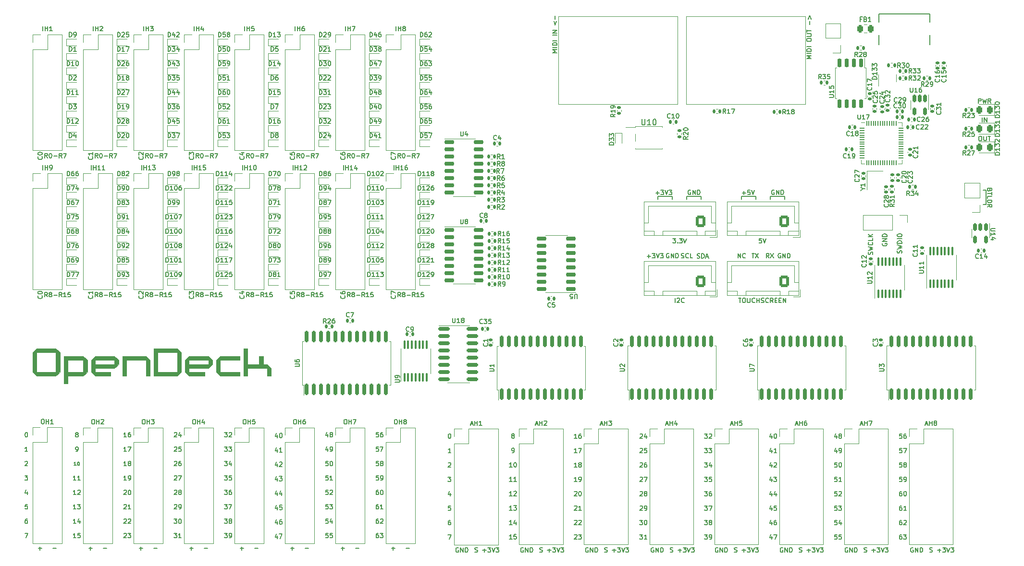
<source format=gto>
G04 #@! TF.GenerationSoftware,KiCad,Pcbnew,6.0.9*
G04 #@! TF.CreationDate,2022-11-14T17:03:07+01:00*
G04 #@! TF.ProjectId,OpenDeck-r3.1.0,4f70656e-4465-4636-9b2d-72332e312e30,rev?*
G04 #@! TF.SameCoordinates,Original*
G04 #@! TF.FileFunction,Legend,Top*
G04 #@! TF.FilePolarity,Positive*
%FSLAX46Y46*%
G04 Gerber Fmt 4.6, Leading zero omitted, Abs format (unit mm)*
G04 Created by KiCad (PCBNEW 6.0.9) date 2022-11-14 17:03:07*
%MOMM*%
%LPD*%
G01*
G04 APERTURE LIST*
G04 Aperture macros list*
%AMRoundRect*
0 Rectangle with rounded corners*
0 $1 Rounding radius*
0 $2 $3 $4 $5 $6 $7 $8 $9 X,Y pos of 4 corners*
0 Add a 4 corners polygon primitive as box body*
4,1,4,$2,$3,$4,$5,$6,$7,$8,$9,$2,$3,0*
0 Add four circle primitives for the rounded corners*
1,1,$1+$1,$2,$3*
1,1,$1+$1,$4,$5*
1,1,$1+$1,$6,$7*
1,1,$1+$1,$8,$9*
0 Add four rect primitives between the rounded corners*
20,1,$1+$1,$2,$3,$4,$5,0*
20,1,$1+$1,$4,$5,$6,$7,0*
20,1,$1+$1,$6,$7,$8,$9,0*
20,1,$1+$1,$8,$9,$2,$3,0*%
G04 Aperture macros list end*
%ADD10C,0.150000*%
%ADD11C,0.040000*%
%ADD12C,0.120000*%
%ADD13C,0.127000*%
%ADD14C,0.010000*%
%ADD15R,2.000000X0.640000*%
%ADD16R,0.600000X0.700000*%
%ADD17RoundRect,0.140000X0.170000X-0.140000X0.170000X0.140000X-0.170000X0.140000X-0.170000X-0.140000X0*%
%ADD18R,1.700000X1.700000*%
%ADD19O,1.700000X1.700000*%
%ADD20RoundRect,0.243750X0.243750X0.456250X-0.243750X0.456250X-0.243750X-0.456250X0.243750X-0.456250X0*%
%ADD21RoundRect,0.135000X-0.135000X-0.185000X0.135000X-0.185000X0.135000X0.185000X-0.135000X0.185000X0*%
%ADD22C,5.600000*%
%ADD23RoundRect,0.250000X0.600000X0.725000X-0.600000X0.725000X-0.600000X-0.725000X0.600000X-0.725000X0*%
%ADD24O,1.700000X1.950000*%
%ADD25RoundRect,0.140000X0.140000X0.170000X-0.140000X0.170000X-0.140000X-0.170000X0.140000X-0.170000X0*%
%ADD26RoundRect,0.135000X-0.185000X0.135000X-0.185000X-0.135000X0.185000X-0.135000X0.185000X0.135000X0*%
%ADD27C,2.300000*%
%ADD28RoundRect,0.140000X-0.140000X-0.170000X0.140000X-0.170000X0.140000X0.170000X-0.140000X0.170000X0*%
%ADD29RoundRect,0.140000X-0.170000X0.140000X-0.170000X-0.140000X0.170000X-0.140000X0.170000X0.140000X0*%
%ADD30RoundRect,0.150000X-0.150000X0.650000X-0.150000X-0.650000X0.150000X-0.650000X0.150000X0.650000X0*%
%ADD31RoundRect,0.150000X-0.725000X-0.150000X0.725000X-0.150000X0.725000X0.150000X-0.725000X0.150000X0*%
%ADD32R,1.000000X1.150000*%
%ADD33RoundRect,0.150000X-0.150000X0.512500X-0.150000X-0.512500X0.150000X-0.512500X0.150000X0.512500X0*%
%ADD34RoundRect,0.100000X0.100000X-0.637500X0.100000X0.637500X-0.100000X0.637500X-0.100000X-0.637500X0*%
%ADD35R,0.700000X0.600000*%
%ADD36RoundRect,0.135000X0.185000X-0.135000X0.185000X0.135000X-0.185000X0.135000X-0.185000X-0.135000X0*%
%ADD37RoundRect,0.150000X-0.825000X-0.150000X0.825000X-0.150000X0.825000X0.150000X-0.825000X0.150000X0*%
%ADD38RoundRect,0.150000X0.150000X-0.875000X0.150000X0.875000X-0.150000X0.875000X-0.150000X-0.875000X0*%
%ADD39RoundRect,0.135000X0.135000X0.185000X-0.135000X0.185000X-0.135000X-0.185000X0.135000X-0.185000X0*%
%ADD40RoundRect,0.050000X-0.387500X-0.050000X0.387500X-0.050000X0.387500X0.050000X-0.387500X0.050000X0*%
%ADD41RoundRect,0.050000X-0.050000X-0.387500X0.050000X-0.387500X0.050000X0.387500X-0.050000X0.387500X0*%
%ADD42R,3.200000X3.200000*%
%ADD43R,1.000000X0.700000*%
%ADD44RoundRect,0.150000X0.725000X0.150000X-0.725000X0.150000X-0.725000X-0.150000X0.725000X-0.150000X0*%
%ADD45C,0.600000*%
%ADD46O,0.950000X2.050000*%
%ADD47O,0.950000X1.750000*%
%ADD48RoundRect,0.250000X-0.262500X-0.450000X0.262500X-0.450000X0.262500X0.450000X-0.262500X0.450000X0*%
G04 APERTURE END LIST*
D10*
X258699000Y-57374000D02*
X258699000Y-59914000D01*
X205994000Y-58420000D02*
X208534000Y-58420000D01*
X205994000Y-58928000D02*
X205994000Y-58420000D01*
X258191000Y-57374000D02*
X258699000Y-57374000D01*
D11*
G36*
X116200520Y-85291083D02*
G01*
X116889300Y-85979000D01*
X116889300Y-89418584D01*
X116200520Y-90106500D01*
X112067782Y-90106500D01*
X112067782Y-89418583D01*
X112756616Y-89418583D01*
X116200520Y-89418583D01*
X116200520Y-85979000D01*
X112756616Y-85979000D01*
X112756616Y-89418583D01*
X112067782Y-89418583D01*
X112067782Y-85291083D01*
X116200520Y-85291083D01*
G37*
X116200520Y-85291083D02*
X116889300Y-85979000D01*
X116889300Y-89418584D01*
X116200520Y-90106500D01*
X112067782Y-90106500D01*
X112067782Y-89418583D01*
X112756616Y-89418583D01*
X116200520Y-89418583D01*
X116200520Y-85979000D01*
X112756616Y-85979000D01*
X112756616Y-89418583D01*
X112067782Y-89418583D01*
X112067782Y-85291083D01*
X116200520Y-85291083D01*
D10*
X208534000Y-58420000D02*
X208534000Y-58928000D01*
X200914000Y-58928000D02*
X200914000Y-58420000D01*
X220726000Y-58928000D02*
X220726000Y-58420000D01*
X223266000Y-58420000D02*
X223266000Y-58928000D01*
X258699000Y-59914000D02*
X258191000Y-59914000D01*
X215646000Y-58928000D02*
X215646000Y-58420000D01*
D11*
G36*
X128598623Y-88042750D02*
G01*
X130665020Y-88042750D01*
X130665020Y-86666917D01*
X131353747Y-86666917D01*
X131353747Y-88042750D01*
X132042581Y-88042750D01*
X132731311Y-88730667D01*
X132731311Y-90106500D01*
X132042581Y-90106500D01*
X132042581Y-88730667D01*
X128598626Y-88730667D01*
X128598626Y-90106500D01*
X127909844Y-90106500D01*
X127909844Y-85291083D01*
X128598623Y-85291083D01*
X128598623Y-88042750D01*
G37*
X128598623Y-88042750D02*
X130665020Y-88042750D01*
X130665020Y-86666917D01*
X131353747Y-86666917D01*
X131353747Y-88042750D01*
X132042581Y-88042750D01*
X132731311Y-88730667D01*
X132731311Y-90106500D01*
X132042581Y-90106500D01*
X132042581Y-88730667D01*
X128598626Y-88730667D01*
X128598626Y-90106500D01*
X127909844Y-90106500D01*
X127909844Y-85291083D01*
X128598623Y-85291083D01*
X128598623Y-88042750D01*
G36*
X111379000Y-87354833D02*
G01*
X111379000Y-90106500D01*
X110690222Y-90106500D01*
X110690222Y-87354833D01*
X107246318Y-87354833D01*
X107246318Y-90106500D01*
X106557537Y-90106500D01*
X106557537Y-86666917D01*
X110690222Y-86666917D01*
X111379000Y-87354833D01*
G37*
X111379000Y-87354833D02*
X111379000Y-90106500D01*
X110690222Y-90106500D01*
X110690222Y-87354833D01*
X107246318Y-87354833D01*
X107246318Y-90106500D01*
X106557537Y-90106500D01*
X106557537Y-86666917D01*
X110690222Y-86666917D01*
X111379000Y-87354833D01*
D10*
X215646000Y-58420000D02*
X218186000Y-58420000D01*
X203454000Y-58420000D02*
X203454000Y-58928000D01*
D11*
G36*
X127221063Y-87354833D02*
G01*
X123777160Y-87354833D01*
X123777160Y-89418583D01*
X127221063Y-89418583D01*
X127221063Y-90106500D01*
X123777160Y-90106500D01*
X123088381Y-89418583D01*
X123088381Y-87354833D01*
X123777160Y-86666916D01*
X127221063Y-86666916D01*
X127221063Y-87354833D01*
G37*
X127221063Y-87354833D02*
X123777160Y-87354833D01*
X123777160Y-89418583D01*
X127221063Y-89418583D01*
X127221063Y-90106500D01*
X123777160Y-90106500D01*
X123088381Y-89418583D01*
X123088381Y-87354833D01*
X123777160Y-86666916D01*
X127221063Y-86666916D01*
X127221063Y-87354833D01*
G36*
X101736021Y-86666916D02*
G01*
X105179977Y-86666916D01*
X105868707Y-87354833D01*
X105868707Y-88042750D01*
X105179977Y-88730666D01*
X101736021Y-88730666D01*
X101736021Y-89418583D01*
X104491145Y-89418583D01*
X104491145Y-90106500D01*
X101736021Y-90106500D01*
X101047240Y-89418583D01*
X101047240Y-88042750D01*
X101736021Y-88042750D01*
X105179977Y-88042750D01*
X105179977Y-87354833D01*
X101736021Y-87354833D01*
X101736021Y-88042750D01*
X101047240Y-88042750D01*
X101047240Y-87354833D01*
X101736021Y-86666916D01*
G37*
X101736021Y-86666916D02*
X105179977Y-86666916D01*
X105868707Y-87354833D01*
X105868707Y-88042750D01*
X105179977Y-88730666D01*
X101736021Y-88730666D01*
X101736021Y-89418583D01*
X104491145Y-89418583D01*
X104491145Y-90106500D01*
X101736021Y-90106500D01*
X101047240Y-89418583D01*
X101047240Y-88042750D01*
X101736021Y-88042750D01*
X105179977Y-88042750D01*
X105179977Y-87354833D01*
X101736021Y-87354833D01*
X101736021Y-88042750D01*
X101047240Y-88042750D01*
X101047240Y-87354833D01*
X101736021Y-86666916D01*
D10*
X220726000Y-58420000D02*
X223266000Y-58420000D01*
D11*
G36*
X91404259Y-85291083D02*
G01*
X94848215Y-85291083D01*
X95536943Y-85979000D01*
X95536943Y-89418583D01*
X94848215Y-90106500D01*
X91404259Y-90106500D01*
X90715478Y-89418583D01*
X91404259Y-89418583D01*
X94848215Y-89418583D01*
X94848215Y-85979000D01*
X91404259Y-85979000D01*
X91404259Y-89418583D01*
X90715478Y-89418583D01*
X90715478Y-85979000D01*
X91404259Y-85291083D01*
G37*
X91404259Y-85291083D02*
X94848215Y-85291083D01*
X95536943Y-85979000D01*
X95536943Y-89418583D01*
X94848215Y-90106500D01*
X91404259Y-90106500D01*
X90715478Y-89418583D01*
X91404259Y-89418583D01*
X94848215Y-89418583D01*
X94848215Y-85979000D01*
X91404259Y-85979000D01*
X91404259Y-89418583D01*
X90715478Y-89418583D01*
X90715478Y-85979000D01*
X91404259Y-85291083D01*
D10*
X218186000Y-58420000D02*
X218186000Y-58928000D01*
X200914000Y-58420000D02*
X203454000Y-58420000D01*
D11*
G36*
X99669679Y-86666917D02*
G01*
X100358460Y-87354833D01*
X100358460Y-89418583D01*
X99669679Y-90106500D01*
X96914557Y-90106500D01*
X96914557Y-91482333D01*
X96225776Y-91482333D01*
X96225776Y-89418583D01*
X96914557Y-89418583D01*
X99669679Y-89418583D01*
X99669679Y-87354833D01*
X96914557Y-87354833D01*
X96914557Y-89418583D01*
X96225776Y-89418583D01*
X96225776Y-86666917D01*
X99669679Y-86666917D01*
G37*
X99669679Y-86666917D02*
X100358460Y-87354833D01*
X100358460Y-89418583D01*
X99669679Y-90106500D01*
X96914557Y-90106500D01*
X96914557Y-91482333D01*
X96225776Y-91482333D01*
X96225776Y-89418583D01*
X96914557Y-89418583D01*
X99669679Y-89418583D01*
X99669679Y-87354833D01*
X96914557Y-87354833D01*
X96914557Y-89418583D01*
X96225776Y-89418583D01*
X96225776Y-86666917D01*
X99669679Y-86666917D01*
G36*
X118266864Y-86666916D02*
G01*
X121710818Y-86666916D01*
X122399545Y-87354833D01*
X122399545Y-88042750D01*
X121710818Y-88730666D01*
X118266864Y-88730666D01*
X118266864Y-89418583D01*
X121021984Y-89418583D01*
X121021984Y-90106500D01*
X118266864Y-90106500D01*
X117578082Y-89418583D01*
X117578082Y-88042750D01*
X118266864Y-88042750D01*
X121710818Y-88042750D01*
X121710818Y-87354833D01*
X118266864Y-87354833D01*
X118266864Y-88042750D01*
X117578082Y-88042750D01*
X117578082Y-87354833D01*
X118266864Y-86666916D01*
G37*
X118266864Y-86666916D02*
X121710818Y-86666916D01*
X122399545Y-87354833D01*
X122399545Y-88042750D01*
X121710818Y-88730666D01*
X118266864Y-88730666D01*
X118266864Y-89418583D01*
X121021984Y-89418583D01*
X121021984Y-90106500D01*
X118266864Y-90106500D01*
X117578082Y-89418583D01*
X117578082Y-88042750D01*
X118266864Y-88042750D01*
X121710818Y-88042750D01*
X121710818Y-87354833D01*
X118266864Y-87354833D01*
X118266864Y-88042750D01*
X117578082Y-88042750D01*
X117578082Y-87354833D01*
X118266864Y-86666916D01*
D10*
X92360714Y-75952333D02*
X92398809Y-75990428D01*
X92436904Y-76104714D01*
X92436904Y-76180904D01*
X92398809Y-76295190D01*
X92322619Y-76371380D01*
X92246428Y-76409476D01*
X92094047Y-76447571D01*
X91979761Y-76447571D01*
X91827380Y-76409476D01*
X91751190Y-76371380D01*
X91675000Y-76295190D01*
X91636904Y-76180904D01*
X91636904Y-76104714D01*
X91675000Y-75990428D01*
X91713095Y-75952333D01*
X91636904Y-75457095D02*
X91636904Y-75380904D01*
X91675000Y-75304714D01*
X91713095Y-75266619D01*
X91789285Y-75228523D01*
X91941666Y-75190428D01*
X92132142Y-75190428D01*
X92284523Y-75228523D01*
X92360714Y-75266619D01*
X92398809Y-75304714D01*
X92436904Y-75380904D01*
X92436904Y-75457095D01*
X92398809Y-75533285D01*
X92360714Y-75571380D01*
X92284523Y-75609476D01*
X92132142Y-75647571D01*
X91941666Y-75647571D01*
X91789285Y-75609476D01*
X91713095Y-75571380D01*
X91675000Y-75533285D01*
X91636904Y-75457095D01*
X221000428Y-105668571D02*
X221000428Y-106201904D01*
X220809952Y-105363809D02*
X220619476Y-105935238D01*
X221114714Y-105935238D01*
X221381380Y-105478095D02*
X221419476Y-105440000D01*
X221495666Y-105401904D01*
X221686142Y-105401904D01*
X221762333Y-105440000D01*
X221800428Y-105478095D01*
X221838523Y-105554285D01*
X221838523Y-105630476D01*
X221800428Y-105744761D01*
X221343285Y-106201904D01*
X221838523Y-106201904D01*
X232430428Y-100588571D02*
X232430428Y-101121904D01*
X232239952Y-100283809D02*
X232049476Y-100855238D01*
X232544714Y-100855238D01*
X232963761Y-100664761D02*
X232887571Y-100626666D01*
X232849476Y-100588571D01*
X232811380Y-100512380D01*
X232811380Y-100474285D01*
X232849476Y-100398095D01*
X232887571Y-100360000D01*
X232963761Y-100321904D01*
X233116142Y-100321904D01*
X233192333Y-100360000D01*
X233230428Y-100398095D01*
X233268523Y-100474285D01*
X233268523Y-100512380D01*
X233230428Y-100588571D01*
X233192333Y-100626666D01*
X233116142Y-100664761D01*
X232963761Y-100664761D01*
X232887571Y-100702857D01*
X232849476Y-100740952D01*
X232811380Y-100817142D01*
X232811380Y-100969523D01*
X232849476Y-101045714D01*
X232887571Y-101083809D01*
X232963761Y-101121904D01*
X233116142Y-101121904D01*
X233192333Y-101083809D01*
X233230428Y-101045714D01*
X233268523Y-100969523D01*
X233268523Y-100817142D01*
X233230428Y-100740952D01*
X233192333Y-100702857D01*
X233116142Y-100664761D01*
X175305809Y-100649761D02*
X175229619Y-100611666D01*
X175191523Y-100573571D01*
X175153428Y-100497380D01*
X175153428Y-100459285D01*
X175191523Y-100383095D01*
X175229619Y-100345000D01*
X175305809Y-100306904D01*
X175458190Y-100306904D01*
X175534380Y-100345000D01*
X175572476Y-100383095D01*
X175610571Y-100459285D01*
X175610571Y-100497380D01*
X175572476Y-100573571D01*
X175534380Y-100611666D01*
X175458190Y-100649761D01*
X175305809Y-100649761D01*
X175229619Y-100687857D01*
X175191523Y-100725952D01*
X175153428Y-100802142D01*
X175153428Y-100954523D01*
X175191523Y-101030714D01*
X175229619Y-101068809D01*
X175305809Y-101106904D01*
X175458190Y-101106904D01*
X175534380Y-101068809D01*
X175572476Y-101030714D01*
X175610571Y-100954523D01*
X175610571Y-100802142D01*
X175572476Y-100725952D01*
X175534380Y-100687857D01*
X175458190Y-100649761D01*
X100625834Y-120527058D02*
X101235357Y-120527058D01*
X100930596Y-120831820D02*
X100930596Y-120222296D01*
X202844476Y-68561000D02*
X202768285Y-68522904D01*
X202654000Y-68522904D01*
X202539714Y-68561000D01*
X202463523Y-68637190D01*
X202425428Y-68713380D01*
X202387333Y-68865761D01*
X202387333Y-68980047D01*
X202425428Y-69132428D01*
X202463523Y-69208619D01*
X202539714Y-69284809D01*
X202654000Y-69322904D01*
X202730190Y-69322904D01*
X202844476Y-69284809D01*
X202882571Y-69246714D01*
X202882571Y-68980047D01*
X202730190Y-68980047D01*
X203225428Y-69322904D02*
X203225428Y-68522904D01*
X203682571Y-69322904D01*
X203682571Y-68522904D01*
X204063523Y-69322904D02*
X204063523Y-68522904D01*
X204254000Y-68522904D01*
X204368285Y-68561000D01*
X204444476Y-68637190D01*
X204482571Y-68713380D01*
X204520666Y-68865761D01*
X204520666Y-68980047D01*
X204482571Y-69132428D01*
X204444476Y-69208619D01*
X204368285Y-69284809D01*
X204254000Y-69322904D01*
X204063523Y-69322904D01*
X151667119Y-107712820D02*
X151286167Y-107712820D01*
X151248072Y-108093773D01*
X151286167Y-108055677D01*
X151362357Y-108017582D01*
X151552834Y-108017582D01*
X151629024Y-108055677D01*
X151667119Y-108093773D01*
X151705215Y-108169963D01*
X151705215Y-108360439D01*
X151667119Y-108436630D01*
X151629024Y-108474725D01*
X151552834Y-108512820D01*
X151362357Y-108512820D01*
X151286167Y-108474725D01*
X151248072Y-108436630D01*
X152086167Y-108512820D02*
X152238548Y-108512820D01*
X152314738Y-108474725D01*
X152352834Y-108436630D01*
X152429024Y-108322344D01*
X152467119Y-108169963D01*
X152467119Y-107865201D01*
X152429024Y-107789011D01*
X152390929Y-107750916D01*
X152314738Y-107712820D01*
X152162357Y-107712820D01*
X152086167Y-107750916D01*
X152048072Y-107789011D01*
X152009976Y-107865201D01*
X152009976Y-108055677D01*
X152048072Y-108131868D01*
X152086167Y-108169963D01*
X152162357Y-108208058D01*
X152314738Y-108208058D01*
X152390929Y-108169963D01*
X152429024Y-108131868D01*
X152467119Y-108055677D01*
X145700714Y-75952333D02*
X145738809Y-75990428D01*
X145776904Y-76104714D01*
X145776904Y-76180904D01*
X145738809Y-76295190D01*
X145662619Y-76371380D01*
X145586428Y-76409476D01*
X145434047Y-76447571D01*
X145319761Y-76447571D01*
X145167380Y-76409476D01*
X145091190Y-76371380D01*
X145015000Y-76295190D01*
X144976904Y-76180904D01*
X144976904Y-76104714D01*
X145015000Y-75990428D01*
X145053095Y-75952333D01*
X144976904Y-75266619D02*
X144976904Y-75419000D01*
X145015000Y-75495190D01*
X145053095Y-75533285D01*
X145167380Y-75609476D01*
X145319761Y-75647571D01*
X145624523Y-75647571D01*
X145700714Y-75609476D01*
X145738809Y-75571380D01*
X145776904Y-75495190D01*
X145776904Y-75342809D01*
X145738809Y-75266619D01*
X145700714Y-75228523D01*
X145624523Y-75190428D01*
X145434047Y-75190428D01*
X145357857Y-75228523D01*
X145319761Y-75266619D01*
X145281666Y-75342809D01*
X145281666Y-75495190D01*
X145319761Y-75571380D01*
X145357857Y-75609476D01*
X145434047Y-75647571D01*
X222905476Y-120426000D02*
X222829285Y-120387904D01*
X222715000Y-120387904D01*
X222600714Y-120426000D01*
X222524523Y-120502190D01*
X222486428Y-120578380D01*
X222448333Y-120730761D01*
X222448333Y-120845047D01*
X222486428Y-120997428D01*
X222524523Y-121073619D01*
X222600714Y-121149809D01*
X222715000Y-121187904D01*
X222791190Y-121187904D01*
X222905476Y-121149809D01*
X222943571Y-121111714D01*
X222943571Y-120845047D01*
X222791190Y-120845047D01*
X223286428Y-121187904D02*
X223286428Y-120387904D01*
X223743571Y-121187904D01*
X223743571Y-120387904D01*
X224124523Y-121187904D02*
X224124523Y-120387904D01*
X224315000Y-120387904D01*
X224429285Y-120426000D01*
X224505476Y-120502190D01*
X224543571Y-120578380D01*
X224581666Y-120730761D01*
X224581666Y-120845047D01*
X224543571Y-120997428D01*
X224505476Y-121073619D01*
X224429285Y-121149809D01*
X224315000Y-121187904D01*
X224124523Y-121187904D01*
X142777119Y-105172820D02*
X142396167Y-105172820D01*
X142358072Y-105553773D01*
X142396167Y-105515677D01*
X142472357Y-105477582D01*
X142662834Y-105477582D01*
X142739024Y-105515677D01*
X142777119Y-105553773D01*
X142815215Y-105629963D01*
X142815215Y-105820439D01*
X142777119Y-105896630D01*
X142739024Y-105934725D01*
X142662834Y-105972820D01*
X142472357Y-105972820D01*
X142396167Y-105934725D01*
X142358072Y-105896630D01*
X143310453Y-105172820D02*
X143386643Y-105172820D01*
X143462834Y-105210916D01*
X143500929Y-105249011D01*
X143539024Y-105325201D01*
X143577119Y-105477582D01*
X143577119Y-105668058D01*
X143539024Y-105820439D01*
X143500929Y-105896630D01*
X143462834Y-105934725D01*
X143386643Y-105972820D01*
X143310453Y-105972820D01*
X143234262Y-105934725D01*
X143196167Y-105896630D01*
X143158072Y-105820439D01*
X143119976Y-105668058D01*
X143119976Y-105477582D01*
X143158072Y-105325201D01*
X143196167Y-105249011D01*
X143234262Y-105210916D01*
X143310453Y-105172820D01*
X94275834Y-120527058D02*
X94885357Y-120527058D01*
X145075834Y-120527058D02*
X145685357Y-120527058D01*
X145380596Y-120831820D02*
X145380596Y-120222296D01*
X120002523Y-76180904D02*
X119735857Y-75799952D01*
X119545380Y-76180904D02*
X119545380Y-75380904D01*
X119850142Y-75380904D01*
X119926333Y-75419000D01*
X119964428Y-75457095D01*
X120002523Y-75533285D01*
X120002523Y-75647571D01*
X119964428Y-75723761D01*
X119926333Y-75761857D01*
X119850142Y-75799952D01*
X119545380Y-75799952D01*
X120459666Y-75723761D02*
X120383476Y-75685666D01*
X120345380Y-75647571D01*
X120307285Y-75571380D01*
X120307285Y-75533285D01*
X120345380Y-75457095D01*
X120383476Y-75419000D01*
X120459666Y-75380904D01*
X120612047Y-75380904D01*
X120688238Y-75419000D01*
X120726333Y-75457095D01*
X120764428Y-75533285D01*
X120764428Y-75571380D01*
X120726333Y-75647571D01*
X120688238Y-75685666D01*
X120612047Y-75723761D01*
X120459666Y-75723761D01*
X120383476Y-75761857D01*
X120345380Y-75799952D01*
X120307285Y-75876142D01*
X120307285Y-76028523D01*
X120345380Y-76104714D01*
X120383476Y-76142809D01*
X120459666Y-76180904D01*
X120612047Y-76180904D01*
X120688238Y-76142809D01*
X120726333Y-76104714D01*
X120764428Y-76028523D01*
X120764428Y-75876142D01*
X120726333Y-75799952D01*
X120688238Y-75761857D01*
X120612047Y-75723761D01*
X121107285Y-75876142D02*
X121716809Y-75876142D01*
X122554904Y-76180904D02*
X122288238Y-75799952D01*
X122097761Y-76180904D02*
X122097761Y-75380904D01*
X122402523Y-75380904D01*
X122478714Y-75419000D01*
X122516809Y-75457095D01*
X122554904Y-75533285D01*
X122554904Y-75647571D01*
X122516809Y-75723761D01*
X122478714Y-75761857D01*
X122402523Y-75799952D01*
X122097761Y-75799952D01*
X123316809Y-76180904D02*
X122859666Y-76180904D01*
X123088238Y-76180904D02*
X123088238Y-75380904D01*
X123012047Y-75495190D01*
X122935857Y-75571380D01*
X122859666Y-75609476D01*
X124040619Y-75380904D02*
X123659666Y-75380904D01*
X123621571Y-75761857D01*
X123659666Y-75723761D01*
X123735857Y-75685666D01*
X123926333Y-75685666D01*
X124002523Y-75723761D01*
X124040619Y-75761857D01*
X124078714Y-75838047D01*
X124078714Y-76028523D01*
X124040619Y-76104714D01*
X124002523Y-76142809D01*
X123926333Y-76180904D01*
X123735857Y-76180904D01*
X123659666Y-76142809D01*
X123621571Y-76104714D01*
X103165834Y-120527058D02*
X103775357Y-120527058D01*
X243860428Y-113021904D02*
X243708047Y-113021904D01*
X243631857Y-113060000D01*
X243593761Y-113098095D01*
X243517571Y-113212380D01*
X243479476Y-113364761D01*
X243479476Y-113669523D01*
X243517571Y-113745714D01*
X243555666Y-113783809D01*
X243631857Y-113821904D01*
X243784238Y-113821904D01*
X243860428Y-113783809D01*
X243898523Y-113745714D01*
X243936619Y-113669523D01*
X243936619Y-113479047D01*
X243898523Y-113402857D01*
X243860428Y-113364761D01*
X243784238Y-113326666D01*
X243631857Y-113326666D01*
X243555666Y-113364761D01*
X243517571Y-113402857D01*
X243479476Y-113479047D01*
X244698523Y-113821904D02*
X244241380Y-113821904D01*
X244469952Y-113821904D02*
X244469952Y-113021904D01*
X244393761Y-113136190D01*
X244317571Y-113212380D01*
X244241380Y-113250476D01*
X232468523Y-118101904D02*
X232087571Y-118101904D01*
X232049476Y-118482857D01*
X232087571Y-118444761D01*
X232163761Y-118406666D01*
X232354238Y-118406666D01*
X232430428Y-118444761D01*
X232468523Y-118482857D01*
X232506619Y-118559047D01*
X232506619Y-118749523D01*
X232468523Y-118825714D01*
X232430428Y-118863809D01*
X232354238Y-118901904D01*
X232163761Y-118901904D01*
X232087571Y-118863809D01*
X232049476Y-118825714D01*
X233230428Y-118101904D02*
X232849476Y-118101904D01*
X232811380Y-118482857D01*
X232849476Y-118444761D01*
X232925666Y-118406666D01*
X233116142Y-118406666D01*
X233192333Y-118444761D01*
X233230428Y-118482857D01*
X233268523Y-118559047D01*
X233268523Y-118749523D01*
X233230428Y-118825714D01*
X233192333Y-118863809D01*
X233116142Y-118901904D01*
X232925666Y-118901904D01*
X232849476Y-118863809D01*
X232811380Y-118825714D01*
X151667119Y-105172820D02*
X151286167Y-105172820D01*
X151248072Y-105553773D01*
X151286167Y-105515677D01*
X151362357Y-105477582D01*
X151552834Y-105477582D01*
X151629024Y-105515677D01*
X151667119Y-105553773D01*
X151705215Y-105629963D01*
X151705215Y-105820439D01*
X151667119Y-105896630D01*
X151629024Y-105934725D01*
X151552834Y-105972820D01*
X151362357Y-105972820D01*
X151286167Y-105934725D01*
X151248072Y-105896630D01*
X152162357Y-105515677D02*
X152086167Y-105477582D01*
X152048072Y-105439487D01*
X152009976Y-105363296D01*
X152009976Y-105325201D01*
X152048072Y-105249011D01*
X152086167Y-105210916D01*
X152162357Y-105172820D01*
X152314738Y-105172820D01*
X152390929Y-105210916D01*
X152429024Y-105249011D01*
X152467119Y-105325201D01*
X152467119Y-105363296D01*
X152429024Y-105439487D01*
X152390929Y-105477582D01*
X152314738Y-105515677D01*
X152162357Y-105515677D01*
X152086167Y-105553773D01*
X152048072Y-105591868D01*
X152009976Y-105668058D01*
X152009976Y-105820439D01*
X152048072Y-105896630D01*
X152086167Y-105934725D01*
X152162357Y-105972820D01*
X152314738Y-105972820D01*
X152390929Y-105934725D01*
X152429024Y-105896630D01*
X152467119Y-105820439D01*
X152467119Y-105668058D01*
X152429024Y-105591868D01*
X152390929Y-105553773D01*
X152314738Y-105515677D01*
X106803072Y-115409011D02*
X106841167Y-115370916D01*
X106917357Y-115332820D01*
X107107834Y-115332820D01*
X107184024Y-115370916D01*
X107222119Y-115409011D01*
X107260215Y-115485201D01*
X107260215Y-115561392D01*
X107222119Y-115675677D01*
X106764976Y-116132820D01*
X107260215Y-116132820D01*
X107564976Y-115409011D02*
X107603072Y-115370916D01*
X107679262Y-115332820D01*
X107869738Y-115332820D01*
X107945929Y-115370916D01*
X107984024Y-115409011D01*
X108022119Y-115485201D01*
X108022119Y-115561392D01*
X107984024Y-115675677D01*
X107526881Y-116132820D01*
X108022119Y-116132820D01*
X133849024Y-118266487D02*
X133849024Y-118799820D01*
X133658548Y-117961725D02*
X133468072Y-118533154D01*
X133963310Y-118533154D01*
X134191881Y-117999820D02*
X134725215Y-117999820D01*
X134382357Y-118799820D01*
X221000427Y-103128571D02*
X221000427Y-103661904D01*
X220809951Y-102823809D02*
X220619475Y-103395238D01*
X221114713Y-103395238D01*
X221838522Y-103661904D02*
X221381379Y-103661904D01*
X221609951Y-103661904D02*
X221609951Y-102861904D01*
X221533760Y-102976190D01*
X221457570Y-103052380D01*
X221381379Y-103090476D01*
X106803072Y-110329011D02*
X106841167Y-110290916D01*
X106917357Y-110252820D01*
X107107834Y-110252820D01*
X107184024Y-110290916D01*
X107222119Y-110329011D01*
X107260215Y-110405201D01*
X107260215Y-110481392D01*
X107222119Y-110595677D01*
X106764976Y-111052820D01*
X107260215Y-111052820D01*
X107755453Y-110252820D02*
X107831643Y-110252820D01*
X107907834Y-110290916D01*
X107945929Y-110329011D01*
X107984024Y-110405201D01*
X108022119Y-110557582D01*
X108022119Y-110748058D01*
X107984024Y-110900439D01*
X107945929Y-110976630D01*
X107907834Y-111014725D01*
X107831643Y-111052820D01*
X107755453Y-111052820D01*
X107679262Y-111014725D01*
X107641167Y-110976630D01*
X107603072Y-110900439D01*
X107564976Y-110748058D01*
X107564976Y-110557582D01*
X107603072Y-110405201D01*
X107641167Y-110329011D01*
X107679262Y-110290916D01*
X107755453Y-110252820D01*
X209151380Y-113021904D02*
X209646619Y-113021904D01*
X209379952Y-113326666D01*
X209494238Y-113326666D01*
X209570428Y-113364761D01*
X209608523Y-113402857D01*
X209646619Y-113479047D01*
X209646619Y-113669523D01*
X209608523Y-113745714D01*
X209570428Y-113783809D01*
X209494238Y-113821904D01*
X209265666Y-113821904D01*
X209189476Y-113783809D01*
X209151380Y-113745714D01*
X209913285Y-113021904D02*
X210446619Y-113021904D01*
X210103761Y-113821904D01*
X181465476Y-120883142D02*
X182075000Y-120883142D01*
X181770238Y-121187904D02*
X181770238Y-120578380D01*
X182379761Y-120387904D02*
X182875000Y-120387904D01*
X182608333Y-120692666D01*
X182722619Y-120692666D01*
X182798809Y-120730761D01*
X182836904Y-120768857D01*
X182875000Y-120845047D01*
X182875000Y-121035523D01*
X182836904Y-121111714D01*
X182798809Y-121149809D01*
X182722619Y-121187904D01*
X182494047Y-121187904D01*
X182417857Y-121149809D01*
X182379761Y-121111714D01*
X183103571Y-120387904D02*
X183370238Y-121187904D01*
X183636904Y-120387904D01*
X183827380Y-120387904D02*
X184322619Y-120387904D01*
X184055952Y-120692666D01*
X184170238Y-120692666D01*
X184246428Y-120730761D01*
X184284523Y-120768857D01*
X184322619Y-120845047D01*
X184322619Y-121035523D01*
X184284523Y-121111714D01*
X184246428Y-121149809D01*
X184170238Y-121187904D01*
X183941666Y-121187904D01*
X183865476Y-121149809D01*
X183827380Y-121111714D01*
X197721380Y-115561904D02*
X198216619Y-115561904D01*
X197949952Y-115866666D01*
X198064238Y-115866666D01*
X198140428Y-115904761D01*
X198178523Y-115942857D01*
X198216619Y-116019047D01*
X198216619Y-116209523D01*
X198178523Y-116285714D01*
X198140428Y-116323809D01*
X198064238Y-116361904D01*
X197835666Y-116361904D01*
X197759476Y-116323809D01*
X197721380Y-116285714D01*
X198711857Y-115561904D02*
X198788047Y-115561904D01*
X198864238Y-115600000D01*
X198902333Y-115638095D01*
X198940428Y-115714285D01*
X198978523Y-115866666D01*
X198978523Y-116057142D01*
X198940428Y-116209523D01*
X198902333Y-116285714D01*
X198864238Y-116323809D01*
X198788047Y-116361904D01*
X198711857Y-116361904D01*
X198635666Y-116323809D01*
X198597571Y-116285714D01*
X198559476Y-116209523D01*
X198521380Y-116057142D01*
X198521380Y-115866666D01*
X198559476Y-115714285D01*
X198597571Y-115638095D01*
X198635666Y-115600000D01*
X198711857Y-115561904D01*
X175229619Y-108726904D02*
X174772476Y-108726904D01*
X175001047Y-108726904D02*
X175001047Y-107926904D01*
X174924857Y-108041190D01*
X174848666Y-108117380D01*
X174772476Y-108155476D01*
X175991523Y-108726904D02*
X175534380Y-108726904D01*
X175762952Y-108726904D02*
X175762952Y-107926904D01*
X175686761Y-108041190D01*
X175610571Y-108117380D01*
X175534380Y-108155476D01*
X151629024Y-117872820D02*
X151476643Y-117872820D01*
X151400453Y-117910916D01*
X151362357Y-117949011D01*
X151286167Y-118063296D01*
X151248072Y-118215677D01*
X151248072Y-118520439D01*
X151286167Y-118596630D01*
X151324262Y-118634725D01*
X151400453Y-118672820D01*
X151552834Y-118672820D01*
X151629024Y-118634725D01*
X151667119Y-118596630D01*
X151705215Y-118520439D01*
X151705215Y-118329963D01*
X151667119Y-118253773D01*
X151629024Y-118215677D01*
X151552834Y-118177582D01*
X151400453Y-118177582D01*
X151324262Y-118215677D01*
X151286167Y-118253773D01*
X151248072Y-118329963D01*
X151971881Y-117872820D02*
X152467119Y-117872820D01*
X152200453Y-118177582D01*
X152314738Y-118177582D01*
X152390929Y-118215677D01*
X152429024Y-118253773D01*
X152467119Y-118329963D01*
X152467119Y-118520439D01*
X152429024Y-118596630D01*
X152390929Y-118634725D01*
X152314738Y-118672820D01*
X152086167Y-118672820D01*
X152009976Y-118634725D01*
X151971881Y-118596630D01*
X107260215Y-100892820D02*
X106803072Y-100892820D01*
X107031643Y-100892820D02*
X107031643Y-100092820D01*
X106955453Y-100207106D01*
X106879262Y-100283296D01*
X106803072Y-100321392D01*
X107945929Y-100092820D02*
X107793548Y-100092820D01*
X107717357Y-100130916D01*
X107679262Y-100169011D01*
X107603072Y-100283296D01*
X107564976Y-100435677D01*
X107564976Y-100740439D01*
X107603072Y-100816630D01*
X107641167Y-100854725D01*
X107717357Y-100892820D01*
X107869738Y-100892820D01*
X107945929Y-100854725D01*
X107984024Y-100816630D01*
X108022119Y-100740439D01*
X108022119Y-100549963D01*
X107984024Y-100473773D01*
X107945929Y-100435677D01*
X107869738Y-100397582D01*
X107717357Y-100397582D01*
X107641167Y-100435677D01*
X107603072Y-100473773D01*
X107564976Y-100549963D01*
X127920714Y-75952333D02*
X127958809Y-75990428D01*
X127996904Y-76104714D01*
X127996904Y-76180904D01*
X127958809Y-76295190D01*
X127882619Y-76371380D01*
X127806428Y-76409476D01*
X127654047Y-76447571D01*
X127539761Y-76447571D01*
X127387380Y-76409476D01*
X127311190Y-76371380D01*
X127235000Y-76295190D01*
X127196904Y-76180904D01*
X127196904Y-76104714D01*
X127235000Y-75990428D01*
X127273095Y-75952333D01*
X127463571Y-75266619D02*
X127996904Y-75266619D01*
X127158809Y-75457095D02*
X127730238Y-75647571D01*
X127730238Y-75152333D01*
X133849024Y-115726487D02*
X133849024Y-116259820D01*
X133658548Y-115421725D02*
X133468072Y-115993154D01*
X133963310Y-115993154D01*
X134610929Y-115459820D02*
X134458548Y-115459820D01*
X134382357Y-115497916D01*
X134344262Y-115536011D01*
X134268072Y-115650296D01*
X134229976Y-115802677D01*
X134229976Y-116107439D01*
X134268072Y-116183630D01*
X134306167Y-116221725D01*
X134382357Y-116259820D01*
X134534738Y-116259820D01*
X134610929Y-116221725D01*
X134649024Y-116183630D01*
X134687119Y-116107439D01*
X134687119Y-115916963D01*
X134649024Y-115840773D01*
X134610929Y-115802677D01*
X134534738Y-115764582D01*
X134382357Y-115764582D01*
X134306167Y-115802677D01*
X134268072Y-115840773D01*
X134229976Y-115916963D01*
X209151380Y-107941904D02*
X209646619Y-107941904D01*
X209379952Y-108246666D01*
X209494238Y-108246666D01*
X209570428Y-108284761D01*
X209608523Y-108322857D01*
X209646619Y-108399047D01*
X209646619Y-108589523D01*
X209608523Y-108665714D01*
X209570428Y-108703809D01*
X209494238Y-108741904D01*
X209265666Y-108741904D01*
X209189476Y-108703809D01*
X209151380Y-108665714D01*
X210370428Y-107941904D02*
X209989476Y-107941904D01*
X209951380Y-108322857D01*
X209989476Y-108284761D01*
X210065666Y-108246666D01*
X210256142Y-108246666D01*
X210332333Y-108284761D01*
X210370428Y-108322857D01*
X210408523Y-108399047D01*
X210408523Y-108589523D01*
X210370428Y-108665714D01*
X210332333Y-108703809D01*
X210256142Y-108741904D01*
X210065666Y-108741904D01*
X209989476Y-108703809D01*
X209951380Y-108665714D01*
X245892476Y-120426000D02*
X245816285Y-120387904D01*
X245702000Y-120387904D01*
X245587714Y-120426000D01*
X245511523Y-120502190D01*
X245473428Y-120578380D01*
X245435333Y-120730761D01*
X245435333Y-120845047D01*
X245473428Y-120997428D01*
X245511523Y-121073619D01*
X245587714Y-121149809D01*
X245702000Y-121187904D01*
X245778190Y-121187904D01*
X245892476Y-121149809D01*
X245930571Y-121111714D01*
X245930571Y-120845047D01*
X245778190Y-120845047D01*
X246273428Y-121187904D02*
X246273428Y-120387904D01*
X246730571Y-121187904D01*
X246730571Y-120387904D01*
X247111523Y-121187904D02*
X247111523Y-120387904D01*
X247302000Y-120387904D01*
X247416285Y-120426000D01*
X247492476Y-120502190D01*
X247530571Y-120578380D01*
X247568666Y-120730761D01*
X247568666Y-120845047D01*
X247530571Y-120997428D01*
X247492476Y-121073619D01*
X247416285Y-121149809D01*
X247302000Y-121187904D01*
X247111523Y-121187904D01*
X151667119Y-100092820D02*
X151286167Y-100092820D01*
X151248072Y-100473773D01*
X151286167Y-100435677D01*
X151362357Y-100397582D01*
X151552834Y-100397582D01*
X151629024Y-100435677D01*
X151667119Y-100473773D01*
X151705215Y-100549963D01*
X151705215Y-100740439D01*
X151667119Y-100816630D01*
X151629024Y-100854725D01*
X151552834Y-100892820D01*
X151362357Y-100892820D01*
X151286167Y-100854725D01*
X151248072Y-100816630D01*
X152390929Y-100092820D02*
X152238548Y-100092820D01*
X152162357Y-100130916D01*
X152124262Y-100169011D01*
X152048072Y-100283296D01*
X152009976Y-100435677D01*
X152009976Y-100740439D01*
X152048072Y-100816630D01*
X152086167Y-100854725D01*
X152162357Y-100892820D01*
X152314738Y-100892820D01*
X152390929Y-100854725D01*
X152429024Y-100816630D01*
X152467119Y-100740439D01*
X152467119Y-100549963D01*
X152429024Y-100473773D01*
X152390929Y-100435677D01*
X152314738Y-100397582D01*
X152162357Y-100397582D01*
X152086167Y-100435677D01*
X152048072Y-100473773D01*
X152009976Y-100549963D01*
X163939333Y-107941904D02*
X164434571Y-107941904D01*
X164167904Y-108246666D01*
X164282190Y-108246666D01*
X164358380Y-108284761D01*
X164396476Y-108322857D01*
X164434571Y-108399047D01*
X164434571Y-108589523D01*
X164396476Y-108665714D01*
X164358380Y-108703809D01*
X164282190Y-108741904D01*
X164053619Y-108741904D01*
X163977428Y-108703809D01*
X163939333Y-108665714D01*
X111112476Y-51669904D02*
X110845809Y-51288952D01*
X110655333Y-51669904D02*
X110655333Y-50869904D01*
X110960095Y-50869904D01*
X111036285Y-50908000D01*
X111074380Y-50946095D01*
X111112476Y-51022285D01*
X111112476Y-51136571D01*
X111074380Y-51212761D01*
X111036285Y-51250857D01*
X110960095Y-51288952D01*
X110655333Y-51288952D01*
X111607714Y-50869904D02*
X111683904Y-50869904D01*
X111760095Y-50908000D01*
X111798190Y-50946095D01*
X111836285Y-51022285D01*
X111874380Y-51174666D01*
X111874380Y-51365142D01*
X111836285Y-51517523D01*
X111798190Y-51593714D01*
X111760095Y-51631809D01*
X111683904Y-51669904D01*
X111607714Y-51669904D01*
X111531523Y-51631809D01*
X111493428Y-51593714D01*
X111455333Y-51517523D01*
X111417238Y-51365142D01*
X111417238Y-51174666D01*
X111455333Y-51022285D01*
X111493428Y-50946095D01*
X111531523Y-50908000D01*
X111607714Y-50869904D01*
X112217238Y-51365142D02*
X112826761Y-51365142D01*
X113664857Y-51669904D02*
X113398190Y-51288952D01*
X113207714Y-51669904D02*
X113207714Y-50869904D01*
X113512476Y-50869904D01*
X113588666Y-50908000D01*
X113626761Y-50946095D01*
X113664857Y-51022285D01*
X113664857Y-51136571D01*
X113626761Y-51212761D01*
X113588666Y-51250857D01*
X113512476Y-51288952D01*
X113207714Y-51288952D01*
X113931523Y-50869904D02*
X114464857Y-50869904D01*
X114122000Y-51669904D01*
X89779976Y-110519487D02*
X89779976Y-111052820D01*
X89589500Y-110214725D02*
X89399024Y-110786154D01*
X89894262Y-110786154D01*
X220465666Y-69322904D02*
X220199000Y-68941952D01*
X220008523Y-69322904D02*
X220008523Y-68522904D01*
X220313285Y-68522904D01*
X220389476Y-68561000D01*
X220427571Y-68599095D01*
X220465666Y-68675285D01*
X220465666Y-68789571D01*
X220427571Y-68865761D01*
X220389476Y-68903857D01*
X220313285Y-68941952D01*
X220008523Y-68941952D01*
X220732333Y-68522904D02*
X221265666Y-69322904D01*
X221265666Y-68522904D02*
X220732333Y-69322904D01*
X102222523Y-76180904D02*
X101955857Y-75799952D01*
X101765380Y-76180904D02*
X101765380Y-75380904D01*
X102070142Y-75380904D01*
X102146333Y-75419000D01*
X102184428Y-75457095D01*
X102222523Y-75533285D01*
X102222523Y-75647571D01*
X102184428Y-75723761D01*
X102146333Y-75761857D01*
X102070142Y-75799952D01*
X101765380Y-75799952D01*
X102679666Y-75723761D02*
X102603476Y-75685666D01*
X102565380Y-75647571D01*
X102527285Y-75571380D01*
X102527285Y-75533285D01*
X102565380Y-75457095D01*
X102603476Y-75419000D01*
X102679666Y-75380904D01*
X102832047Y-75380904D01*
X102908238Y-75419000D01*
X102946333Y-75457095D01*
X102984428Y-75533285D01*
X102984428Y-75571380D01*
X102946333Y-75647571D01*
X102908238Y-75685666D01*
X102832047Y-75723761D01*
X102679666Y-75723761D01*
X102603476Y-75761857D01*
X102565380Y-75799952D01*
X102527285Y-75876142D01*
X102527285Y-76028523D01*
X102565380Y-76104714D01*
X102603476Y-76142809D01*
X102679666Y-76180904D01*
X102832047Y-76180904D01*
X102908238Y-76142809D01*
X102946333Y-76104714D01*
X102984428Y-76028523D01*
X102984428Y-75876142D01*
X102946333Y-75799952D01*
X102908238Y-75761857D01*
X102832047Y-75723761D01*
X103327285Y-75876142D02*
X103936809Y-75876142D01*
X104774904Y-76180904D02*
X104508238Y-75799952D01*
X104317761Y-76180904D02*
X104317761Y-75380904D01*
X104622523Y-75380904D01*
X104698714Y-75419000D01*
X104736809Y-75457095D01*
X104774904Y-75533285D01*
X104774904Y-75647571D01*
X104736809Y-75723761D01*
X104698714Y-75761857D01*
X104622523Y-75799952D01*
X104317761Y-75799952D01*
X105536809Y-76180904D02*
X105079666Y-76180904D01*
X105308238Y-76180904D02*
X105308238Y-75380904D01*
X105232047Y-75495190D01*
X105155857Y-75571380D01*
X105079666Y-75609476D01*
X106260619Y-75380904D02*
X105879666Y-75380904D01*
X105841571Y-75761857D01*
X105879666Y-75723761D01*
X105955857Y-75685666D01*
X106146333Y-75685666D01*
X106222523Y-75723761D01*
X106260619Y-75761857D01*
X106298714Y-75838047D01*
X106298714Y-76028523D01*
X106260619Y-76104714D01*
X106222523Y-76142809D01*
X106146333Y-76180904D01*
X105955857Y-76180904D01*
X105879666Y-76142809D01*
X105841571Y-76104714D01*
X124539976Y-110252820D02*
X125035215Y-110252820D01*
X124768548Y-110557582D01*
X124882834Y-110557582D01*
X124959024Y-110595677D01*
X124997119Y-110633773D01*
X125035215Y-110709963D01*
X125035215Y-110900439D01*
X124997119Y-110976630D01*
X124959024Y-111014725D01*
X124882834Y-111052820D01*
X124654262Y-111052820D01*
X124578072Y-111014725D01*
X124539976Y-110976630D01*
X125720929Y-110252820D02*
X125568548Y-110252820D01*
X125492357Y-110290916D01*
X125454262Y-110329011D01*
X125378072Y-110443296D01*
X125339976Y-110595677D01*
X125339976Y-110900439D01*
X125378072Y-110976630D01*
X125416167Y-111014725D01*
X125492357Y-111052820D01*
X125644738Y-111052820D01*
X125720929Y-111014725D01*
X125759024Y-110976630D01*
X125797119Y-110900439D01*
X125797119Y-110709963D01*
X125759024Y-110633773D01*
X125720929Y-110595677D01*
X125644738Y-110557582D01*
X125492357Y-110557582D01*
X125416167Y-110595677D01*
X125378072Y-110633773D01*
X125339976Y-110709963D01*
X124539976Y-117872820D02*
X125035215Y-117872820D01*
X124768548Y-118177582D01*
X124882834Y-118177582D01*
X124959024Y-118215677D01*
X124997119Y-118253773D01*
X125035215Y-118329963D01*
X125035215Y-118520439D01*
X124997119Y-118596630D01*
X124959024Y-118634725D01*
X124882834Y-118672820D01*
X124654262Y-118672820D01*
X124578072Y-118634725D01*
X124539976Y-118596630D01*
X125416167Y-118672820D02*
X125568548Y-118672820D01*
X125644738Y-118634725D01*
X125682834Y-118596630D01*
X125759024Y-118482344D01*
X125797119Y-118329963D01*
X125797119Y-118025201D01*
X125759024Y-117949011D01*
X125720929Y-117910916D01*
X125644738Y-117872820D01*
X125492357Y-117872820D01*
X125416167Y-117910916D01*
X125378072Y-117949011D01*
X125339976Y-118025201D01*
X125339976Y-118215677D01*
X125378072Y-118291868D01*
X125416167Y-118329963D01*
X125492357Y-118368058D01*
X125644738Y-118368058D01*
X125720929Y-118329963D01*
X125759024Y-118291868D01*
X125797119Y-118215677D01*
X155562523Y-76180904D02*
X155295857Y-75799952D01*
X155105380Y-76180904D02*
X155105380Y-75380904D01*
X155410142Y-75380904D01*
X155486333Y-75419000D01*
X155524428Y-75457095D01*
X155562523Y-75533285D01*
X155562523Y-75647571D01*
X155524428Y-75723761D01*
X155486333Y-75761857D01*
X155410142Y-75799952D01*
X155105380Y-75799952D01*
X156019666Y-75723761D02*
X155943476Y-75685666D01*
X155905380Y-75647571D01*
X155867285Y-75571380D01*
X155867285Y-75533285D01*
X155905380Y-75457095D01*
X155943476Y-75419000D01*
X156019666Y-75380904D01*
X156172047Y-75380904D01*
X156248238Y-75419000D01*
X156286333Y-75457095D01*
X156324428Y-75533285D01*
X156324428Y-75571380D01*
X156286333Y-75647571D01*
X156248238Y-75685666D01*
X156172047Y-75723761D01*
X156019666Y-75723761D01*
X155943476Y-75761857D01*
X155905380Y-75799952D01*
X155867285Y-75876142D01*
X155867285Y-76028523D01*
X155905380Y-76104714D01*
X155943476Y-76142809D01*
X156019666Y-76180904D01*
X156172047Y-76180904D01*
X156248238Y-76142809D01*
X156286333Y-76104714D01*
X156324428Y-76028523D01*
X156324428Y-75876142D01*
X156286333Y-75799952D01*
X156248238Y-75761857D01*
X156172047Y-75723761D01*
X156667285Y-75876142D02*
X157276809Y-75876142D01*
X158114904Y-76180904D02*
X157848238Y-75799952D01*
X157657761Y-76180904D02*
X157657761Y-75380904D01*
X157962523Y-75380904D01*
X158038714Y-75419000D01*
X158076809Y-75457095D01*
X158114904Y-75533285D01*
X158114904Y-75647571D01*
X158076809Y-75723761D01*
X158038714Y-75761857D01*
X157962523Y-75799952D01*
X157657761Y-75799952D01*
X158876809Y-76180904D02*
X158419666Y-76180904D01*
X158648238Y-76180904D02*
X158648238Y-75380904D01*
X158572047Y-75495190D01*
X158495857Y-75571380D01*
X158419666Y-75609476D01*
X159600619Y-75380904D02*
X159219666Y-75380904D01*
X159181571Y-75761857D01*
X159219666Y-75723761D01*
X159295857Y-75685666D01*
X159486333Y-75685666D01*
X159562523Y-75723761D01*
X159600619Y-75761857D01*
X159638714Y-75838047D01*
X159638714Y-76028523D01*
X159600619Y-76104714D01*
X159562523Y-76142809D01*
X159486333Y-76180904D01*
X159295857Y-76180904D01*
X159219666Y-76142809D01*
X159181571Y-76104714D01*
X133849024Y-105566487D02*
X133849024Y-106099820D01*
X133658548Y-105261725D02*
X133468072Y-105833154D01*
X133963310Y-105833154D01*
X134229976Y-105376011D02*
X134268072Y-105337916D01*
X134344262Y-105299820D01*
X134534738Y-105299820D01*
X134610929Y-105337916D01*
X134649024Y-105376011D01*
X134687119Y-105452201D01*
X134687119Y-105528392D01*
X134649024Y-105642677D01*
X134191881Y-106099820D01*
X134687119Y-106099820D01*
X106803072Y-117949011D02*
X106841167Y-117910916D01*
X106917357Y-117872820D01*
X107107834Y-117872820D01*
X107184024Y-117910916D01*
X107222119Y-117949011D01*
X107260215Y-118025201D01*
X107260215Y-118101392D01*
X107222119Y-118215677D01*
X106764976Y-118672820D01*
X107260215Y-118672820D01*
X107526881Y-117872820D02*
X108022119Y-117872820D01*
X107755453Y-118177582D01*
X107869738Y-118177582D01*
X107945929Y-118215677D01*
X107984024Y-118253773D01*
X108022119Y-118329963D01*
X108022119Y-118520439D01*
X107984024Y-118596630D01*
X107945929Y-118634725D01*
X107869738Y-118672820D01*
X107641167Y-118672820D01*
X107564976Y-118634725D01*
X107526881Y-118596630D01*
X243898523Y-100321904D02*
X243517571Y-100321904D01*
X243479476Y-100702857D01*
X243517571Y-100664761D01*
X243593761Y-100626666D01*
X243784238Y-100626666D01*
X243860428Y-100664761D01*
X243898523Y-100702857D01*
X243936619Y-100779047D01*
X243936619Y-100969523D01*
X243898523Y-101045714D01*
X243860428Y-101083809D01*
X243784238Y-101121904D01*
X243593761Y-101121904D01*
X243517571Y-101083809D01*
X243479476Y-101045714D01*
X244622333Y-100321904D02*
X244469952Y-100321904D01*
X244393761Y-100360000D01*
X244355666Y-100398095D01*
X244279476Y-100512380D01*
X244241380Y-100664761D01*
X244241380Y-100969523D01*
X244279476Y-101045714D01*
X244317571Y-101083809D01*
X244393761Y-101121904D01*
X244546142Y-101121904D01*
X244622333Y-101083809D01*
X244660428Y-101045714D01*
X244698523Y-100969523D01*
X244698523Y-100779047D01*
X244660428Y-100702857D01*
X244622333Y-100664761D01*
X244546142Y-100626666D01*
X244393761Y-100626666D01*
X244317571Y-100664761D01*
X244279476Y-100702857D01*
X244241380Y-100779047D01*
X214396428Y-121149809D02*
X214510714Y-121187904D01*
X214701190Y-121187904D01*
X214777380Y-121149809D01*
X214815476Y-121111714D01*
X214853571Y-121035523D01*
X214853571Y-120959333D01*
X214815476Y-120883142D01*
X214777380Y-120845047D01*
X214701190Y-120806952D01*
X214548809Y-120768857D01*
X214472619Y-120730761D01*
X214434523Y-120692666D01*
X214396428Y-120616476D01*
X214396428Y-120540285D01*
X214434523Y-120464095D01*
X214472619Y-120426000D01*
X214548809Y-120387904D01*
X214739285Y-120387904D01*
X214853571Y-120426000D01*
X186659618Y-103661904D02*
X186202475Y-103661904D01*
X186431046Y-103661904D02*
X186431046Y-102861904D01*
X186354856Y-102976190D01*
X186278665Y-103052380D01*
X186202475Y-103090476D01*
X186926284Y-102861904D02*
X187459618Y-102861904D01*
X187116760Y-103661904D01*
X146672476Y-51669904D02*
X146405809Y-51288952D01*
X146215333Y-51669904D02*
X146215333Y-50869904D01*
X146520095Y-50869904D01*
X146596285Y-50908000D01*
X146634380Y-50946095D01*
X146672476Y-51022285D01*
X146672476Y-51136571D01*
X146634380Y-51212761D01*
X146596285Y-51250857D01*
X146520095Y-51288952D01*
X146215333Y-51288952D01*
X147167714Y-50869904D02*
X147243904Y-50869904D01*
X147320095Y-50908000D01*
X147358190Y-50946095D01*
X147396285Y-51022285D01*
X147434380Y-51174666D01*
X147434380Y-51365142D01*
X147396285Y-51517523D01*
X147358190Y-51593714D01*
X147320095Y-51631809D01*
X147243904Y-51669904D01*
X147167714Y-51669904D01*
X147091523Y-51631809D01*
X147053428Y-51593714D01*
X147015333Y-51517523D01*
X146977238Y-51365142D01*
X146977238Y-51174666D01*
X147015333Y-51022285D01*
X147053428Y-50946095D01*
X147091523Y-50908000D01*
X147167714Y-50869904D01*
X147777238Y-51365142D02*
X148386761Y-51365142D01*
X149224857Y-51669904D02*
X148958190Y-51288952D01*
X148767714Y-51669904D02*
X148767714Y-50869904D01*
X149072476Y-50869904D01*
X149148666Y-50908000D01*
X149186761Y-50946095D01*
X149224857Y-51022285D01*
X149224857Y-51136571D01*
X149186761Y-51212761D01*
X149148666Y-51250857D01*
X149072476Y-51288952D01*
X148767714Y-51288952D01*
X149491523Y-50869904D02*
X150024857Y-50869904D01*
X149682000Y-51669904D01*
X98370215Y-111052820D02*
X97913072Y-111052820D01*
X98141643Y-111052820D02*
X98141643Y-110252820D01*
X98065453Y-110367106D01*
X97989262Y-110443296D01*
X97913072Y-110481392D01*
X98674976Y-110329011D02*
X98713072Y-110290916D01*
X98789262Y-110252820D01*
X98979738Y-110252820D01*
X99055929Y-110290916D01*
X99094024Y-110329011D01*
X99132119Y-110405201D01*
X99132119Y-110481392D01*
X99094024Y-110595677D01*
X98636881Y-111052820D01*
X99132119Y-111052820D01*
X203943047Y-77196904D02*
X203943047Y-76396904D01*
X204285904Y-76473095D02*
X204324000Y-76435000D01*
X204400190Y-76396904D01*
X204590666Y-76396904D01*
X204666857Y-76435000D01*
X204704952Y-76473095D01*
X204743047Y-76549285D01*
X204743047Y-76625476D01*
X204704952Y-76739761D01*
X204247809Y-77196904D01*
X204743047Y-77196904D01*
X205543047Y-77120714D02*
X205504952Y-77158809D01*
X205390666Y-77196904D01*
X205314476Y-77196904D01*
X205200190Y-77158809D01*
X205124000Y-77082619D01*
X205085904Y-77006428D01*
X205047809Y-76854047D01*
X205047809Y-76739761D01*
X205085904Y-76587380D01*
X205124000Y-76511190D01*
X205200190Y-76435000D01*
X205314476Y-76396904D01*
X205390666Y-76396904D01*
X205504952Y-76435000D01*
X205543047Y-76473095D01*
X142739024Y-102899487D02*
X142739024Y-103432820D01*
X142548548Y-102594725D02*
X142358072Y-103166154D01*
X142853310Y-103166154D01*
X143196167Y-103432820D02*
X143348548Y-103432820D01*
X143424738Y-103394725D01*
X143462834Y-103356630D01*
X143539024Y-103242344D01*
X143577119Y-103089963D01*
X143577119Y-102785201D01*
X143539024Y-102709011D01*
X143500929Y-102670916D01*
X143424738Y-102632820D01*
X143272357Y-102632820D01*
X143196167Y-102670916D01*
X143158072Y-102709011D01*
X143119976Y-102785201D01*
X143119976Y-102975677D01*
X143158072Y-103051868D01*
X143196167Y-103089963D01*
X143272357Y-103128058D01*
X143424738Y-103128058D01*
X143500929Y-103089963D01*
X143539024Y-103051868D01*
X143577119Y-102975677D01*
X232468523Y-113021904D02*
X232087571Y-113021904D01*
X232049476Y-113402857D01*
X232087571Y-113364761D01*
X232163761Y-113326666D01*
X232354238Y-113326666D01*
X232430428Y-113364761D01*
X232468523Y-113402857D01*
X232506619Y-113479047D01*
X232506619Y-113669523D01*
X232468523Y-113745714D01*
X232430428Y-113783809D01*
X232354238Y-113821904D01*
X232163761Y-113821904D01*
X232087571Y-113783809D01*
X232049476Y-113745714D01*
X232773285Y-113021904D02*
X233268523Y-113021904D01*
X233001857Y-113326666D01*
X233116142Y-113326666D01*
X233192333Y-113364761D01*
X233230428Y-113402857D01*
X233268523Y-113479047D01*
X233268523Y-113669523D01*
X233230428Y-113745714D01*
X233192333Y-113783809D01*
X233116142Y-113821904D01*
X232887571Y-113821904D01*
X232811380Y-113783809D01*
X232773285Y-113745714D01*
X221000428Y-115828571D02*
X221000428Y-116361904D01*
X220809952Y-115523809D02*
X220619476Y-116095238D01*
X221114714Y-116095238D01*
X221762333Y-115561904D02*
X221609952Y-115561904D01*
X221533761Y-115600000D01*
X221495666Y-115638095D01*
X221419476Y-115752380D01*
X221381380Y-115904761D01*
X221381380Y-116209523D01*
X221419476Y-116285714D01*
X221457571Y-116323809D01*
X221533761Y-116361904D01*
X221686142Y-116361904D01*
X221762333Y-116323809D01*
X221800428Y-116285714D01*
X221838523Y-116209523D01*
X221838523Y-116019047D01*
X221800428Y-115942857D01*
X221762333Y-115904761D01*
X221686142Y-115866666D01*
X221533761Y-115866666D01*
X221457571Y-115904761D01*
X221419476Y-115942857D01*
X221381380Y-116019047D01*
X215755476Y-120883142D02*
X216365000Y-120883142D01*
X216060238Y-121187904D02*
X216060238Y-120578380D01*
X216669761Y-120387904D02*
X217165000Y-120387904D01*
X216898333Y-120692666D01*
X217012619Y-120692666D01*
X217088809Y-120730761D01*
X217126904Y-120768857D01*
X217165000Y-120845047D01*
X217165000Y-121035523D01*
X217126904Y-121111714D01*
X217088809Y-121149809D01*
X217012619Y-121187904D01*
X216784047Y-121187904D01*
X216707857Y-121149809D01*
X216669761Y-121111714D01*
X217393571Y-120387904D02*
X217660238Y-121187904D01*
X217926904Y-120387904D01*
X218117380Y-120387904D02*
X218612619Y-120387904D01*
X218345952Y-120692666D01*
X218460238Y-120692666D01*
X218536428Y-120730761D01*
X218574523Y-120768857D01*
X218612619Y-120845047D01*
X218612619Y-121035523D01*
X218574523Y-121111714D01*
X218536428Y-121149809D01*
X218460238Y-121187904D01*
X218231666Y-121187904D01*
X218155476Y-121149809D01*
X218117380Y-121111714D01*
X142777119Y-117872820D02*
X142396167Y-117872820D01*
X142358072Y-118253773D01*
X142396167Y-118215677D01*
X142472357Y-118177582D01*
X142662834Y-118177582D01*
X142739024Y-118215677D01*
X142777119Y-118253773D01*
X142815215Y-118329963D01*
X142815215Y-118520439D01*
X142777119Y-118596630D01*
X142739024Y-118634725D01*
X142662834Y-118672820D01*
X142472357Y-118672820D01*
X142396167Y-118634725D01*
X142358072Y-118596630D01*
X143539024Y-117872820D02*
X143158072Y-117872820D01*
X143119976Y-118253773D01*
X143158072Y-118215677D01*
X143234262Y-118177582D01*
X143424738Y-118177582D01*
X143500929Y-118215677D01*
X143539024Y-118253773D01*
X143577119Y-118329963D01*
X143577119Y-118520439D01*
X143539024Y-118596630D01*
X143500929Y-118634725D01*
X143424738Y-118672820D01*
X143234262Y-118672820D01*
X143158072Y-118634725D01*
X143119976Y-118596630D01*
X120002476Y-51669904D02*
X119735809Y-51288952D01*
X119545333Y-51669904D02*
X119545333Y-50869904D01*
X119850095Y-50869904D01*
X119926285Y-50908000D01*
X119964380Y-50946095D01*
X120002476Y-51022285D01*
X120002476Y-51136571D01*
X119964380Y-51212761D01*
X119926285Y-51250857D01*
X119850095Y-51288952D01*
X119545333Y-51288952D01*
X120497714Y-50869904D02*
X120573904Y-50869904D01*
X120650095Y-50908000D01*
X120688190Y-50946095D01*
X120726285Y-51022285D01*
X120764380Y-51174666D01*
X120764380Y-51365142D01*
X120726285Y-51517523D01*
X120688190Y-51593714D01*
X120650095Y-51631809D01*
X120573904Y-51669904D01*
X120497714Y-51669904D01*
X120421523Y-51631809D01*
X120383428Y-51593714D01*
X120345333Y-51517523D01*
X120307238Y-51365142D01*
X120307238Y-51174666D01*
X120345333Y-51022285D01*
X120383428Y-50946095D01*
X120421523Y-50908000D01*
X120497714Y-50869904D01*
X121107238Y-51365142D02*
X121716761Y-51365142D01*
X122554857Y-51669904D02*
X122288190Y-51288952D01*
X122097714Y-51669904D02*
X122097714Y-50869904D01*
X122402476Y-50869904D01*
X122478666Y-50908000D01*
X122516761Y-50946095D01*
X122554857Y-51022285D01*
X122554857Y-51136571D01*
X122516761Y-51212761D01*
X122478666Y-51250857D01*
X122402476Y-51288952D01*
X122097714Y-51288952D01*
X122821523Y-50869904D02*
X123354857Y-50869904D01*
X123012000Y-51669904D01*
X215017428Y-69322904D02*
X215017428Y-68522904D01*
X215474571Y-69322904D01*
X215474571Y-68522904D01*
X216312666Y-69246714D02*
X216274571Y-69284809D01*
X216160285Y-69322904D01*
X216084095Y-69322904D01*
X215969809Y-69284809D01*
X215893619Y-69208619D01*
X215855523Y-69132428D01*
X215817428Y-68980047D01*
X215817428Y-68865761D01*
X215855523Y-68713380D01*
X215893619Y-68637190D01*
X215969809Y-68561000D01*
X216084095Y-68522904D01*
X216160285Y-68522904D01*
X216274571Y-68561000D01*
X216312666Y-68599095D01*
X240493600Y-66751123D02*
X240455504Y-66827314D01*
X240455504Y-66941600D01*
X240493600Y-67055885D01*
X240569790Y-67132076D01*
X240645980Y-67170171D01*
X240798361Y-67208266D01*
X240912647Y-67208266D01*
X241065028Y-67170171D01*
X241141219Y-67132076D01*
X241217409Y-67055885D01*
X241255504Y-66941600D01*
X241255504Y-66865409D01*
X241217409Y-66751123D01*
X241179314Y-66713028D01*
X240912647Y-66713028D01*
X240912647Y-66865409D01*
X241255504Y-66370171D02*
X240455504Y-66370171D01*
X241255504Y-65913028D01*
X240455504Y-65913028D01*
X241255504Y-65532076D02*
X240455504Y-65532076D01*
X240455504Y-65341600D01*
X240493600Y-65227314D01*
X240569790Y-65151123D01*
X240645980Y-65113028D01*
X240798361Y-65074933D01*
X240912647Y-65074933D01*
X241065028Y-65113028D01*
X241141219Y-65151123D01*
X241217409Y-65227314D01*
X241255504Y-65341600D01*
X241255504Y-65532076D01*
X209151380Y-118101904D02*
X209646619Y-118101904D01*
X209379952Y-118406666D01*
X209494238Y-118406666D01*
X209570428Y-118444761D01*
X209608523Y-118482857D01*
X209646619Y-118559047D01*
X209646619Y-118749523D01*
X209608523Y-118825714D01*
X209570428Y-118863809D01*
X209494238Y-118901904D01*
X209265666Y-118901904D01*
X209189476Y-118863809D01*
X209151380Y-118825714D01*
X210027571Y-118901904D02*
X210179952Y-118901904D01*
X210256142Y-118863809D01*
X210294238Y-118825714D01*
X210370428Y-118711428D01*
X210408523Y-118559047D01*
X210408523Y-118254285D01*
X210370428Y-118178095D01*
X210332333Y-118140000D01*
X210256142Y-118101904D01*
X210103761Y-118101904D01*
X210027571Y-118140000D01*
X209989476Y-118178095D01*
X209951380Y-118254285D01*
X209951380Y-118444761D01*
X209989476Y-118520952D01*
X210027571Y-118559047D01*
X210103761Y-118597142D01*
X210256142Y-118597142D01*
X210332333Y-118559047D01*
X210370428Y-118520952D01*
X210408523Y-118444761D01*
X133849024Y-110646487D02*
X133849024Y-111179820D01*
X133658548Y-110341725D02*
X133468072Y-110913154D01*
X133963310Y-110913154D01*
X134610929Y-110646487D02*
X134610929Y-111179820D01*
X134420453Y-110341725D02*
X134229976Y-110913154D01*
X134725215Y-110913154D01*
X243898523Y-105401904D02*
X243517571Y-105401904D01*
X243479476Y-105782857D01*
X243517571Y-105744761D01*
X243593761Y-105706666D01*
X243784238Y-105706666D01*
X243860428Y-105744761D01*
X243898523Y-105782857D01*
X243936619Y-105859047D01*
X243936619Y-106049523D01*
X243898523Y-106125714D01*
X243860428Y-106163809D01*
X243784238Y-106201904D01*
X243593761Y-106201904D01*
X243517571Y-106163809D01*
X243479476Y-106125714D01*
X244393761Y-105744761D02*
X244317571Y-105706666D01*
X244279476Y-105668571D01*
X244241380Y-105592380D01*
X244241380Y-105554285D01*
X244279476Y-105478095D01*
X244317571Y-105440000D01*
X244393761Y-105401904D01*
X244546142Y-105401904D01*
X244622333Y-105440000D01*
X244660428Y-105478095D01*
X244698523Y-105554285D01*
X244698523Y-105592380D01*
X244660428Y-105668571D01*
X244622333Y-105706666D01*
X244546142Y-105744761D01*
X244393761Y-105744761D01*
X244317571Y-105782857D01*
X244279476Y-105820952D01*
X244241380Y-105897142D01*
X244241380Y-106049523D01*
X244279476Y-106125714D01*
X244317571Y-106163809D01*
X244393761Y-106201904D01*
X244546142Y-106201904D01*
X244622333Y-106163809D01*
X244660428Y-106125714D01*
X244698523Y-106049523D01*
X244698523Y-105897142D01*
X244660428Y-105820952D01*
X244622333Y-105782857D01*
X244546142Y-105744761D01*
X115693072Y-100169011D02*
X115731167Y-100130916D01*
X115807357Y-100092820D01*
X115997834Y-100092820D01*
X116074024Y-100130916D01*
X116112119Y-100169011D01*
X116150215Y-100245201D01*
X116150215Y-100321392D01*
X116112119Y-100435677D01*
X115654976Y-100892820D01*
X116150215Y-100892820D01*
X116835929Y-100359487D02*
X116835929Y-100892820D01*
X116645453Y-100054725D02*
X116454976Y-100626154D01*
X116950215Y-100626154D01*
X89360929Y-117872820D02*
X89894262Y-117872820D01*
X89551405Y-118672820D01*
X203093428Y-121149809D02*
X203207714Y-121187904D01*
X203398190Y-121187904D01*
X203474380Y-121149809D01*
X203512476Y-121111714D01*
X203550571Y-121035523D01*
X203550571Y-120959333D01*
X203512476Y-120883142D01*
X203474380Y-120845047D01*
X203398190Y-120806952D01*
X203245809Y-120768857D01*
X203169619Y-120730761D01*
X203131523Y-120692666D01*
X203093428Y-120616476D01*
X203093428Y-120540285D01*
X203131523Y-120464095D01*
X203169619Y-120426000D01*
X203245809Y-120387904D01*
X203436285Y-120387904D01*
X203550571Y-120426000D01*
X136810714Y-51441333D02*
X136848809Y-51479428D01*
X136886904Y-51593714D01*
X136886904Y-51669904D01*
X136848809Y-51784190D01*
X136772619Y-51860380D01*
X136696428Y-51898476D01*
X136544047Y-51936571D01*
X136429761Y-51936571D01*
X136277380Y-51898476D01*
X136201190Y-51860380D01*
X136125000Y-51784190D01*
X136086904Y-51669904D01*
X136086904Y-51593714D01*
X136125000Y-51479428D01*
X136163095Y-51441333D01*
X136086904Y-50717523D02*
X136086904Y-51098476D01*
X136467857Y-51136571D01*
X136429761Y-51098476D01*
X136391666Y-51022285D01*
X136391666Y-50831809D01*
X136429761Y-50755619D01*
X136467857Y-50717523D01*
X136544047Y-50679428D01*
X136734523Y-50679428D01*
X136810714Y-50717523D01*
X136848809Y-50755619D01*
X136886904Y-50831809D01*
X136886904Y-51022285D01*
X136848809Y-51098476D01*
X136810714Y-51136571D01*
X110140714Y-51441333D02*
X110178809Y-51479428D01*
X110216904Y-51593714D01*
X110216904Y-51669904D01*
X110178809Y-51784190D01*
X110102619Y-51860380D01*
X110026428Y-51898476D01*
X109874047Y-51936571D01*
X109759761Y-51936571D01*
X109607380Y-51898476D01*
X109531190Y-51860380D01*
X109455000Y-51784190D01*
X109416904Y-51669904D01*
X109416904Y-51593714D01*
X109455000Y-51479428D01*
X109493095Y-51441333D01*
X109493095Y-51136571D02*
X109455000Y-51098476D01*
X109416904Y-51022285D01*
X109416904Y-50831809D01*
X109455000Y-50755619D01*
X109493095Y-50717523D01*
X109569285Y-50679428D01*
X109645476Y-50679428D01*
X109759761Y-50717523D01*
X110216904Y-51174666D01*
X110216904Y-50679428D01*
X177185476Y-120426000D02*
X177109285Y-120387904D01*
X176995000Y-120387904D01*
X176880714Y-120426000D01*
X176804523Y-120502190D01*
X176766428Y-120578380D01*
X176728333Y-120730761D01*
X176728333Y-120845047D01*
X176766428Y-120997428D01*
X176804523Y-121073619D01*
X176880714Y-121149809D01*
X176995000Y-121187904D01*
X177071190Y-121187904D01*
X177185476Y-121149809D01*
X177223571Y-121111714D01*
X177223571Y-120845047D01*
X177071190Y-120845047D01*
X177566428Y-121187904D02*
X177566428Y-120387904D01*
X178023571Y-121187904D01*
X178023571Y-120387904D01*
X178404523Y-121187904D02*
X178404523Y-120387904D01*
X178595000Y-120387904D01*
X178709285Y-120426000D01*
X178785476Y-120502190D01*
X178823571Y-120578380D01*
X178861666Y-120730761D01*
X178861666Y-120845047D01*
X178823571Y-120997428D01*
X178785476Y-121073619D01*
X178709285Y-121149809D01*
X178595000Y-121187904D01*
X178404523Y-121187904D01*
X250172476Y-120883142D02*
X250782000Y-120883142D01*
X250477238Y-121187904D02*
X250477238Y-120578380D01*
X251086761Y-120387904D02*
X251582000Y-120387904D01*
X251315333Y-120692666D01*
X251429619Y-120692666D01*
X251505809Y-120730761D01*
X251543904Y-120768857D01*
X251582000Y-120845047D01*
X251582000Y-121035523D01*
X251543904Y-121111714D01*
X251505809Y-121149809D01*
X251429619Y-121187904D01*
X251201047Y-121187904D01*
X251124857Y-121149809D01*
X251086761Y-121111714D01*
X251810571Y-120387904D02*
X252077238Y-121187904D01*
X252343904Y-120387904D01*
X252534380Y-120387904D02*
X253029619Y-120387904D01*
X252762952Y-120692666D01*
X252877238Y-120692666D01*
X252953428Y-120730761D01*
X252991523Y-120768857D01*
X253029619Y-120845047D01*
X253029619Y-121035523D01*
X252991523Y-121111714D01*
X252953428Y-121149809D01*
X252877238Y-121187904D01*
X252648666Y-121187904D01*
X252572476Y-121149809D01*
X252534380Y-121111714D01*
X175229619Y-116346904D02*
X174772476Y-116346904D01*
X175001047Y-116346904D02*
X175001047Y-115546904D01*
X174924857Y-115661190D01*
X174848666Y-115737380D01*
X174772476Y-115775476D01*
X175915333Y-115813571D02*
X175915333Y-116346904D01*
X175724857Y-115508809D02*
X175534380Y-116080238D01*
X176029619Y-116080238D01*
X207816571Y-69310209D02*
X207930857Y-69348304D01*
X208121333Y-69348304D01*
X208197523Y-69310209D01*
X208235619Y-69272114D01*
X208273714Y-69195923D01*
X208273714Y-69119733D01*
X208235619Y-69043542D01*
X208197523Y-69005447D01*
X208121333Y-68967352D01*
X207968952Y-68929257D01*
X207892761Y-68891161D01*
X207854666Y-68853066D01*
X207816571Y-68776876D01*
X207816571Y-68700685D01*
X207854666Y-68624495D01*
X207892761Y-68586400D01*
X207968952Y-68548304D01*
X208159428Y-68548304D01*
X208273714Y-68586400D01*
X208616571Y-69348304D02*
X208616571Y-68548304D01*
X208807047Y-68548304D01*
X208921333Y-68586400D01*
X208997523Y-68662590D01*
X209035619Y-68738780D01*
X209073714Y-68891161D01*
X209073714Y-69005447D01*
X209035619Y-69157828D01*
X208997523Y-69234019D01*
X208921333Y-69310209D01*
X208807047Y-69348304D01*
X208616571Y-69348304D01*
X209378476Y-69119733D02*
X209759428Y-69119733D01*
X209302285Y-69348304D02*
X209568952Y-68548304D01*
X209835619Y-69348304D01*
X128892476Y-51669904D02*
X128625809Y-51288952D01*
X128435333Y-51669904D02*
X128435333Y-50869904D01*
X128740095Y-50869904D01*
X128816285Y-50908000D01*
X128854380Y-50946095D01*
X128892476Y-51022285D01*
X128892476Y-51136571D01*
X128854380Y-51212761D01*
X128816285Y-51250857D01*
X128740095Y-51288952D01*
X128435333Y-51288952D01*
X129387714Y-50869904D02*
X129463904Y-50869904D01*
X129540095Y-50908000D01*
X129578190Y-50946095D01*
X129616285Y-51022285D01*
X129654380Y-51174666D01*
X129654380Y-51365142D01*
X129616285Y-51517523D01*
X129578190Y-51593714D01*
X129540095Y-51631809D01*
X129463904Y-51669904D01*
X129387714Y-51669904D01*
X129311523Y-51631809D01*
X129273428Y-51593714D01*
X129235333Y-51517523D01*
X129197238Y-51365142D01*
X129197238Y-51174666D01*
X129235333Y-51022285D01*
X129273428Y-50946095D01*
X129311523Y-50908000D01*
X129387714Y-50869904D01*
X129997238Y-51365142D02*
X130606761Y-51365142D01*
X131444857Y-51669904D02*
X131178190Y-51288952D01*
X130987714Y-51669904D02*
X130987714Y-50869904D01*
X131292476Y-50869904D01*
X131368666Y-50908000D01*
X131406761Y-50946095D01*
X131444857Y-51022285D01*
X131444857Y-51136571D01*
X131406761Y-51212761D01*
X131368666Y-51250857D01*
X131292476Y-51288952D01*
X130987714Y-51288952D01*
X131711523Y-50869904D02*
X132244857Y-50869904D01*
X131902000Y-51669904D01*
X209151380Y-100321904D02*
X209646619Y-100321904D01*
X209379952Y-100626666D01*
X209494238Y-100626666D01*
X209570428Y-100664761D01*
X209608523Y-100702857D01*
X209646619Y-100779047D01*
X209646619Y-100969523D01*
X209608523Y-101045714D01*
X209570428Y-101083809D01*
X209494238Y-101121904D01*
X209265666Y-101121904D01*
X209189476Y-101083809D01*
X209151380Y-101045714D01*
X209951380Y-100398095D02*
X209989476Y-100360000D01*
X210065666Y-100321904D01*
X210256142Y-100321904D01*
X210332333Y-100360000D01*
X210370428Y-100398095D01*
X210408523Y-100474285D01*
X210408523Y-100550476D01*
X210370428Y-100664761D01*
X209913285Y-101121904D01*
X210408523Y-101121904D01*
X164358380Y-115561904D02*
X164206000Y-115561904D01*
X164129809Y-115600000D01*
X164091714Y-115638095D01*
X164015523Y-115752380D01*
X163977428Y-115904761D01*
X163977428Y-116209523D01*
X164015523Y-116285714D01*
X164053619Y-116323809D01*
X164129809Y-116361904D01*
X164282190Y-116361904D01*
X164358380Y-116323809D01*
X164396476Y-116285714D01*
X164434571Y-116209523D01*
X164434571Y-116019047D01*
X164396476Y-115942857D01*
X164358380Y-115904761D01*
X164282190Y-115866666D01*
X164129809Y-115866666D01*
X164053619Y-115904761D01*
X164015523Y-115942857D01*
X163977428Y-116019047D01*
X102222476Y-51669904D02*
X101955809Y-51288952D01*
X101765333Y-51669904D02*
X101765333Y-50869904D01*
X102070095Y-50869904D01*
X102146285Y-50908000D01*
X102184380Y-50946095D01*
X102222476Y-51022285D01*
X102222476Y-51136571D01*
X102184380Y-51212761D01*
X102146285Y-51250857D01*
X102070095Y-51288952D01*
X101765333Y-51288952D01*
X102717714Y-50869904D02*
X102793904Y-50869904D01*
X102870095Y-50908000D01*
X102908190Y-50946095D01*
X102946285Y-51022285D01*
X102984380Y-51174666D01*
X102984380Y-51365142D01*
X102946285Y-51517523D01*
X102908190Y-51593714D01*
X102870095Y-51631809D01*
X102793904Y-51669904D01*
X102717714Y-51669904D01*
X102641523Y-51631809D01*
X102603428Y-51593714D01*
X102565333Y-51517523D01*
X102527238Y-51365142D01*
X102527238Y-51174666D01*
X102565333Y-51022285D01*
X102603428Y-50946095D01*
X102641523Y-50908000D01*
X102717714Y-50869904D01*
X103327238Y-51365142D02*
X103936761Y-51365142D01*
X104774857Y-51669904D02*
X104508190Y-51288952D01*
X104317714Y-51669904D02*
X104317714Y-50869904D01*
X104622476Y-50869904D01*
X104698666Y-50908000D01*
X104736761Y-50946095D01*
X104774857Y-51022285D01*
X104774857Y-51136571D01*
X104736761Y-51212761D01*
X104698666Y-51250857D01*
X104622476Y-51288952D01*
X104317714Y-51288952D01*
X105041523Y-50869904D02*
X105574857Y-50869904D01*
X105232000Y-51669904D01*
X154590714Y-51441333D02*
X154628809Y-51479428D01*
X154666904Y-51593714D01*
X154666904Y-51669904D01*
X154628809Y-51784190D01*
X154552619Y-51860380D01*
X154476428Y-51898476D01*
X154324047Y-51936571D01*
X154209761Y-51936571D01*
X154057380Y-51898476D01*
X153981190Y-51860380D01*
X153905000Y-51784190D01*
X153866904Y-51669904D01*
X153866904Y-51593714D01*
X153905000Y-51479428D01*
X153943095Y-51441333D01*
X153866904Y-51174666D02*
X153866904Y-50641333D01*
X154666904Y-50984190D01*
X209151380Y-110481904D02*
X209646619Y-110481904D01*
X209379952Y-110786666D01*
X209494238Y-110786666D01*
X209570428Y-110824761D01*
X209608523Y-110862857D01*
X209646619Y-110939047D01*
X209646619Y-111129523D01*
X209608523Y-111205714D01*
X209570428Y-111243809D01*
X209494238Y-111281904D01*
X209265666Y-111281904D01*
X209189476Y-111243809D01*
X209151380Y-111205714D01*
X210332333Y-110481904D02*
X210179952Y-110481904D01*
X210103761Y-110520000D01*
X210065666Y-110558095D01*
X209989476Y-110672380D01*
X209951380Y-110824761D01*
X209951380Y-111129523D01*
X209989476Y-111205714D01*
X210027571Y-111243809D01*
X210103761Y-111281904D01*
X210256142Y-111281904D01*
X210332333Y-111243809D01*
X210370428Y-111205714D01*
X210408523Y-111129523D01*
X210408523Y-110939047D01*
X210370428Y-110862857D01*
X210332333Y-110824761D01*
X210256142Y-110786666D01*
X210103761Y-110786666D01*
X210027571Y-110824761D01*
X209989476Y-110862857D01*
X209951380Y-110939047D01*
X186202476Y-115638095D02*
X186240571Y-115600000D01*
X186316761Y-115561904D01*
X186507238Y-115561904D01*
X186583428Y-115600000D01*
X186621523Y-115638095D01*
X186659619Y-115714285D01*
X186659619Y-115790476D01*
X186621523Y-115904761D01*
X186164380Y-116361904D01*
X186659619Y-116361904D01*
X186964380Y-115638095D02*
X187002476Y-115600000D01*
X187078666Y-115561904D01*
X187269142Y-115561904D01*
X187345333Y-115600000D01*
X187383428Y-115638095D01*
X187421523Y-115714285D01*
X187421523Y-115790476D01*
X187383428Y-115904761D01*
X186926285Y-116361904D01*
X187421523Y-116361904D01*
X142777119Y-115332820D02*
X142396167Y-115332820D01*
X142358072Y-115713773D01*
X142396167Y-115675677D01*
X142472357Y-115637582D01*
X142662834Y-115637582D01*
X142739024Y-115675677D01*
X142777119Y-115713773D01*
X142815215Y-115789963D01*
X142815215Y-115980439D01*
X142777119Y-116056630D01*
X142739024Y-116094725D01*
X142662834Y-116132820D01*
X142472357Y-116132820D01*
X142396167Y-116094725D01*
X142358072Y-116056630D01*
X143500929Y-115599487D02*
X143500929Y-116132820D01*
X143310453Y-115294725D02*
X143119976Y-115866154D01*
X143615215Y-115866154D01*
X110140714Y-75952333D02*
X110178809Y-75990428D01*
X110216904Y-76104714D01*
X110216904Y-76180904D01*
X110178809Y-76295190D01*
X110102619Y-76371380D01*
X110026428Y-76409476D01*
X109874047Y-76447571D01*
X109759761Y-76447571D01*
X109607380Y-76409476D01*
X109531190Y-76371380D01*
X109455000Y-76295190D01*
X109416904Y-76180904D01*
X109416904Y-76104714D01*
X109455000Y-75990428D01*
X109493095Y-75952333D01*
X109493095Y-75647571D02*
X109455000Y-75609476D01*
X109416904Y-75533285D01*
X109416904Y-75342809D01*
X109455000Y-75266619D01*
X109493095Y-75228523D01*
X109569285Y-75190428D01*
X109645476Y-75190428D01*
X109759761Y-75228523D01*
X110216904Y-75685666D01*
X110216904Y-75190428D01*
X186202476Y-118178095D02*
X186240571Y-118140000D01*
X186316761Y-118101904D01*
X186507238Y-118101904D01*
X186583428Y-118140000D01*
X186621523Y-118178095D01*
X186659619Y-118254285D01*
X186659619Y-118330476D01*
X186621523Y-118444761D01*
X186164380Y-118901904D01*
X186659619Y-118901904D01*
X186926285Y-118101904D02*
X187421523Y-118101904D01*
X187154857Y-118406666D01*
X187269142Y-118406666D01*
X187345333Y-118444761D01*
X187383428Y-118482857D01*
X187421523Y-118559047D01*
X187421523Y-118749523D01*
X187383428Y-118825714D01*
X187345333Y-118863809D01*
X187269142Y-118901904D01*
X187040571Y-118901904D01*
X186964380Y-118863809D01*
X186926285Y-118825714D01*
X133849024Y-100486487D02*
X133849024Y-101019820D01*
X133658548Y-100181725D02*
X133468072Y-100753154D01*
X133963310Y-100753154D01*
X134420453Y-100219820D02*
X134496643Y-100219820D01*
X134572834Y-100257916D01*
X134610929Y-100296011D01*
X134649024Y-100372201D01*
X134687119Y-100524582D01*
X134687119Y-100715058D01*
X134649024Y-100867439D01*
X134610929Y-100943630D01*
X134572834Y-100981725D01*
X134496643Y-101019820D01*
X134420453Y-101019820D01*
X134344262Y-100981725D01*
X134306167Y-100943630D01*
X134268072Y-100867439D01*
X134229976Y-100715058D01*
X134229976Y-100524582D01*
X134268072Y-100372201D01*
X134306167Y-100296011D01*
X134344262Y-100257916D01*
X134420453Y-100219820D01*
X221000428Y-100588571D02*
X221000428Y-101121904D01*
X220809952Y-100283809D02*
X220619476Y-100855238D01*
X221114714Y-100855238D01*
X221571857Y-100321904D02*
X221648047Y-100321904D01*
X221724238Y-100360000D01*
X221762333Y-100398095D01*
X221800428Y-100474285D01*
X221838523Y-100626666D01*
X221838523Y-100817142D01*
X221800428Y-100969523D01*
X221762333Y-101045714D01*
X221724238Y-101083809D01*
X221648047Y-101121904D01*
X221571857Y-101121904D01*
X221495666Y-101083809D01*
X221457571Y-101045714D01*
X221419476Y-100969523D01*
X221381380Y-100817142D01*
X221381380Y-100626666D01*
X221419476Y-100474285D01*
X221457571Y-100398095D01*
X221495666Y-100360000D01*
X221571857Y-100321904D01*
X109515834Y-120527058D02*
X110125357Y-120527058D01*
X109820596Y-120831820D02*
X109820596Y-120222296D01*
X186659619Y-108741904D02*
X186202476Y-108741904D01*
X186431047Y-108741904D02*
X186431047Y-107941904D01*
X186354857Y-108056190D01*
X186278666Y-108132380D01*
X186202476Y-108170476D01*
X187040571Y-108741904D02*
X187192952Y-108741904D01*
X187269142Y-108703809D01*
X187307238Y-108665714D01*
X187383428Y-108551428D01*
X187421523Y-108399047D01*
X187421523Y-108094285D01*
X187383428Y-108018095D01*
X187345333Y-107980000D01*
X187269142Y-107941904D01*
X187116761Y-107941904D01*
X187040571Y-107980000D01*
X187002476Y-108018095D01*
X186964380Y-108094285D01*
X186964380Y-108284761D01*
X187002476Y-108360952D01*
X187040571Y-108399047D01*
X187116761Y-108437142D01*
X187269142Y-108437142D01*
X187345333Y-108399047D01*
X187383428Y-108360952D01*
X187421523Y-108284761D01*
X183114904Y-33102142D02*
X182314904Y-33102142D01*
X182886333Y-32835476D01*
X182314904Y-32568809D01*
X183114904Y-32568809D01*
X183114904Y-32187857D02*
X182314904Y-32187857D01*
X183114904Y-31806904D02*
X182314904Y-31806904D01*
X182314904Y-31616428D01*
X182353000Y-31502142D01*
X182429190Y-31425952D01*
X182505380Y-31387857D01*
X182657761Y-31349761D01*
X182772047Y-31349761D01*
X182924428Y-31387857D01*
X183000619Y-31425952D01*
X183076809Y-31502142D01*
X183114904Y-31616428D01*
X183114904Y-31806904D01*
X183114904Y-31006904D02*
X182314904Y-31006904D01*
X183114904Y-30016428D02*
X182314904Y-30016428D01*
X183114904Y-29635476D02*
X182314904Y-29635476D01*
X183114904Y-29178333D01*
X182314904Y-29178333D01*
X182581571Y-27578333D02*
X182810142Y-28187857D01*
X183038714Y-27578333D01*
X182810142Y-27197380D02*
X182810142Y-26587857D01*
X259391142Y-57302571D02*
X259353047Y-57416857D01*
X259314952Y-57454952D01*
X259238761Y-57493047D01*
X259124476Y-57493047D01*
X259048285Y-57454952D01*
X259010190Y-57416857D01*
X258972095Y-57340666D01*
X258972095Y-57035904D01*
X259772095Y-57035904D01*
X259772095Y-57302571D01*
X259734000Y-57378761D01*
X259695904Y-57416857D01*
X259619714Y-57454952D01*
X259543523Y-57454952D01*
X259467333Y-57416857D01*
X259429238Y-57378761D01*
X259391142Y-57302571D01*
X259391142Y-57035904D01*
X259772095Y-57721619D02*
X259772095Y-58178761D01*
X258972095Y-57950190D02*
X259772095Y-57950190D01*
X258972095Y-58826380D02*
X258972095Y-58445428D01*
X259772095Y-58445428D01*
X258972095Y-59093047D02*
X259772095Y-59093047D01*
X259772095Y-59283523D01*
X259734000Y-59397809D01*
X259657809Y-59474000D01*
X259581619Y-59512095D01*
X259429238Y-59550190D01*
X259314952Y-59550190D01*
X259162571Y-59512095D01*
X259086380Y-59474000D01*
X259010190Y-59397809D01*
X258972095Y-59283523D01*
X258972095Y-59093047D01*
X258972095Y-60350190D02*
X259353047Y-60083523D01*
X258972095Y-59893047D02*
X259772095Y-59893047D01*
X259772095Y-60197809D01*
X259734000Y-60274000D01*
X259695904Y-60312095D01*
X259619714Y-60350190D01*
X259505428Y-60350190D01*
X259429238Y-60312095D01*
X259391142Y-60274000D01*
X259353047Y-60197809D01*
X259353047Y-59893047D01*
X89399024Y-105249011D02*
X89437119Y-105210916D01*
X89513310Y-105172820D01*
X89703786Y-105172820D01*
X89779976Y-105210916D01*
X89818072Y-105249011D01*
X89856167Y-105325201D01*
X89856167Y-105401392D01*
X89818072Y-105515677D01*
X89360929Y-105972820D01*
X89856167Y-105972820D01*
X106803072Y-112869011D02*
X106841167Y-112830916D01*
X106917357Y-112792820D01*
X107107834Y-112792820D01*
X107184024Y-112830916D01*
X107222119Y-112869011D01*
X107260215Y-112945201D01*
X107260215Y-113021392D01*
X107222119Y-113135677D01*
X106764976Y-113592820D01*
X107260215Y-113592820D01*
X108022119Y-113592820D02*
X107564976Y-113592820D01*
X107793548Y-113592820D02*
X107793548Y-112792820D01*
X107717357Y-112907106D01*
X107641167Y-112983296D01*
X107564976Y-113021392D01*
X124539976Y-100092820D02*
X125035215Y-100092820D01*
X124768548Y-100397582D01*
X124882834Y-100397582D01*
X124959024Y-100435677D01*
X124997119Y-100473773D01*
X125035215Y-100549963D01*
X125035215Y-100740439D01*
X124997119Y-100816630D01*
X124959024Y-100854725D01*
X124882834Y-100892820D01*
X124654262Y-100892820D01*
X124578072Y-100854725D01*
X124539976Y-100816630D01*
X125339976Y-100169011D02*
X125378072Y-100130916D01*
X125454262Y-100092820D01*
X125644738Y-100092820D01*
X125720929Y-100130916D01*
X125759024Y-100169011D01*
X125797119Y-100245201D01*
X125797119Y-100321392D01*
X125759024Y-100435677D01*
X125301881Y-100892820D01*
X125797119Y-100892820D01*
X192895476Y-120883142D02*
X193505000Y-120883142D01*
X193200238Y-121187904D02*
X193200238Y-120578380D01*
X193809761Y-120387904D02*
X194305000Y-120387904D01*
X194038333Y-120692666D01*
X194152619Y-120692666D01*
X194228809Y-120730761D01*
X194266904Y-120768857D01*
X194305000Y-120845047D01*
X194305000Y-121035523D01*
X194266904Y-121111714D01*
X194228809Y-121149809D01*
X194152619Y-121187904D01*
X193924047Y-121187904D01*
X193847857Y-121149809D01*
X193809761Y-121111714D01*
X194533571Y-120387904D02*
X194800238Y-121187904D01*
X195066904Y-120387904D01*
X195257380Y-120387904D02*
X195752619Y-120387904D01*
X195485952Y-120692666D01*
X195600238Y-120692666D01*
X195676428Y-120730761D01*
X195714523Y-120768857D01*
X195752619Y-120845047D01*
X195752619Y-121035523D01*
X195714523Y-121111714D01*
X195676428Y-121149809D01*
X195600238Y-121187904D01*
X195371666Y-121187904D01*
X195295476Y-121149809D01*
X195257380Y-121111714D01*
X211475476Y-120426000D02*
X211399285Y-120387904D01*
X211285000Y-120387904D01*
X211170714Y-120426000D01*
X211094523Y-120502190D01*
X211056428Y-120578380D01*
X211018333Y-120730761D01*
X211018333Y-120845047D01*
X211056428Y-120997428D01*
X211094523Y-121073619D01*
X211170714Y-121149809D01*
X211285000Y-121187904D01*
X211361190Y-121187904D01*
X211475476Y-121149809D01*
X211513571Y-121111714D01*
X211513571Y-120845047D01*
X211361190Y-120845047D01*
X211856428Y-121187904D02*
X211856428Y-120387904D01*
X212313571Y-121187904D01*
X212313571Y-120387904D01*
X212694523Y-121187904D02*
X212694523Y-120387904D01*
X212885000Y-120387904D01*
X212999285Y-120426000D01*
X213075476Y-120502190D01*
X213113571Y-120578380D01*
X213151666Y-120730761D01*
X213151666Y-120845047D01*
X213113571Y-120997428D01*
X213075476Y-121073619D01*
X212999285Y-121149809D01*
X212885000Y-121187904D01*
X212694523Y-121187904D01*
X115654976Y-117872820D02*
X116150215Y-117872820D01*
X115883548Y-118177582D01*
X115997834Y-118177582D01*
X116074024Y-118215677D01*
X116112119Y-118253773D01*
X116150215Y-118329963D01*
X116150215Y-118520439D01*
X116112119Y-118596630D01*
X116074024Y-118634725D01*
X115997834Y-118672820D01*
X115769262Y-118672820D01*
X115693072Y-118634725D01*
X115654976Y-118596630D01*
X116912119Y-118672820D02*
X116454976Y-118672820D01*
X116683548Y-118672820D02*
X116683548Y-117872820D01*
X116607357Y-117987106D01*
X116531167Y-118063296D01*
X116454976Y-118101392D01*
X89779976Y-115332820D02*
X89627596Y-115332820D01*
X89551405Y-115370916D01*
X89513310Y-115409011D01*
X89437119Y-115523296D01*
X89399024Y-115675677D01*
X89399024Y-115980439D01*
X89437119Y-116056630D01*
X89475215Y-116094725D01*
X89551405Y-116132820D01*
X89703786Y-116132820D01*
X89779976Y-116094725D01*
X89818072Y-116056630D01*
X89856167Y-115980439D01*
X89856167Y-115789963D01*
X89818072Y-115713773D01*
X89779976Y-115675677D01*
X89703786Y-115637582D01*
X89551405Y-115637582D01*
X89475215Y-115675677D01*
X89437119Y-115713773D01*
X89399024Y-115789963D01*
X165755476Y-120426000D02*
X165679285Y-120387904D01*
X165565000Y-120387904D01*
X165450714Y-120426000D01*
X165374523Y-120502190D01*
X165336428Y-120578380D01*
X165298333Y-120730761D01*
X165298333Y-120845047D01*
X165336428Y-120997428D01*
X165374523Y-121073619D01*
X165450714Y-121149809D01*
X165565000Y-121187904D01*
X165641190Y-121187904D01*
X165755476Y-121149809D01*
X165793571Y-121111714D01*
X165793571Y-120845047D01*
X165641190Y-120845047D01*
X166136428Y-121187904D02*
X166136428Y-120387904D01*
X166593571Y-121187904D01*
X166593571Y-120387904D01*
X166974523Y-121187904D02*
X166974523Y-120387904D01*
X167165000Y-120387904D01*
X167279285Y-120426000D01*
X167355476Y-120502190D01*
X167393571Y-120578380D01*
X167431666Y-120730761D01*
X167431666Y-120845047D01*
X167393571Y-120997428D01*
X167355476Y-121073619D01*
X167279285Y-121149809D01*
X167165000Y-121187904D01*
X166974523Y-121187904D01*
X215760428Y-57842142D02*
X216369952Y-57842142D01*
X216065190Y-58146904D02*
X216065190Y-57537380D01*
X217131857Y-57346904D02*
X216750904Y-57346904D01*
X216712809Y-57727857D01*
X216750904Y-57689761D01*
X216827095Y-57651666D01*
X217017571Y-57651666D01*
X217093761Y-57689761D01*
X217131857Y-57727857D01*
X217169952Y-57804047D01*
X217169952Y-57994523D01*
X217131857Y-58070714D01*
X217093761Y-58108809D01*
X217017571Y-58146904D01*
X216827095Y-58146904D01*
X216750904Y-58108809D01*
X216712809Y-58070714D01*
X217398523Y-57346904D02*
X217665190Y-58146904D01*
X217931857Y-57346904D01*
X238728209Y-68713123D02*
X238766304Y-68598838D01*
X238766304Y-68408361D01*
X238728209Y-68332171D01*
X238690114Y-68294076D01*
X238613923Y-68255980D01*
X238537733Y-68255980D01*
X238461542Y-68294076D01*
X238423447Y-68332171D01*
X238385352Y-68408361D01*
X238347257Y-68560742D01*
X238309161Y-68636933D01*
X238271066Y-68675028D01*
X238194876Y-68713123D01*
X238118685Y-68713123D01*
X238042495Y-68675028D01*
X238004400Y-68636933D01*
X237966304Y-68560742D01*
X237966304Y-68370266D01*
X238004400Y-68255980D01*
X237966304Y-67989314D02*
X238766304Y-67798838D01*
X238194876Y-67646457D01*
X238766304Y-67494076D01*
X237966304Y-67303600D01*
X238690114Y-66541695D02*
X238728209Y-66579790D01*
X238766304Y-66694076D01*
X238766304Y-66770266D01*
X238728209Y-66884552D01*
X238652019Y-66960742D01*
X238575828Y-66998838D01*
X238423447Y-67036933D01*
X238309161Y-67036933D01*
X238156780Y-66998838D01*
X238080590Y-66960742D01*
X238004400Y-66884552D01*
X237966304Y-66770266D01*
X237966304Y-66694076D01*
X238004400Y-66579790D01*
X238042495Y-66541695D01*
X238766304Y-65817885D02*
X238766304Y-66198838D01*
X237966304Y-66198838D01*
X238766304Y-65551219D02*
X237966304Y-65551219D01*
X238766304Y-65094076D02*
X238309161Y-65436933D01*
X237966304Y-65094076D02*
X238423447Y-65551219D01*
X89856167Y-103432820D02*
X89399024Y-103432820D01*
X89627596Y-103432820D02*
X89627596Y-102632820D01*
X89551405Y-102747106D01*
X89475215Y-102823296D01*
X89399024Y-102861392D01*
X137782476Y-51669904D02*
X137515809Y-51288952D01*
X137325333Y-51669904D02*
X137325333Y-50869904D01*
X137630095Y-50869904D01*
X137706285Y-50908000D01*
X137744380Y-50946095D01*
X137782476Y-51022285D01*
X137782476Y-51136571D01*
X137744380Y-51212761D01*
X137706285Y-51250857D01*
X137630095Y-51288952D01*
X137325333Y-51288952D01*
X138277714Y-50869904D02*
X138353904Y-50869904D01*
X138430095Y-50908000D01*
X138468190Y-50946095D01*
X138506285Y-51022285D01*
X138544380Y-51174666D01*
X138544380Y-51365142D01*
X138506285Y-51517523D01*
X138468190Y-51593714D01*
X138430095Y-51631809D01*
X138353904Y-51669904D01*
X138277714Y-51669904D01*
X138201523Y-51631809D01*
X138163428Y-51593714D01*
X138125333Y-51517523D01*
X138087238Y-51365142D01*
X138087238Y-51174666D01*
X138125333Y-51022285D01*
X138163428Y-50946095D01*
X138201523Y-50908000D01*
X138277714Y-50869904D01*
X138887238Y-51365142D02*
X139496761Y-51365142D01*
X140334857Y-51669904D02*
X140068190Y-51288952D01*
X139877714Y-51669904D02*
X139877714Y-50869904D01*
X140182476Y-50869904D01*
X140258666Y-50908000D01*
X140296761Y-50946095D01*
X140334857Y-51022285D01*
X140334857Y-51136571D01*
X140296761Y-51212761D01*
X140258666Y-51250857D01*
X140182476Y-51288952D01*
X139877714Y-51288952D01*
X140601523Y-50869904D02*
X141134857Y-50869904D01*
X140792000Y-51669904D01*
X155562476Y-51669904D02*
X155295809Y-51288952D01*
X155105333Y-51669904D02*
X155105333Y-50869904D01*
X155410095Y-50869904D01*
X155486285Y-50908000D01*
X155524380Y-50946095D01*
X155562476Y-51022285D01*
X155562476Y-51136571D01*
X155524380Y-51212761D01*
X155486285Y-51250857D01*
X155410095Y-51288952D01*
X155105333Y-51288952D01*
X156057714Y-50869904D02*
X156133904Y-50869904D01*
X156210095Y-50908000D01*
X156248190Y-50946095D01*
X156286285Y-51022285D01*
X156324380Y-51174666D01*
X156324380Y-51365142D01*
X156286285Y-51517523D01*
X156248190Y-51593714D01*
X156210095Y-51631809D01*
X156133904Y-51669904D01*
X156057714Y-51669904D01*
X155981523Y-51631809D01*
X155943428Y-51593714D01*
X155905333Y-51517523D01*
X155867238Y-51365142D01*
X155867238Y-51174666D01*
X155905333Y-51022285D01*
X155943428Y-50946095D01*
X155981523Y-50908000D01*
X156057714Y-50869904D01*
X156667238Y-51365142D02*
X157276761Y-51365142D01*
X158114857Y-51669904D02*
X157848190Y-51288952D01*
X157657714Y-51669904D02*
X157657714Y-50869904D01*
X157962476Y-50869904D01*
X158038666Y-50908000D01*
X158076761Y-50946095D01*
X158114857Y-51022285D01*
X158114857Y-51136571D01*
X158076761Y-51212761D01*
X158038666Y-51250857D01*
X157962476Y-51288952D01*
X157657714Y-51288952D01*
X158381523Y-50869904D02*
X158914857Y-50869904D01*
X158572000Y-51669904D01*
X111112523Y-76180904D02*
X110845857Y-75799952D01*
X110655380Y-76180904D02*
X110655380Y-75380904D01*
X110960142Y-75380904D01*
X111036333Y-75419000D01*
X111074428Y-75457095D01*
X111112523Y-75533285D01*
X111112523Y-75647571D01*
X111074428Y-75723761D01*
X111036333Y-75761857D01*
X110960142Y-75799952D01*
X110655380Y-75799952D01*
X111569666Y-75723761D02*
X111493476Y-75685666D01*
X111455380Y-75647571D01*
X111417285Y-75571380D01*
X111417285Y-75533285D01*
X111455380Y-75457095D01*
X111493476Y-75419000D01*
X111569666Y-75380904D01*
X111722047Y-75380904D01*
X111798238Y-75419000D01*
X111836333Y-75457095D01*
X111874428Y-75533285D01*
X111874428Y-75571380D01*
X111836333Y-75647571D01*
X111798238Y-75685666D01*
X111722047Y-75723761D01*
X111569666Y-75723761D01*
X111493476Y-75761857D01*
X111455380Y-75799952D01*
X111417285Y-75876142D01*
X111417285Y-76028523D01*
X111455380Y-76104714D01*
X111493476Y-76142809D01*
X111569666Y-76180904D01*
X111722047Y-76180904D01*
X111798238Y-76142809D01*
X111836333Y-76104714D01*
X111874428Y-76028523D01*
X111874428Y-75876142D01*
X111836333Y-75799952D01*
X111798238Y-75761857D01*
X111722047Y-75723761D01*
X112217285Y-75876142D02*
X112826809Y-75876142D01*
X113664904Y-76180904D02*
X113398238Y-75799952D01*
X113207761Y-76180904D02*
X113207761Y-75380904D01*
X113512523Y-75380904D01*
X113588714Y-75419000D01*
X113626809Y-75457095D01*
X113664904Y-75533285D01*
X113664904Y-75647571D01*
X113626809Y-75723761D01*
X113588714Y-75761857D01*
X113512523Y-75799952D01*
X113207761Y-75799952D01*
X114426809Y-76180904D02*
X113969666Y-76180904D01*
X114198238Y-76180904D02*
X114198238Y-75380904D01*
X114122047Y-75495190D01*
X114045857Y-75571380D01*
X113969666Y-75609476D01*
X115150619Y-75380904D02*
X114769666Y-75380904D01*
X114731571Y-75761857D01*
X114769666Y-75723761D01*
X114845857Y-75685666D01*
X115036333Y-75685666D01*
X115112523Y-75723761D01*
X115150619Y-75761857D01*
X115188714Y-75838047D01*
X115188714Y-76028523D01*
X115150619Y-76104714D01*
X115112523Y-76142809D01*
X115036333Y-76180904D01*
X114845857Y-76180904D01*
X114769666Y-76142809D01*
X114731571Y-76104714D01*
X101250714Y-75952333D02*
X101288809Y-75990428D01*
X101326904Y-76104714D01*
X101326904Y-76180904D01*
X101288809Y-76295190D01*
X101212619Y-76371380D01*
X101136428Y-76409476D01*
X100984047Y-76447571D01*
X100869761Y-76447571D01*
X100717380Y-76409476D01*
X100641190Y-76371380D01*
X100565000Y-76295190D01*
X100526904Y-76180904D01*
X100526904Y-76104714D01*
X100565000Y-75990428D01*
X100603095Y-75952333D01*
X101326904Y-75190428D02*
X101326904Y-75647571D01*
X101326904Y-75419000D02*
X100526904Y-75419000D01*
X100641190Y-75495190D01*
X100717380Y-75571380D01*
X100755476Y-75647571D01*
X168676428Y-121149809D02*
X168790714Y-121187904D01*
X168981190Y-121187904D01*
X169057380Y-121149809D01*
X169095476Y-121111714D01*
X169133571Y-121035523D01*
X169133571Y-120959333D01*
X169095476Y-120883142D01*
X169057380Y-120845047D01*
X168981190Y-120806952D01*
X168828809Y-120768857D01*
X168752619Y-120730761D01*
X168714523Y-120692666D01*
X168676428Y-120616476D01*
X168676428Y-120540285D01*
X168714523Y-120464095D01*
X168752619Y-120426000D01*
X168828809Y-120387904D01*
X169019285Y-120387904D01*
X169133571Y-120426000D01*
X191536428Y-121149809D02*
X191650714Y-121187904D01*
X191841190Y-121187904D01*
X191917380Y-121149809D01*
X191955476Y-121111714D01*
X191993571Y-121035523D01*
X191993571Y-120959333D01*
X191955476Y-120883142D01*
X191917380Y-120845047D01*
X191841190Y-120806952D01*
X191688809Y-120768857D01*
X191612619Y-120730761D01*
X191574523Y-120692666D01*
X191536428Y-120616476D01*
X191536428Y-120540285D01*
X191574523Y-120464095D01*
X191612619Y-120426000D01*
X191688809Y-120387904D01*
X191879285Y-120387904D01*
X191993571Y-120426000D01*
X120945834Y-120527058D02*
X121555357Y-120527058D01*
X112055834Y-120527058D02*
X112665357Y-120527058D01*
X93332523Y-76180904D02*
X93065857Y-75799952D01*
X92875380Y-76180904D02*
X92875380Y-75380904D01*
X93180142Y-75380904D01*
X93256333Y-75419000D01*
X93294428Y-75457095D01*
X93332523Y-75533285D01*
X93332523Y-75647571D01*
X93294428Y-75723761D01*
X93256333Y-75761857D01*
X93180142Y-75799952D01*
X92875380Y-75799952D01*
X93789666Y-75723761D02*
X93713476Y-75685666D01*
X93675380Y-75647571D01*
X93637285Y-75571380D01*
X93637285Y-75533285D01*
X93675380Y-75457095D01*
X93713476Y-75419000D01*
X93789666Y-75380904D01*
X93942047Y-75380904D01*
X94018238Y-75419000D01*
X94056333Y-75457095D01*
X94094428Y-75533285D01*
X94094428Y-75571380D01*
X94056333Y-75647571D01*
X94018238Y-75685666D01*
X93942047Y-75723761D01*
X93789666Y-75723761D01*
X93713476Y-75761857D01*
X93675380Y-75799952D01*
X93637285Y-75876142D01*
X93637285Y-76028523D01*
X93675380Y-76104714D01*
X93713476Y-76142809D01*
X93789666Y-76180904D01*
X93942047Y-76180904D01*
X94018238Y-76142809D01*
X94056333Y-76104714D01*
X94094428Y-76028523D01*
X94094428Y-75876142D01*
X94056333Y-75799952D01*
X94018238Y-75761857D01*
X93942047Y-75723761D01*
X94437285Y-75876142D02*
X95046809Y-75876142D01*
X95884904Y-76180904D02*
X95618238Y-75799952D01*
X95427761Y-76180904D02*
X95427761Y-75380904D01*
X95732523Y-75380904D01*
X95808714Y-75419000D01*
X95846809Y-75457095D01*
X95884904Y-75533285D01*
X95884904Y-75647571D01*
X95846809Y-75723761D01*
X95808714Y-75761857D01*
X95732523Y-75799952D01*
X95427761Y-75799952D01*
X96646809Y-76180904D02*
X96189666Y-76180904D01*
X96418238Y-76180904D02*
X96418238Y-75380904D01*
X96342047Y-75495190D01*
X96265857Y-75571380D01*
X96189666Y-75609476D01*
X97370619Y-75380904D02*
X96989666Y-75380904D01*
X96951571Y-75761857D01*
X96989666Y-75723761D01*
X97065857Y-75685666D01*
X97256333Y-75685666D01*
X97332523Y-75723761D01*
X97370619Y-75761857D01*
X97408714Y-75838047D01*
X97408714Y-76028523D01*
X97370619Y-76104714D01*
X97332523Y-76142809D01*
X97256333Y-76180904D01*
X97065857Y-76180904D01*
X96989666Y-76142809D01*
X96951571Y-76104714D01*
X180106428Y-121149809D02*
X180220714Y-121187904D01*
X180411190Y-121187904D01*
X180487380Y-121149809D01*
X180525476Y-121111714D01*
X180563571Y-121035523D01*
X180563571Y-120959333D01*
X180525476Y-120883142D01*
X180487380Y-120845047D01*
X180411190Y-120806952D01*
X180258809Y-120768857D01*
X180182619Y-120730761D01*
X180144523Y-120692666D01*
X180106428Y-120616476D01*
X180106428Y-120540285D01*
X180144523Y-120464095D01*
X180182619Y-120426000D01*
X180258809Y-120387904D01*
X180449285Y-120387904D01*
X180563571Y-120426000D01*
X186659619Y-106201904D02*
X186202476Y-106201904D01*
X186431047Y-106201904D02*
X186431047Y-105401904D01*
X186354857Y-105516190D01*
X186278666Y-105592380D01*
X186202476Y-105630476D01*
X187116761Y-105744761D02*
X187040571Y-105706666D01*
X187002476Y-105668571D01*
X186964380Y-105592380D01*
X186964380Y-105554285D01*
X187002476Y-105478095D01*
X187040571Y-105440000D01*
X187116761Y-105401904D01*
X187269142Y-105401904D01*
X187345333Y-105440000D01*
X187383428Y-105478095D01*
X187421523Y-105554285D01*
X187421523Y-105592380D01*
X187383428Y-105668571D01*
X187345333Y-105706666D01*
X187269142Y-105744761D01*
X187116761Y-105744761D01*
X187040571Y-105782857D01*
X187002476Y-105820952D01*
X186964380Y-105897142D01*
X186964380Y-106049523D01*
X187002476Y-106125714D01*
X187040571Y-106163809D01*
X187116761Y-106201904D01*
X187269142Y-106201904D01*
X187345333Y-106163809D01*
X187383428Y-106125714D01*
X187421523Y-106049523D01*
X187421523Y-105897142D01*
X187383428Y-105820952D01*
X187345333Y-105782857D01*
X187269142Y-105744761D01*
X98370215Y-113592820D02*
X97913072Y-113592820D01*
X98141643Y-113592820D02*
X98141643Y-112792820D01*
X98065453Y-112907106D01*
X97989262Y-112983296D01*
X97913072Y-113021392D01*
X98636881Y-112792820D02*
X99132119Y-112792820D01*
X98865453Y-113097582D01*
X98979738Y-113097582D01*
X99055929Y-113135677D01*
X99094024Y-113173773D01*
X99132119Y-113249963D01*
X99132119Y-113440439D01*
X99094024Y-113516630D01*
X99055929Y-113554725D01*
X98979738Y-113592820D01*
X98751167Y-113592820D01*
X98674976Y-113554725D01*
X98636881Y-113516630D01*
X98370215Y-108512820D02*
X97913072Y-108512820D01*
X98141643Y-108512820D02*
X98141643Y-107712820D01*
X98065453Y-107827106D01*
X97989262Y-107903296D01*
X97913072Y-107941392D01*
X99132119Y-108512820D02*
X98674976Y-108512820D01*
X98903548Y-108512820D02*
X98903548Y-107712820D01*
X98827357Y-107827106D01*
X98751167Y-107903296D01*
X98674976Y-107941392D01*
X248813428Y-121149809D02*
X248927714Y-121187904D01*
X249118190Y-121187904D01*
X249194380Y-121149809D01*
X249232476Y-121111714D01*
X249270571Y-121035523D01*
X249270571Y-120959333D01*
X249232476Y-120883142D01*
X249194380Y-120845047D01*
X249118190Y-120806952D01*
X248965809Y-120768857D01*
X248889619Y-120730761D01*
X248851523Y-120692666D01*
X248813428Y-120616476D01*
X248813428Y-120540285D01*
X248851523Y-120464095D01*
X248889619Y-120426000D01*
X248965809Y-120387904D01*
X249156285Y-120387904D01*
X249270571Y-120426000D01*
X146672523Y-76180904D02*
X146405857Y-75799952D01*
X146215380Y-76180904D02*
X146215380Y-75380904D01*
X146520142Y-75380904D01*
X146596333Y-75419000D01*
X146634428Y-75457095D01*
X146672523Y-75533285D01*
X146672523Y-75647571D01*
X146634428Y-75723761D01*
X146596333Y-75761857D01*
X146520142Y-75799952D01*
X146215380Y-75799952D01*
X147129666Y-75723761D02*
X147053476Y-75685666D01*
X147015380Y-75647571D01*
X146977285Y-75571380D01*
X146977285Y-75533285D01*
X147015380Y-75457095D01*
X147053476Y-75419000D01*
X147129666Y-75380904D01*
X147282047Y-75380904D01*
X147358238Y-75419000D01*
X147396333Y-75457095D01*
X147434428Y-75533285D01*
X147434428Y-75571380D01*
X147396333Y-75647571D01*
X147358238Y-75685666D01*
X147282047Y-75723761D01*
X147129666Y-75723761D01*
X147053476Y-75761857D01*
X147015380Y-75799952D01*
X146977285Y-75876142D01*
X146977285Y-76028523D01*
X147015380Y-76104714D01*
X147053476Y-76142809D01*
X147129666Y-76180904D01*
X147282047Y-76180904D01*
X147358238Y-76142809D01*
X147396333Y-76104714D01*
X147434428Y-76028523D01*
X147434428Y-75876142D01*
X147396333Y-75799952D01*
X147358238Y-75761857D01*
X147282047Y-75723761D01*
X147777285Y-75876142D02*
X148386809Y-75876142D01*
X149224904Y-76180904D02*
X148958238Y-75799952D01*
X148767761Y-76180904D02*
X148767761Y-75380904D01*
X149072523Y-75380904D01*
X149148714Y-75419000D01*
X149186809Y-75457095D01*
X149224904Y-75533285D01*
X149224904Y-75647571D01*
X149186809Y-75723761D01*
X149148714Y-75761857D01*
X149072523Y-75799952D01*
X148767761Y-75799952D01*
X149986809Y-76180904D02*
X149529666Y-76180904D01*
X149758238Y-76180904D02*
X149758238Y-75380904D01*
X149682047Y-75495190D01*
X149605857Y-75571380D01*
X149529666Y-75609476D01*
X150710619Y-75380904D02*
X150329666Y-75380904D01*
X150291571Y-75761857D01*
X150329666Y-75723761D01*
X150405857Y-75685666D01*
X150596333Y-75685666D01*
X150672523Y-75723761D01*
X150710619Y-75761857D01*
X150748714Y-75838047D01*
X150748714Y-76028523D01*
X150710619Y-76104714D01*
X150672523Y-76142809D01*
X150596333Y-76180904D01*
X150405857Y-76180904D01*
X150329666Y-76142809D01*
X150291571Y-76104714D01*
X151629024Y-110252820D02*
X151476643Y-110252820D01*
X151400453Y-110290916D01*
X151362357Y-110329011D01*
X151286167Y-110443296D01*
X151248072Y-110595677D01*
X151248072Y-110900439D01*
X151286167Y-110976630D01*
X151324262Y-111014725D01*
X151400453Y-111052820D01*
X151552834Y-111052820D01*
X151629024Y-111014725D01*
X151667119Y-110976630D01*
X151705215Y-110900439D01*
X151705215Y-110709963D01*
X151667119Y-110633773D01*
X151629024Y-110595677D01*
X151552834Y-110557582D01*
X151400453Y-110557582D01*
X151324262Y-110595677D01*
X151286167Y-110633773D01*
X151248072Y-110709963D01*
X152200453Y-110252820D02*
X152276643Y-110252820D01*
X152352834Y-110290916D01*
X152390929Y-110329011D01*
X152429024Y-110405201D01*
X152467119Y-110557582D01*
X152467119Y-110748058D01*
X152429024Y-110900439D01*
X152390929Y-110976630D01*
X152352834Y-111014725D01*
X152276643Y-111052820D01*
X152200453Y-111052820D01*
X152124262Y-111014725D01*
X152086167Y-110976630D01*
X152048072Y-110900439D01*
X152009976Y-110748058D01*
X152009976Y-110557582D01*
X152048072Y-110405201D01*
X152086167Y-110329011D01*
X152124262Y-110290916D01*
X152200453Y-110252820D01*
X142777119Y-107712820D02*
X142396167Y-107712820D01*
X142358072Y-108093773D01*
X142396167Y-108055677D01*
X142472357Y-108017582D01*
X142662834Y-108017582D01*
X142739024Y-108055677D01*
X142777119Y-108093773D01*
X142815215Y-108169963D01*
X142815215Y-108360439D01*
X142777119Y-108436630D01*
X142739024Y-108474725D01*
X142662834Y-108512820D01*
X142472357Y-108512820D01*
X142396167Y-108474725D01*
X142358072Y-108436630D01*
X143577119Y-108512820D02*
X143119976Y-108512820D01*
X143348548Y-108512820D02*
X143348548Y-107712820D01*
X143272357Y-107827106D01*
X143196167Y-107903296D01*
X143119976Y-107941392D01*
X93332476Y-51669904D02*
X93065809Y-51288952D01*
X92875333Y-51669904D02*
X92875333Y-50869904D01*
X93180095Y-50869904D01*
X93256285Y-50908000D01*
X93294380Y-50946095D01*
X93332476Y-51022285D01*
X93332476Y-51136571D01*
X93294380Y-51212761D01*
X93256285Y-51250857D01*
X93180095Y-51288952D01*
X92875333Y-51288952D01*
X93827714Y-50869904D02*
X93903904Y-50869904D01*
X93980095Y-50908000D01*
X94018190Y-50946095D01*
X94056285Y-51022285D01*
X94094380Y-51174666D01*
X94094380Y-51365142D01*
X94056285Y-51517523D01*
X94018190Y-51593714D01*
X93980095Y-51631809D01*
X93903904Y-51669904D01*
X93827714Y-51669904D01*
X93751523Y-51631809D01*
X93713428Y-51593714D01*
X93675333Y-51517523D01*
X93637238Y-51365142D01*
X93637238Y-51174666D01*
X93675333Y-51022285D01*
X93713428Y-50946095D01*
X93751523Y-50908000D01*
X93827714Y-50869904D01*
X94437238Y-51365142D02*
X95046761Y-51365142D01*
X95884857Y-51669904D02*
X95618190Y-51288952D01*
X95427714Y-51669904D02*
X95427714Y-50869904D01*
X95732476Y-50869904D01*
X95808666Y-50908000D01*
X95846761Y-50946095D01*
X95884857Y-51022285D01*
X95884857Y-51136571D01*
X95846761Y-51212761D01*
X95808666Y-51250857D01*
X95732476Y-51288952D01*
X95427714Y-51288952D01*
X96151523Y-50869904D02*
X96684857Y-50869904D01*
X96342000Y-51669904D01*
X197759476Y-113098095D02*
X197797571Y-113060000D01*
X197873761Y-113021904D01*
X198064238Y-113021904D01*
X198140428Y-113060000D01*
X198178523Y-113098095D01*
X198216619Y-113174285D01*
X198216619Y-113250476D01*
X198178523Y-113364761D01*
X197721380Y-113821904D01*
X198216619Y-113821904D01*
X198597571Y-113821904D02*
X198749952Y-113821904D01*
X198826142Y-113783809D01*
X198864238Y-113745714D01*
X198940428Y-113631428D01*
X198978523Y-113479047D01*
X198978523Y-113174285D01*
X198940428Y-113098095D01*
X198902333Y-113060000D01*
X198826142Y-113021904D01*
X198673761Y-113021904D01*
X198597571Y-113060000D01*
X198559476Y-113098095D01*
X198521380Y-113174285D01*
X198521380Y-113364761D01*
X198559476Y-113440952D01*
X198597571Y-113479047D01*
X198673761Y-113517142D01*
X198826142Y-113517142D01*
X198902333Y-113479047D01*
X198940428Y-113440952D01*
X198978523Y-113364761D01*
X205041619Y-69284809D02*
X205155904Y-69322904D01*
X205346380Y-69322904D01*
X205422571Y-69284809D01*
X205460666Y-69246714D01*
X205498761Y-69170523D01*
X205498761Y-69094333D01*
X205460666Y-69018142D01*
X205422571Y-68980047D01*
X205346380Y-68941952D01*
X205194000Y-68903857D01*
X205117809Y-68865761D01*
X205079714Y-68827666D01*
X205041619Y-68751476D01*
X205041619Y-68675285D01*
X205079714Y-68599095D01*
X205117809Y-68561000D01*
X205194000Y-68522904D01*
X205384476Y-68522904D01*
X205498761Y-68561000D01*
X206298761Y-69246714D02*
X206260666Y-69284809D01*
X206146380Y-69322904D01*
X206070190Y-69322904D01*
X205955904Y-69284809D01*
X205879714Y-69208619D01*
X205841619Y-69132428D01*
X205803523Y-68980047D01*
X205803523Y-68865761D01*
X205841619Y-68713380D01*
X205879714Y-68637190D01*
X205955904Y-68561000D01*
X206070190Y-68522904D01*
X206146380Y-68522904D01*
X206260666Y-68561000D01*
X206298761Y-68599095D01*
X207022571Y-69322904D02*
X206641619Y-69322904D01*
X206641619Y-68522904D01*
X217449476Y-68522904D02*
X217906619Y-68522904D01*
X217678047Y-69322904D02*
X217678047Y-68522904D01*
X218097095Y-68522904D02*
X218630428Y-69322904D01*
X218630428Y-68522904D02*
X218097095Y-69322904D01*
X175229619Y-118886904D02*
X174772476Y-118886904D01*
X175001047Y-118886904D02*
X175001047Y-118086904D01*
X174924857Y-118201190D01*
X174848666Y-118277380D01*
X174772476Y-118315476D01*
X175953428Y-118086904D02*
X175572476Y-118086904D01*
X175534380Y-118467857D01*
X175572476Y-118429761D01*
X175648666Y-118391666D01*
X175839142Y-118391666D01*
X175915333Y-118429761D01*
X175953428Y-118467857D01*
X175991523Y-118544047D01*
X175991523Y-118734523D01*
X175953428Y-118810714D01*
X175915333Y-118848809D01*
X175839142Y-118886904D01*
X175648666Y-118886904D01*
X175572476Y-118848809D01*
X175534380Y-118810714D01*
X238615476Y-120883142D02*
X239225000Y-120883142D01*
X238920238Y-121187904D02*
X238920238Y-120578380D01*
X239529761Y-120387904D02*
X240025000Y-120387904D01*
X239758333Y-120692666D01*
X239872619Y-120692666D01*
X239948809Y-120730761D01*
X239986904Y-120768857D01*
X240025000Y-120845047D01*
X240025000Y-121035523D01*
X239986904Y-121111714D01*
X239948809Y-121149809D01*
X239872619Y-121187904D01*
X239644047Y-121187904D01*
X239567857Y-121149809D01*
X239529761Y-121111714D01*
X240253571Y-120387904D02*
X240520238Y-121187904D01*
X240786904Y-120387904D01*
X240977380Y-120387904D02*
X241472619Y-120387904D01*
X241205952Y-120692666D01*
X241320238Y-120692666D01*
X241396428Y-120730761D01*
X241434523Y-120768857D01*
X241472619Y-120845047D01*
X241472619Y-121035523D01*
X241434523Y-121111714D01*
X241396428Y-121149809D01*
X241320238Y-121187904D01*
X241091666Y-121187904D01*
X241015476Y-121149809D01*
X240977380Y-121111714D01*
X219176619Y-65855904D02*
X218795666Y-65855904D01*
X218757571Y-66236857D01*
X218795666Y-66198761D01*
X218871857Y-66160666D01*
X219062333Y-66160666D01*
X219138523Y-66198761D01*
X219176619Y-66236857D01*
X219214714Y-66313047D01*
X219214714Y-66503523D01*
X219176619Y-66579714D01*
X219138523Y-66617809D01*
X219062333Y-66655904D01*
X218871857Y-66655904D01*
X218795666Y-66617809D01*
X218757571Y-66579714D01*
X219443285Y-65855904D02*
X219709952Y-66655904D01*
X219976619Y-65855904D01*
X221000428Y-113288571D02*
X221000428Y-113821904D01*
X220809952Y-112983809D02*
X220619476Y-113555238D01*
X221114714Y-113555238D01*
X221800428Y-113021904D02*
X221419476Y-113021904D01*
X221381380Y-113402857D01*
X221419476Y-113364761D01*
X221495666Y-113326666D01*
X221686142Y-113326666D01*
X221762333Y-113364761D01*
X221800428Y-113402857D01*
X221838523Y-113479047D01*
X221838523Y-113669523D01*
X221800428Y-113745714D01*
X221762333Y-113783809D01*
X221686142Y-113821904D01*
X221495666Y-113821904D01*
X221419476Y-113783809D01*
X221381380Y-113745714D01*
X175228397Y-103646904D02*
X175380778Y-103646904D01*
X175456968Y-103608809D01*
X175495063Y-103570714D01*
X175571254Y-103456428D01*
X175609349Y-103304047D01*
X175609349Y-102999285D01*
X175571254Y-102923095D01*
X175533158Y-102885000D01*
X175456968Y-102846904D01*
X175304587Y-102846904D01*
X175228397Y-102885000D01*
X175190301Y-102923095D01*
X175152206Y-102999285D01*
X175152206Y-103189761D01*
X175190301Y-103265952D01*
X175228397Y-103304047D01*
X175304587Y-103342142D01*
X175456968Y-103342142D01*
X175533158Y-103304047D01*
X175571254Y-103265952D01*
X175609349Y-103189761D01*
X209151379Y-102861904D02*
X209646618Y-102861904D01*
X209379951Y-103166666D01*
X209494237Y-103166666D01*
X209570427Y-103204761D01*
X209608522Y-103242857D01*
X209646618Y-103319047D01*
X209646618Y-103509523D01*
X209608522Y-103585714D01*
X209570427Y-103623809D01*
X209494237Y-103661904D01*
X209265665Y-103661904D01*
X209189475Y-103623809D01*
X209151379Y-103585714D01*
X209913284Y-102861904D02*
X210408522Y-102861904D01*
X210141856Y-103166666D01*
X210256141Y-103166666D01*
X210332332Y-103204761D01*
X210370427Y-103242857D01*
X210408522Y-103319047D01*
X210408522Y-103509523D01*
X210370427Y-103585714D01*
X210332332Y-103623809D01*
X210256141Y-103661904D01*
X210027570Y-103661904D01*
X209951379Y-103623809D01*
X209913284Y-103585714D01*
X98370215Y-116132820D02*
X97913072Y-116132820D01*
X98141643Y-116132820D02*
X98141643Y-115332820D01*
X98065453Y-115447106D01*
X97989262Y-115523296D01*
X97913072Y-115561392D01*
X99055929Y-115599487D02*
X99055929Y-116132820D01*
X98865453Y-115294725D02*
X98674976Y-115866154D01*
X99170215Y-115866154D01*
X243860428Y-118101904D02*
X243708047Y-118101904D01*
X243631857Y-118140000D01*
X243593761Y-118178095D01*
X243517571Y-118292380D01*
X243479476Y-118444761D01*
X243479476Y-118749523D01*
X243517571Y-118825714D01*
X243555666Y-118863809D01*
X243631857Y-118901904D01*
X243784238Y-118901904D01*
X243860428Y-118863809D01*
X243898523Y-118825714D01*
X243936619Y-118749523D01*
X243936619Y-118559047D01*
X243898523Y-118482857D01*
X243860428Y-118444761D01*
X243784238Y-118406666D01*
X243631857Y-118406666D01*
X243555666Y-118444761D01*
X243517571Y-118482857D01*
X243479476Y-118559047D01*
X244203285Y-118101904D02*
X244698523Y-118101904D01*
X244431857Y-118406666D01*
X244546142Y-118406666D01*
X244622333Y-118444761D01*
X244660428Y-118482857D01*
X244698523Y-118559047D01*
X244698523Y-118749523D01*
X244660428Y-118825714D01*
X244622333Y-118863809D01*
X244546142Y-118901904D01*
X244317571Y-118901904D01*
X244241380Y-118863809D01*
X244203285Y-118825714D01*
X175229619Y-113806904D02*
X174772476Y-113806904D01*
X175001047Y-113806904D02*
X175001047Y-113006904D01*
X174924857Y-113121190D01*
X174848666Y-113197380D01*
X174772476Y-113235476D01*
X175496285Y-113006904D02*
X175991523Y-113006904D01*
X175724857Y-113311666D01*
X175839142Y-113311666D01*
X175915333Y-113349761D01*
X175953428Y-113387857D01*
X175991523Y-113464047D01*
X175991523Y-113654523D01*
X175953428Y-113730714D01*
X175915333Y-113768809D01*
X175839142Y-113806904D01*
X175610571Y-113806904D01*
X175534380Y-113768809D01*
X175496285Y-113730714D01*
X204452476Y-120883142D02*
X205062000Y-120883142D01*
X204757238Y-121187904D02*
X204757238Y-120578380D01*
X205366761Y-120387904D02*
X205862000Y-120387904D01*
X205595333Y-120692666D01*
X205709619Y-120692666D01*
X205785809Y-120730761D01*
X205823904Y-120768857D01*
X205862000Y-120845047D01*
X205862000Y-121035523D01*
X205823904Y-121111714D01*
X205785809Y-121149809D01*
X205709619Y-121187904D01*
X205481047Y-121187904D01*
X205404857Y-121149809D01*
X205366761Y-121111714D01*
X206090571Y-120387904D02*
X206357238Y-121187904D01*
X206623904Y-120387904D01*
X206814380Y-120387904D02*
X207309619Y-120387904D01*
X207042952Y-120692666D01*
X207157238Y-120692666D01*
X207233428Y-120730761D01*
X207271523Y-120768857D01*
X207309619Y-120845047D01*
X207309619Y-121035523D01*
X207271523Y-121111714D01*
X207233428Y-121149809D01*
X207157238Y-121187904D01*
X206928666Y-121187904D01*
X206852476Y-121149809D01*
X206814380Y-121111714D01*
X234335476Y-120426000D02*
X234259285Y-120387904D01*
X234145000Y-120387904D01*
X234030714Y-120426000D01*
X233954523Y-120502190D01*
X233916428Y-120578380D01*
X233878333Y-120730761D01*
X233878333Y-120845047D01*
X233916428Y-120997428D01*
X233954523Y-121073619D01*
X234030714Y-121149809D01*
X234145000Y-121187904D01*
X234221190Y-121187904D01*
X234335476Y-121149809D01*
X234373571Y-121111714D01*
X234373571Y-120845047D01*
X234221190Y-120845047D01*
X234716428Y-121187904D02*
X234716428Y-120387904D01*
X235173571Y-121187904D01*
X235173571Y-120387904D01*
X235554523Y-121187904D02*
X235554523Y-120387904D01*
X235745000Y-120387904D01*
X235859285Y-120426000D01*
X235935476Y-120502190D01*
X235973571Y-120578380D01*
X236011666Y-120730761D01*
X236011666Y-120845047D01*
X235973571Y-120997428D01*
X235935476Y-121073619D01*
X235859285Y-121149809D01*
X235745000Y-121187904D01*
X235554523Y-121187904D01*
X133849024Y-108106487D02*
X133849024Y-108639820D01*
X133658548Y-107801725D02*
X133468072Y-108373154D01*
X133963310Y-108373154D01*
X134191881Y-107839820D02*
X134687119Y-107839820D01*
X134420453Y-108144582D01*
X134534738Y-108144582D01*
X134610929Y-108182677D01*
X134649024Y-108220773D01*
X134687119Y-108296963D01*
X134687119Y-108487439D01*
X134649024Y-108563630D01*
X134610929Y-108601725D01*
X134534738Y-108639820D01*
X134306167Y-108639820D01*
X134229976Y-108601725D01*
X134191881Y-108563630D01*
X243859009Y-68446438D02*
X243897104Y-68332152D01*
X243897104Y-68141676D01*
X243859009Y-68065485D01*
X243820914Y-68027390D01*
X243744723Y-67989295D01*
X243668533Y-67989295D01*
X243592342Y-68027390D01*
X243554247Y-68065485D01*
X243516152Y-68141676D01*
X243478057Y-68294057D01*
X243439961Y-68370247D01*
X243401866Y-68408342D01*
X243325676Y-68446438D01*
X243249485Y-68446438D01*
X243173295Y-68408342D01*
X243135200Y-68370247D01*
X243097104Y-68294057D01*
X243097104Y-68103580D01*
X243135200Y-67989295D01*
X243097104Y-67722628D02*
X243897104Y-67532152D01*
X243325676Y-67379771D01*
X243897104Y-67227390D01*
X243097104Y-67036914D01*
X243897104Y-66732152D02*
X243097104Y-66732152D01*
X243097104Y-66541676D01*
X243135200Y-66427390D01*
X243211390Y-66351200D01*
X243287580Y-66313104D01*
X243439961Y-66275009D01*
X243554247Y-66275009D01*
X243706628Y-66313104D01*
X243782819Y-66351200D01*
X243859009Y-66427390D01*
X243897104Y-66541676D01*
X243897104Y-66732152D01*
X243897104Y-65932152D02*
X243097104Y-65932152D01*
X243097104Y-65398819D02*
X243097104Y-65246438D01*
X243135200Y-65170247D01*
X243211390Y-65094057D01*
X243363771Y-65055961D01*
X243630438Y-65055961D01*
X243782819Y-65094057D01*
X243859009Y-65170247D01*
X243897104Y-65246438D01*
X243897104Y-65398819D01*
X243859009Y-65475009D01*
X243782819Y-65551200D01*
X243630438Y-65589295D01*
X243363771Y-65589295D01*
X243211390Y-65551200D01*
X243135200Y-65475009D01*
X243097104Y-65398819D01*
X107260215Y-105972820D02*
X106803072Y-105972820D01*
X107031643Y-105972820D02*
X107031643Y-105172820D01*
X106955453Y-105287106D01*
X106879262Y-105363296D01*
X106803072Y-105401392D01*
X107717357Y-105515677D02*
X107641167Y-105477582D01*
X107603072Y-105439487D01*
X107564976Y-105363296D01*
X107564976Y-105325201D01*
X107603072Y-105249011D01*
X107641167Y-105210916D01*
X107717357Y-105172820D01*
X107869738Y-105172820D01*
X107945929Y-105210916D01*
X107984024Y-105249011D01*
X108022119Y-105325201D01*
X108022119Y-105363296D01*
X107984024Y-105439487D01*
X107945929Y-105477582D01*
X107869738Y-105515677D01*
X107717357Y-105515677D01*
X107641167Y-105553773D01*
X107603072Y-105591868D01*
X107564976Y-105668058D01*
X107564976Y-105820439D01*
X107603072Y-105896630D01*
X107641167Y-105934725D01*
X107717357Y-105972820D01*
X107869738Y-105972820D01*
X107945929Y-105934725D01*
X107984024Y-105896630D01*
X108022119Y-105820439D01*
X108022119Y-105668058D01*
X107984024Y-105591868D01*
X107945929Y-105553773D01*
X107869738Y-105515677D01*
X200520476Y-57842142D02*
X201130000Y-57842142D01*
X200825238Y-58146904D02*
X200825238Y-57537380D01*
X201434761Y-57346904D02*
X201930000Y-57346904D01*
X201663333Y-57651666D01*
X201777619Y-57651666D01*
X201853809Y-57689761D01*
X201891904Y-57727857D01*
X201930000Y-57804047D01*
X201930000Y-57994523D01*
X201891904Y-58070714D01*
X201853809Y-58108809D01*
X201777619Y-58146904D01*
X201549047Y-58146904D01*
X201472857Y-58108809D01*
X201434761Y-58070714D01*
X202158571Y-57346904D02*
X202425238Y-58146904D01*
X202691904Y-57346904D01*
X202882380Y-57346904D02*
X203377619Y-57346904D01*
X203110952Y-57651666D01*
X203225238Y-57651666D01*
X203301428Y-57689761D01*
X203339523Y-57727857D01*
X203377619Y-57804047D01*
X203377619Y-57994523D01*
X203339523Y-58070714D01*
X203301428Y-58108809D01*
X203225238Y-58146904D01*
X202996666Y-58146904D01*
X202920476Y-58108809D01*
X202882380Y-58070714D01*
X197759476Y-108018095D02*
X197797571Y-107980000D01*
X197873761Y-107941904D01*
X198064238Y-107941904D01*
X198140428Y-107980000D01*
X198178523Y-108018095D01*
X198216619Y-108094285D01*
X198216619Y-108170476D01*
X198178523Y-108284761D01*
X197721380Y-108741904D01*
X198216619Y-108741904D01*
X198483285Y-107941904D02*
X199016619Y-107941904D01*
X198673761Y-108741904D01*
X89818072Y-112792820D02*
X89437119Y-112792820D01*
X89399024Y-113173773D01*
X89437119Y-113135677D01*
X89513310Y-113097582D01*
X89703786Y-113097582D01*
X89779976Y-113135677D01*
X89818072Y-113173773D01*
X89856167Y-113249963D01*
X89856167Y-113440439D01*
X89818072Y-113516630D01*
X89779976Y-113554725D01*
X89703786Y-113592820D01*
X89513310Y-113592820D01*
X89437119Y-113554725D01*
X89399024Y-113516630D01*
X197721380Y-118101904D02*
X198216619Y-118101904D01*
X197949952Y-118406666D01*
X198064238Y-118406666D01*
X198140428Y-118444761D01*
X198178523Y-118482857D01*
X198216619Y-118559047D01*
X198216619Y-118749523D01*
X198178523Y-118825714D01*
X198140428Y-118863809D01*
X198064238Y-118901904D01*
X197835666Y-118901904D01*
X197759476Y-118863809D01*
X197721380Y-118825714D01*
X198978523Y-118901904D02*
X198521380Y-118901904D01*
X198749952Y-118901904D02*
X198749952Y-118101904D01*
X198673761Y-118216190D01*
X198597571Y-118292380D01*
X198521380Y-118330476D01*
X200172476Y-120426000D02*
X200096285Y-120387904D01*
X199982000Y-120387904D01*
X199867714Y-120426000D01*
X199791523Y-120502190D01*
X199753428Y-120578380D01*
X199715333Y-120730761D01*
X199715333Y-120845047D01*
X199753428Y-120997428D01*
X199791523Y-121073619D01*
X199867714Y-121149809D01*
X199982000Y-121187904D01*
X200058190Y-121187904D01*
X200172476Y-121149809D01*
X200210571Y-121111714D01*
X200210571Y-120845047D01*
X200058190Y-120845047D01*
X200553428Y-121187904D02*
X200553428Y-120387904D01*
X201010571Y-121187904D01*
X201010571Y-120387904D01*
X201391523Y-121187904D02*
X201391523Y-120387904D01*
X201582000Y-120387904D01*
X201696285Y-120426000D01*
X201772476Y-120502190D01*
X201810571Y-120578380D01*
X201848666Y-120730761D01*
X201848666Y-120845047D01*
X201810571Y-120997428D01*
X201772476Y-121073619D01*
X201696285Y-121149809D01*
X201582000Y-121187904D01*
X201391523Y-121187904D01*
X232468523Y-107941904D02*
X232087571Y-107941904D01*
X232049476Y-108322857D01*
X232087571Y-108284761D01*
X232163761Y-108246666D01*
X232354238Y-108246666D01*
X232430428Y-108284761D01*
X232468523Y-108322857D01*
X232506619Y-108399047D01*
X232506619Y-108589523D01*
X232468523Y-108665714D01*
X232430428Y-108703809D01*
X232354238Y-108741904D01*
X232163761Y-108741904D01*
X232087571Y-108703809D01*
X232049476Y-108665714D01*
X233268523Y-108741904D02*
X232811380Y-108741904D01*
X233039952Y-108741904D02*
X233039952Y-107941904D01*
X232963761Y-108056190D01*
X232887571Y-108132380D01*
X232811380Y-108170476D01*
X98446405Y-100435677D02*
X98370215Y-100397582D01*
X98332119Y-100359487D01*
X98294024Y-100283296D01*
X98294024Y-100245201D01*
X98332119Y-100169011D01*
X98370215Y-100130916D01*
X98446405Y-100092820D01*
X98598786Y-100092820D01*
X98674976Y-100130916D01*
X98713072Y-100169011D01*
X98751167Y-100245201D01*
X98751167Y-100283296D01*
X98713072Y-100359487D01*
X98674976Y-100397582D01*
X98598786Y-100435677D01*
X98446405Y-100435677D01*
X98370215Y-100473773D01*
X98332119Y-100511868D01*
X98294024Y-100588058D01*
X98294024Y-100740439D01*
X98332119Y-100816630D01*
X98370215Y-100854725D01*
X98446405Y-100892820D01*
X98598786Y-100892820D01*
X98674976Y-100854725D01*
X98713072Y-100816630D01*
X98751167Y-100740439D01*
X98751167Y-100588058D01*
X98713072Y-100511868D01*
X98674976Y-100473773D01*
X98598786Y-100435677D01*
X186659619Y-101121904D02*
X186202476Y-101121904D01*
X186431047Y-101121904D02*
X186431047Y-100321904D01*
X186354857Y-100436190D01*
X186278666Y-100512380D01*
X186202476Y-100550476D01*
X187345333Y-100321904D02*
X187192952Y-100321904D01*
X187116761Y-100360000D01*
X187078666Y-100398095D01*
X187002476Y-100512380D01*
X186964380Y-100664761D01*
X186964380Y-100969523D01*
X187002476Y-101045714D01*
X187040571Y-101083809D01*
X187116761Y-101121904D01*
X187269142Y-101121904D01*
X187345333Y-101083809D01*
X187383428Y-101045714D01*
X187421523Y-100969523D01*
X187421523Y-100779047D01*
X187383428Y-100702857D01*
X187345333Y-100664761D01*
X187269142Y-100626666D01*
X187116761Y-100626666D01*
X187040571Y-100664761D01*
X187002476Y-100702857D01*
X186964380Y-100779047D01*
X124539976Y-105172820D02*
X125035215Y-105172820D01*
X124768548Y-105477582D01*
X124882834Y-105477582D01*
X124959024Y-105515677D01*
X124997119Y-105553773D01*
X125035215Y-105629963D01*
X125035215Y-105820439D01*
X124997119Y-105896630D01*
X124959024Y-105934725D01*
X124882834Y-105972820D01*
X124654262Y-105972820D01*
X124578072Y-105934725D01*
X124539976Y-105896630D01*
X125720929Y-105439487D02*
X125720929Y-105972820D01*
X125530453Y-105134725D02*
X125339976Y-105706154D01*
X125835215Y-105706154D01*
X98408310Y-105882344D02*
X98065453Y-105882344D01*
X98236881Y-105882344D02*
X98236881Y-105282344D01*
X98179738Y-105368058D01*
X98122596Y-105425201D01*
X98065453Y-105453773D01*
X98779738Y-105282344D02*
X98836881Y-105282344D01*
X98894024Y-105310916D01*
X98922596Y-105339487D01*
X98951167Y-105396630D01*
X98979738Y-105510916D01*
X98979738Y-105653773D01*
X98951167Y-105768058D01*
X98922596Y-105825201D01*
X98894024Y-105853773D01*
X98836881Y-105882344D01*
X98779738Y-105882344D01*
X98722596Y-105853773D01*
X98694024Y-105825201D01*
X98665453Y-105768058D01*
X98636881Y-105653773D01*
X98636881Y-105510916D01*
X98665453Y-105396630D01*
X98694024Y-105339487D01*
X98722596Y-105310916D01*
X98779738Y-105282344D01*
X107260215Y-108512820D02*
X106803072Y-108512820D01*
X107031643Y-108512820D02*
X107031643Y-107712820D01*
X106955453Y-107827106D01*
X106879262Y-107903296D01*
X106803072Y-107941392D01*
X107641167Y-108512820D02*
X107793548Y-108512820D01*
X107869738Y-108474725D01*
X107907834Y-108436630D01*
X107984024Y-108322344D01*
X108022119Y-108169963D01*
X108022119Y-107865201D01*
X107984024Y-107789011D01*
X107945929Y-107750916D01*
X107869738Y-107712820D01*
X107717357Y-107712820D01*
X107641167Y-107750916D01*
X107603072Y-107789011D01*
X107564976Y-107865201D01*
X107564976Y-108055677D01*
X107603072Y-108131868D01*
X107641167Y-108169963D01*
X107717357Y-108208058D01*
X107869738Y-108208058D01*
X107945929Y-108169963D01*
X107984024Y-108131868D01*
X108022119Y-108055677D01*
X128892523Y-76180904D02*
X128625857Y-75799952D01*
X128435380Y-76180904D02*
X128435380Y-75380904D01*
X128740142Y-75380904D01*
X128816333Y-75419000D01*
X128854428Y-75457095D01*
X128892523Y-75533285D01*
X128892523Y-75647571D01*
X128854428Y-75723761D01*
X128816333Y-75761857D01*
X128740142Y-75799952D01*
X128435380Y-75799952D01*
X129349666Y-75723761D02*
X129273476Y-75685666D01*
X129235380Y-75647571D01*
X129197285Y-75571380D01*
X129197285Y-75533285D01*
X129235380Y-75457095D01*
X129273476Y-75419000D01*
X129349666Y-75380904D01*
X129502047Y-75380904D01*
X129578238Y-75419000D01*
X129616333Y-75457095D01*
X129654428Y-75533285D01*
X129654428Y-75571380D01*
X129616333Y-75647571D01*
X129578238Y-75685666D01*
X129502047Y-75723761D01*
X129349666Y-75723761D01*
X129273476Y-75761857D01*
X129235380Y-75799952D01*
X129197285Y-75876142D01*
X129197285Y-76028523D01*
X129235380Y-76104714D01*
X129273476Y-76142809D01*
X129349666Y-76180904D01*
X129502047Y-76180904D01*
X129578238Y-76142809D01*
X129616333Y-76104714D01*
X129654428Y-76028523D01*
X129654428Y-75876142D01*
X129616333Y-75799952D01*
X129578238Y-75761857D01*
X129502047Y-75723761D01*
X129997285Y-75876142D02*
X130606809Y-75876142D01*
X131444904Y-76180904D02*
X131178238Y-75799952D01*
X130987761Y-76180904D02*
X130987761Y-75380904D01*
X131292523Y-75380904D01*
X131368714Y-75419000D01*
X131406809Y-75457095D01*
X131444904Y-75533285D01*
X131444904Y-75647571D01*
X131406809Y-75723761D01*
X131368714Y-75761857D01*
X131292523Y-75799952D01*
X130987761Y-75799952D01*
X132206809Y-76180904D02*
X131749666Y-76180904D01*
X131978238Y-76180904D02*
X131978238Y-75380904D01*
X131902047Y-75495190D01*
X131825857Y-75571380D01*
X131749666Y-75609476D01*
X132930619Y-75380904D02*
X132549666Y-75380904D01*
X132511571Y-75761857D01*
X132549666Y-75723761D01*
X132625857Y-75685666D01*
X132816333Y-75685666D01*
X132892523Y-75723761D01*
X132930619Y-75761857D01*
X132968714Y-75838047D01*
X132968714Y-76028523D01*
X132930619Y-76104714D01*
X132892523Y-76142809D01*
X132816333Y-76180904D01*
X132625857Y-76180904D01*
X132549666Y-76142809D01*
X132511571Y-76104714D01*
X115693072Y-112869011D02*
X115731167Y-112830916D01*
X115807357Y-112792820D01*
X115997834Y-112792820D01*
X116074024Y-112830916D01*
X116112119Y-112869011D01*
X116150215Y-112945201D01*
X116150215Y-113021392D01*
X116112119Y-113135677D01*
X115654976Y-113592820D01*
X116150215Y-113592820D01*
X116531167Y-113592820D02*
X116683548Y-113592820D01*
X116759738Y-113554725D01*
X116797834Y-113516630D01*
X116874024Y-113402344D01*
X116912119Y-113249963D01*
X116912119Y-112945201D01*
X116874024Y-112869011D01*
X116835929Y-112830916D01*
X116759738Y-112792820D01*
X116607357Y-112792820D01*
X116531167Y-112830916D01*
X116493072Y-112869011D01*
X116454976Y-112945201D01*
X116454976Y-113135677D01*
X116493072Y-113211868D01*
X116531167Y-113249963D01*
X116607357Y-113288058D01*
X116759738Y-113288058D01*
X116835929Y-113249963D01*
X116874024Y-113211868D01*
X116912119Y-113135677D01*
X153965834Y-120527058D02*
X154575357Y-120527058D01*
X154270596Y-120831820D02*
X154270596Y-120222296D01*
X175229619Y-111266904D02*
X174772476Y-111266904D01*
X175001047Y-111266904D02*
X175001047Y-110466904D01*
X174924857Y-110581190D01*
X174848666Y-110657380D01*
X174772476Y-110695476D01*
X175534380Y-110543095D02*
X175572476Y-110505000D01*
X175648666Y-110466904D01*
X175839142Y-110466904D01*
X175915333Y-110505000D01*
X175953428Y-110543095D01*
X175991523Y-110619285D01*
X175991523Y-110695476D01*
X175953428Y-110809761D01*
X175496285Y-111266904D01*
X175991523Y-111266904D01*
X151667119Y-102632820D02*
X151286167Y-102632820D01*
X151248072Y-103013773D01*
X151286167Y-102975677D01*
X151362357Y-102937582D01*
X151552834Y-102937582D01*
X151629024Y-102975677D01*
X151667119Y-103013773D01*
X151705215Y-103089963D01*
X151705215Y-103280439D01*
X151667119Y-103356630D01*
X151629024Y-103394725D01*
X151552834Y-103432820D01*
X151362357Y-103432820D01*
X151286167Y-103394725D01*
X151248072Y-103356630D01*
X151971881Y-102632820D02*
X152505215Y-102632820D01*
X152162357Y-103432820D01*
X133849024Y-113186487D02*
X133849024Y-113719820D01*
X133658548Y-112881725D02*
X133468072Y-113453154D01*
X133963310Y-113453154D01*
X134649024Y-112919820D02*
X134268072Y-112919820D01*
X134229976Y-113300773D01*
X134268072Y-113262677D01*
X134344262Y-113224582D01*
X134534738Y-113224582D01*
X134610929Y-113262677D01*
X134649024Y-113300773D01*
X134687119Y-113376963D01*
X134687119Y-113567439D01*
X134649024Y-113643630D01*
X134610929Y-113681725D01*
X134534738Y-113719820D01*
X134344262Y-113719820D01*
X134268072Y-113681725D01*
X134229976Y-113643630D01*
X151629024Y-112792820D02*
X151476643Y-112792820D01*
X151400453Y-112830916D01*
X151362357Y-112869011D01*
X151286167Y-112983296D01*
X151248072Y-113135677D01*
X151248072Y-113440439D01*
X151286167Y-113516630D01*
X151324262Y-113554725D01*
X151400453Y-113592820D01*
X151552834Y-113592820D01*
X151629024Y-113554725D01*
X151667119Y-113516630D01*
X151705215Y-113440439D01*
X151705215Y-113249963D01*
X151667119Y-113173773D01*
X151629024Y-113135677D01*
X151552834Y-113097582D01*
X151400453Y-113097582D01*
X151324262Y-113135677D01*
X151286167Y-113173773D01*
X151248072Y-113249963D01*
X152467119Y-113592820D02*
X152009976Y-113592820D01*
X152238548Y-113592820D02*
X152238548Y-112792820D01*
X152162357Y-112907106D01*
X152086167Y-112983296D01*
X152009976Y-113021392D01*
X188615476Y-120426000D02*
X188539285Y-120387904D01*
X188425000Y-120387904D01*
X188310714Y-120426000D01*
X188234523Y-120502190D01*
X188196428Y-120578380D01*
X188158333Y-120730761D01*
X188158333Y-120845047D01*
X188196428Y-120997428D01*
X188234523Y-121073619D01*
X188310714Y-121149809D01*
X188425000Y-121187904D01*
X188501190Y-121187904D01*
X188615476Y-121149809D01*
X188653571Y-121111714D01*
X188653571Y-120845047D01*
X188501190Y-120845047D01*
X188996428Y-121187904D02*
X188996428Y-120387904D01*
X189453571Y-121187904D01*
X189453571Y-120387904D01*
X189834523Y-121187904D02*
X189834523Y-120387904D01*
X190025000Y-120387904D01*
X190139285Y-120426000D01*
X190215476Y-120502190D01*
X190253571Y-120578380D01*
X190291666Y-120730761D01*
X190291666Y-120845047D01*
X190253571Y-120997428D01*
X190215476Y-121073619D01*
X190139285Y-121149809D01*
X190025000Y-121187904D01*
X189834523Y-121187904D01*
X127295834Y-120527058D02*
X127905357Y-120527058D01*
X127600596Y-120831820D02*
X127600596Y-120222296D01*
X137782523Y-76180904D02*
X137515857Y-75799952D01*
X137325380Y-76180904D02*
X137325380Y-75380904D01*
X137630142Y-75380904D01*
X137706333Y-75419000D01*
X137744428Y-75457095D01*
X137782523Y-75533285D01*
X137782523Y-75647571D01*
X137744428Y-75723761D01*
X137706333Y-75761857D01*
X137630142Y-75799952D01*
X137325380Y-75799952D01*
X138239666Y-75723761D02*
X138163476Y-75685666D01*
X138125380Y-75647571D01*
X138087285Y-75571380D01*
X138087285Y-75533285D01*
X138125380Y-75457095D01*
X138163476Y-75419000D01*
X138239666Y-75380904D01*
X138392047Y-75380904D01*
X138468238Y-75419000D01*
X138506333Y-75457095D01*
X138544428Y-75533285D01*
X138544428Y-75571380D01*
X138506333Y-75647571D01*
X138468238Y-75685666D01*
X138392047Y-75723761D01*
X138239666Y-75723761D01*
X138163476Y-75761857D01*
X138125380Y-75799952D01*
X138087285Y-75876142D01*
X138087285Y-76028523D01*
X138125380Y-76104714D01*
X138163476Y-76142809D01*
X138239666Y-76180904D01*
X138392047Y-76180904D01*
X138468238Y-76142809D01*
X138506333Y-76104714D01*
X138544428Y-76028523D01*
X138544428Y-75876142D01*
X138506333Y-75799952D01*
X138468238Y-75761857D01*
X138392047Y-75723761D01*
X138887285Y-75876142D02*
X139496809Y-75876142D01*
X140334904Y-76180904D02*
X140068238Y-75799952D01*
X139877761Y-76180904D02*
X139877761Y-75380904D01*
X140182523Y-75380904D01*
X140258714Y-75419000D01*
X140296809Y-75457095D01*
X140334904Y-75533285D01*
X140334904Y-75647571D01*
X140296809Y-75723761D01*
X140258714Y-75761857D01*
X140182523Y-75799952D01*
X139877761Y-75799952D01*
X141096809Y-76180904D02*
X140639666Y-76180904D01*
X140868238Y-76180904D02*
X140868238Y-75380904D01*
X140792047Y-75495190D01*
X140715857Y-75571380D01*
X140639666Y-75609476D01*
X141820619Y-75380904D02*
X141439666Y-75380904D01*
X141401571Y-75761857D01*
X141439666Y-75723761D01*
X141515857Y-75685666D01*
X141706333Y-75685666D01*
X141782523Y-75723761D01*
X141820619Y-75761857D01*
X141858714Y-75838047D01*
X141858714Y-76028523D01*
X141820619Y-76104714D01*
X141782523Y-76142809D01*
X141706333Y-76180904D01*
X141515857Y-76180904D01*
X141439666Y-76142809D01*
X141401571Y-76104714D01*
X243898523Y-107941904D02*
X243517571Y-107941904D01*
X243479476Y-108322857D01*
X243517571Y-108284761D01*
X243593761Y-108246666D01*
X243784238Y-108246666D01*
X243860428Y-108284761D01*
X243898523Y-108322857D01*
X243936619Y-108399047D01*
X243936619Y-108589523D01*
X243898523Y-108665714D01*
X243860428Y-108703809D01*
X243784238Y-108741904D01*
X243593761Y-108741904D01*
X243517571Y-108703809D01*
X243479476Y-108665714D01*
X244317571Y-108741904D02*
X244469952Y-108741904D01*
X244546142Y-108703809D01*
X244584238Y-108665714D01*
X244660428Y-108551428D01*
X244698523Y-108399047D01*
X244698523Y-108094285D01*
X244660428Y-108018095D01*
X244622333Y-107980000D01*
X244546142Y-107941904D01*
X244393761Y-107941904D01*
X244317571Y-107980000D01*
X244279476Y-108018095D01*
X244241380Y-108094285D01*
X244241380Y-108284761D01*
X244279476Y-108360952D01*
X244317571Y-108399047D01*
X244393761Y-108437142D01*
X244546142Y-108437142D01*
X244622333Y-108399047D01*
X244660428Y-108360952D01*
X244698523Y-108284761D01*
X136810714Y-75952333D02*
X136848809Y-75990428D01*
X136886904Y-76104714D01*
X136886904Y-76180904D01*
X136848809Y-76295190D01*
X136772619Y-76371380D01*
X136696428Y-76409476D01*
X136544047Y-76447571D01*
X136429761Y-76447571D01*
X136277380Y-76409476D01*
X136201190Y-76371380D01*
X136125000Y-76295190D01*
X136086904Y-76180904D01*
X136086904Y-76104714D01*
X136125000Y-75990428D01*
X136163095Y-75952333D01*
X136086904Y-75228523D02*
X136086904Y-75609476D01*
X136467857Y-75647571D01*
X136429761Y-75609476D01*
X136391666Y-75533285D01*
X136391666Y-75342809D01*
X136429761Y-75266619D01*
X136467857Y-75228523D01*
X136544047Y-75190428D01*
X136734523Y-75190428D01*
X136810714Y-75228523D01*
X136848809Y-75266619D01*
X136886904Y-75342809D01*
X136886904Y-75533285D01*
X136848809Y-75609476D01*
X136810714Y-75647571D01*
X115693072Y-102709011D02*
X115731167Y-102670916D01*
X115807357Y-102632820D01*
X115997834Y-102632820D01*
X116074024Y-102670916D01*
X116112119Y-102709011D01*
X116150215Y-102785201D01*
X116150215Y-102861392D01*
X116112119Y-102975677D01*
X115654976Y-103432820D01*
X116150215Y-103432820D01*
X116874024Y-102632820D02*
X116493072Y-102632820D01*
X116454976Y-103013773D01*
X116493072Y-102975677D01*
X116569262Y-102937582D01*
X116759738Y-102937582D01*
X116835929Y-102975677D01*
X116874024Y-103013773D01*
X116912119Y-103089963D01*
X116912119Y-103280439D01*
X116874024Y-103356630D01*
X116835929Y-103394725D01*
X116759738Y-103432820D01*
X116569262Y-103432820D01*
X116493072Y-103394725D01*
X116454976Y-103356630D01*
X232468523Y-110481904D02*
X232087571Y-110481904D01*
X232049476Y-110862857D01*
X232087571Y-110824761D01*
X232163761Y-110786666D01*
X232354238Y-110786666D01*
X232430428Y-110824761D01*
X232468523Y-110862857D01*
X232506619Y-110939047D01*
X232506619Y-111129523D01*
X232468523Y-111205714D01*
X232430428Y-111243809D01*
X232354238Y-111281904D01*
X232163761Y-111281904D01*
X232087571Y-111243809D01*
X232049476Y-111205714D01*
X232811380Y-110558095D02*
X232849476Y-110520000D01*
X232925666Y-110481904D01*
X233116142Y-110481904D01*
X233192333Y-110520000D01*
X233230428Y-110558095D01*
X233268523Y-110634285D01*
X233268523Y-110710476D01*
X233230428Y-110824761D01*
X232773285Y-111281904D01*
X233268523Y-111281904D01*
X221000428Y-118368571D02*
X221000428Y-118901904D01*
X220809952Y-118063809D02*
X220619476Y-118635238D01*
X221114714Y-118635238D01*
X221343285Y-118101904D02*
X221876619Y-118101904D01*
X221533761Y-118901904D01*
X232430427Y-103128571D02*
X232430427Y-103661904D01*
X232239951Y-102823809D02*
X232049475Y-103395238D01*
X232544713Y-103395238D01*
X232887570Y-103661904D02*
X233039951Y-103661904D01*
X233116141Y-103623809D01*
X233154237Y-103585714D01*
X233230427Y-103471428D01*
X233268522Y-103319047D01*
X233268522Y-103014285D01*
X233230427Y-102938095D01*
X233192332Y-102900000D01*
X233116141Y-102861904D01*
X232963760Y-102861904D01*
X232887570Y-102900000D01*
X232849475Y-102938095D01*
X232811379Y-103014285D01*
X232811379Y-103204761D01*
X232849475Y-103280952D01*
X232887570Y-103319047D01*
X232963760Y-103357142D01*
X233116141Y-103357142D01*
X233192332Y-103319047D01*
X233230427Y-103280952D01*
X233268522Y-103204761D01*
X124539976Y-112792820D02*
X125035215Y-112792820D01*
X124768548Y-113097582D01*
X124882834Y-113097582D01*
X124959024Y-113135677D01*
X124997119Y-113173773D01*
X125035215Y-113249963D01*
X125035215Y-113440439D01*
X124997119Y-113516630D01*
X124959024Y-113554725D01*
X124882834Y-113592820D01*
X124654262Y-113592820D01*
X124578072Y-113554725D01*
X124539976Y-113516630D01*
X125301881Y-112792820D02*
X125835215Y-112792820D01*
X125492357Y-113592820D01*
X257378333Y-42017904D02*
X257378333Y-41217904D01*
X257683095Y-41217904D01*
X257759285Y-41256000D01*
X257797380Y-41294095D01*
X257835476Y-41370285D01*
X257835476Y-41484571D01*
X257797380Y-41560761D01*
X257759285Y-41598857D01*
X257683095Y-41636952D01*
X257378333Y-41636952D01*
X258102142Y-41217904D02*
X258292619Y-42017904D01*
X258445000Y-41446476D01*
X258597380Y-42017904D01*
X258787857Y-41217904D01*
X259549761Y-42017904D02*
X259283095Y-41636952D01*
X259092619Y-42017904D02*
X259092619Y-41217904D01*
X259397380Y-41217904D01*
X259473571Y-41256000D01*
X259511666Y-41294095D01*
X259549761Y-41370285D01*
X259549761Y-41484571D01*
X259511666Y-41560761D01*
X259473571Y-41598857D01*
X259397380Y-41636952D01*
X259092619Y-41636952D01*
X154590714Y-75952333D02*
X154628809Y-75990428D01*
X154666904Y-76104714D01*
X154666904Y-76180904D01*
X154628809Y-76295190D01*
X154552619Y-76371380D01*
X154476428Y-76409476D01*
X154324047Y-76447571D01*
X154209761Y-76447571D01*
X154057380Y-76409476D01*
X153981190Y-76371380D01*
X153905000Y-76295190D01*
X153866904Y-76180904D01*
X153866904Y-76104714D01*
X153905000Y-75990428D01*
X153943095Y-75952333D01*
X153866904Y-75685666D02*
X153866904Y-75152333D01*
X154666904Y-75495190D01*
X138725834Y-120527058D02*
X139335357Y-120527058D01*
X133849024Y-103026487D02*
X133849024Y-103559820D01*
X133658548Y-102721725D02*
X133468072Y-103293154D01*
X133963310Y-103293154D01*
X134687119Y-103559820D02*
X134229976Y-103559820D01*
X134458548Y-103559820D02*
X134458548Y-102759820D01*
X134382357Y-102874106D01*
X134306167Y-102950296D01*
X134229976Y-102988392D01*
X197759476Y-110558095D02*
X197797571Y-110520000D01*
X197873761Y-110481904D01*
X198064238Y-110481904D01*
X198140428Y-110520000D01*
X198178523Y-110558095D01*
X198216619Y-110634285D01*
X198216619Y-110710476D01*
X198178523Y-110824761D01*
X197721380Y-111281904D01*
X198216619Y-111281904D01*
X198673761Y-110824761D02*
X198597571Y-110786666D01*
X198559476Y-110748571D01*
X198521380Y-110672380D01*
X198521380Y-110634285D01*
X198559476Y-110558095D01*
X198597571Y-110520000D01*
X198673761Y-110481904D01*
X198826142Y-110481904D01*
X198902333Y-110520000D01*
X198940428Y-110558095D01*
X198978523Y-110634285D01*
X198978523Y-110672380D01*
X198940428Y-110748571D01*
X198902333Y-110786666D01*
X198826142Y-110824761D01*
X198673761Y-110824761D01*
X198597571Y-110862857D01*
X198559476Y-110900952D01*
X198521380Y-110977142D01*
X198521380Y-111129523D01*
X198559476Y-111205714D01*
X198597571Y-111243809D01*
X198673761Y-111281904D01*
X198826142Y-111281904D01*
X198902333Y-111243809D01*
X198940428Y-111205714D01*
X198978523Y-111129523D01*
X198978523Y-110977142D01*
X198940428Y-110900952D01*
X198902333Y-110862857D01*
X198826142Y-110824761D01*
X225826428Y-121149809D02*
X225940714Y-121187904D01*
X226131190Y-121187904D01*
X226207380Y-121149809D01*
X226245476Y-121111714D01*
X226283571Y-121035523D01*
X226283571Y-120959333D01*
X226245476Y-120883142D01*
X226207380Y-120845047D01*
X226131190Y-120806952D01*
X225978809Y-120768857D01*
X225902619Y-120730761D01*
X225864523Y-120692666D01*
X225826428Y-120616476D01*
X225826428Y-120540285D01*
X225864523Y-120464095D01*
X225902619Y-120426000D01*
X225978809Y-120387904D01*
X226169285Y-120387904D01*
X226283571Y-120426000D01*
X206654476Y-57385000D02*
X206578285Y-57346904D01*
X206464000Y-57346904D01*
X206349714Y-57385000D01*
X206273523Y-57461190D01*
X206235428Y-57537380D01*
X206197333Y-57689761D01*
X206197333Y-57804047D01*
X206235428Y-57956428D01*
X206273523Y-58032619D01*
X206349714Y-58108809D01*
X206464000Y-58146904D01*
X206540190Y-58146904D01*
X206654476Y-58108809D01*
X206692571Y-58070714D01*
X206692571Y-57804047D01*
X206540190Y-57804047D01*
X207035428Y-58146904D02*
X207035428Y-57346904D01*
X207492571Y-58146904D01*
X207492571Y-57346904D01*
X207873523Y-58146904D02*
X207873523Y-57346904D01*
X208064000Y-57346904D01*
X208178285Y-57385000D01*
X208254476Y-57461190D01*
X208292571Y-57537380D01*
X208330666Y-57689761D01*
X208330666Y-57804047D01*
X208292571Y-57956428D01*
X208254476Y-58032619D01*
X208178285Y-58108809D01*
X208064000Y-58146904D01*
X207873523Y-58146904D01*
X243860428Y-115561904D02*
X243708047Y-115561904D01*
X243631857Y-115600000D01*
X243593761Y-115638095D01*
X243517571Y-115752380D01*
X243479476Y-115904761D01*
X243479476Y-116209523D01*
X243517571Y-116285714D01*
X243555666Y-116323809D01*
X243631857Y-116361904D01*
X243784238Y-116361904D01*
X243860428Y-116323809D01*
X243898523Y-116285714D01*
X243936619Y-116209523D01*
X243936619Y-116019047D01*
X243898523Y-115942857D01*
X243860428Y-115904761D01*
X243784238Y-115866666D01*
X243631857Y-115866666D01*
X243555666Y-115904761D01*
X243517571Y-115942857D01*
X243479476Y-116019047D01*
X244241380Y-115638095D02*
X244279476Y-115600000D01*
X244355666Y-115561904D01*
X244546142Y-115561904D01*
X244622333Y-115600000D01*
X244660428Y-115638095D01*
X244698523Y-115714285D01*
X244698523Y-115790476D01*
X244660428Y-115904761D01*
X244203285Y-116361904D01*
X244698523Y-116361904D01*
X170035476Y-120883142D02*
X170645000Y-120883142D01*
X170340238Y-121187904D02*
X170340238Y-120578380D01*
X170949761Y-120387904D02*
X171445000Y-120387904D01*
X171178333Y-120692666D01*
X171292619Y-120692666D01*
X171368809Y-120730761D01*
X171406904Y-120768857D01*
X171445000Y-120845047D01*
X171445000Y-121035523D01*
X171406904Y-121111714D01*
X171368809Y-121149809D01*
X171292619Y-121187904D01*
X171064047Y-121187904D01*
X170987857Y-121149809D01*
X170949761Y-121111714D01*
X171673571Y-120387904D02*
X171940238Y-121187904D01*
X172206904Y-120387904D01*
X172397380Y-120387904D02*
X172892619Y-120387904D01*
X172625952Y-120692666D01*
X172740238Y-120692666D01*
X172816428Y-120730761D01*
X172854523Y-120768857D01*
X172892619Y-120845047D01*
X172892619Y-121035523D01*
X172854523Y-121111714D01*
X172816428Y-121149809D01*
X172740238Y-121187904D01*
X172511666Y-121187904D01*
X172435476Y-121149809D01*
X172397380Y-121111714D01*
X89360929Y-107712820D02*
X89856167Y-107712820D01*
X89589500Y-108017582D01*
X89703786Y-108017582D01*
X89779976Y-108055677D01*
X89818072Y-108093773D01*
X89856167Y-108169963D01*
X89856167Y-108360439D01*
X89818072Y-108436630D01*
X89779976Y-108474725D01*
X89703786Y-108512820D01*
X89475215Y-108512820D01*
X89399024Y-108474725D01*
X89360929Y-108436630D01*
X136185834Y-120527058D02*
X136795357Y-120527058D01*
X136490596Y-120831820D02*
X136490596Y-120222296D01*
X209151380Y-115561904D02*
X209646619Y-115561904D01*
X209379952Y-115866666D01*
X209494238Y-115866666D01*
X209570428Y-115904761D01*
X209608523Y-115942857D01*
X209646619Y-116019047D01*
X209646619Y-116209523D01*
X209608523Y-116285714D01*
X209570428Y-116323809D01*
X209494238Y-116361904D01*
X209265666Y-116361904D01*
X209189476Y-116323809D01*
X209151380Y-116285714D01*
X210103761Y-115904761D02*
X210027571Y-115866666D01*
X209989476Y-115828571D01*
X209951380Y-115752380D01*
X209951380Y-115714285D01*
X209989476Y-115638095D01*
X210027571Y-115600000D01*
X210103761Y-115561904D01*
X210256142Y-115561904D01*
X210332333Y-115600000D01*
X210370428Y-115638095D01*
X210408523Y-115714285D01*
X210408523Y-115752380D01*
X210370428Y-115828571D01*
X210332333Y-115866666D01*
X210256142Y-115904761D01*
X210103761Y-115904761D01*
X210027571Y-115942857D01*
X209989476Y-115980952D01*
X209951380Y-116057142D01*
X209951380Y-116209523D01*
X209989476Y-116285714D01*
X210027571Y-116323809D01*
X210103761Y-116361904D01*
X210256142Y-116361904D01*
X210332333Y-116323809D01*
X210370428Y-116285714D01*
X210408523Y-116209523D01*
X210408523Y-116057142D01*
X210370428Y-115980952D01*
X210332333Y-115942857D01*
X210256142Y-115904761D01*
X227945904Y-34143476D02*
X227145904Y-34143476D01*
X227717333Y-33876809D01*
X227145904Y-33610142D01*
X227945904Y-33610142D01*
X227945904Y-33229190D02*
X227145904Y-33229190D01*
X227945904Y-32848238D02*
X227145904Y-32848238D01*
X227145904Y-32657761D01*
X227184000Y-32543476D01*
X227260190Y-32467285D01*
X227336380Y-32429190D01*
X227488761Y-32391095D01*
X227603047Y-32391095D01*
X227755428Y-32429190D01*
X227831619Y-32467285D01*
X227907809Y-32543476D01*
X227945904Y-32657761D01*
X227945904Y-32848238D01*
X227945904Y-32048238D02*
X227145904Y-32048238D01*
X227145904Y-30905380D02*
X227145904Y-30753000D01*
X227184000Y-30676809D01*
X227260190Y-30600619D01*
X227412571Y-30562523D01*
X227679238Y-30562523D01*
X227831619Y-30600619D01*
X227907809Y-30676809D01*
X227945904Y-30753000D01*
X227945904Y-30905380D01*
X227907809Y-30981571D01*
X227831619Y-31057761D01*
X227679238Y-31095857D01*
X227412571Y-31095857D01*
X227260190Y-31057761D01*
X227184000Y-30981571D01*
X227145904Y-30905380D01*
X227145904Y-30219666D02*
X227793523Y-30219666D01*
X227869714Y-30181571D01*
X227907809Y-30143476D01*
X227945904Y-30067285D01*
X227945904Y-29914904D01*
X227907809Y-29838714D01*
X227869714Y-29800619D01*
X227793523Y-29762523D01*
X227145904Y-29762523D01*
X227145904Y-29495857D02*
X227145904Y-29038714D01*
X227945904Y-29267285D02*
X227145904Y-29267285D01*
X227641142Y-28162523D02*
X227641142Y-27553000D01*
X227412571Y-27172047D02*
X227641142Y-26562523D01*
X227869714Y-27172047D01*
X142777119Y-110252820D02*
X142396167Y-110252820D01*
X142358072Y-110633773D01*
X142396167Y-110595677D01*
X142472357Y-110557582D01*
X142662834Y-110557582D01*
X142739024Y-110595677D01*
X142777119Y-110633773D01*
X142815215Y-110709963D01*
X142815215Y-110900439D01*
X142777119Y-110976630D01*
X142739024Y-111014725D01*
X142662834Y-111052820D01*
X142472357Y-111052820D01*
X142396167Y-111014725D01*
X142358072Y-110976630D01*
X143119976Y-110329011D02*
X143158072Y-110290916D01*
X143234262Y-110252820D01*
X143424738Y-110252820D01*
X143500929Y-110290916D01*
X143539024Y-110329011D01*
X143577119Y-110405201D01*
X143577119Y-110481392D01*
X143539024Y-110595677D01*
X143081881Y-111052820D01*
X143577119Y-111052820D01*
X203543047Y-65855904D02*
X204038285Y-65855904D01*
X203771619Y-66160666D01*
X203885904Y-66160666D01*
X203962095Y-66198761D01*
X204000190Y-66236857D01*
X204038285Y-66313047D01*
X204038285Y-66503523D01*
X204000190Y-66579714D01*
X203962095Y-66617809D01*
X203885904Y-66655904D01*
X203657333Y-66655904D01*
X203581142Y-66617809D01*
X203543047Y-66579714D01*
X204381142Y-66579714D02*
X204419238Y-66617809D01*
X204381142Y-66655904D01*
X204343047Y-66617809D01*
X204381142Y-66579714D01*
X204381142Y-66655904D01*
X204685904Y-65855904D02*
X205181142Y-65855904D01*
X204914476Y-66160666D01*
X205028761Y-66160666D01*
X205104952Y-66198761D01*
X205143047Y-66236857D01*
X205181142Y-66313047D01*
X205181142Y-66503523D01*
X205143047Y-66579714D01*
X205104952Y-66617809D01*
X205028761Y-66655904D01*
X204800190Y-66655904D01*
X204724000Y-66617809D01*
X204685904Y-66579714D01*
X205409714Y-65855904D02*
X205676380Y-66655904D01*
X205943047Y-65855904D01*
X209151380Y-105401904D02*
X209646619Y-105401904D01*
X209379952Y-105706666D01*
X209494238Y-105706666D01*
X209570428Y-105744761D01*
X209608523Y-105782857D01*
X209646619Y-105859047D01*
X209646619Y-106049523D01*
X209608523Y-106125714D01*
X209570428Y-106163809D01*
X209494238Y-106201904D01*
X209265666Y-106201904D01*
X209189476Y-106163809D01*
X209151380Y-106125714D01*
X210332333Y-105668571D02*
X210332333Y-106201904D01*
X210141857Y-105363809D02*
X209951380Y-105935238D01*
X210446619Y-105935238D01*
X89589500Y-100092820D02*
X89665691Y-100092820D01*
X89741881Y-100130916D01*
X89779976Y-100169011D01*
X89818072Y-100245201D01*
X89856167Y-100397582D01*
X89856167Y-100588058D01*
X89818072Y-100740439D01*
X89779976Y-100816630D01*
X89741881Y-100854725D01*
X89665691Y-100892820D01*
X89589500Y-100892820D01*
X89513310Y-100854725D01*
X89475215Y-100816630D01*
X89437119Y-100740439D01*
X89399024Y-100588058D01*
X89399024Y-100397582D01*
X89437119Y-100245201D01*
X89475215Y-100169011D01*
X89513310Y-100130916D01*
X89589500Y-100092820D01*
X147615834Y-120527058D02*
X148225357Y-120527058D01*
X163939333Y-118101904D02*
X164472666Y-118101904D01*
X164129809Y-118901904D01*
X222529476Y-68561000D02*
X222453285Y-68522904D01*
X222339000Y-68522904D01*
X222224714Y-68561000D01*
X222148523Y-68637190D01*
X222110428Y-68713380D01*
X222072333Y-68865761D01*
X222072333Y-68980047D01*
X222110428Y-69132428D01*
X222148523Y-69208619D01*
X222224714Y-69284809D01*
X222339000Y-69322904D01*
X222415190Y-69322904D01*
X222529476Y-69284809D01*
X222567571Y-69246714D01*
X222567571Y-68980047D01*
X222415190Y-68980047D01*
X222910428Y-69322904D02*
X222910428Y-68522904D01*
X223367571Y-69322904D01*
X223367571Y-68522904D01*
X223748523Y-69322904D02*
X223748523Y-68522904D01*
X223939000Y-68522904D01*
X224053285Y-68561000D01*
X224129476Y-68637190D01*
X224167571Y-68713380D01*
X224205666Y-68865761D01*
X224205666Y-68980047D01*
X224167571Y-69132428D01*
X224129476Y-69208619D01*
X224053285Y-69284809D01*
X223939000Y-69322904D01*
X223748523Y-69322904D01*
X164396476Y-113021904D02*
X164015523Y-113021904D01*
X163977428Y-113402857D01*
X164015523Y-113364761D01*
X164091714Y-113326666D01*
X164282190Y-113326666D01*
X164358380Y-113364761D01*
X164396476Y-113402857D01*
X164434571Y-113479047D01*
X164434571Y-113669523D01*
X164396476Y-113745714D01*
X164358380Y-113783809D01*
X164282190Y-113821904D01*
X164091714Y-113821904D01*
X164015523Y-113783809D01*
X163977428Y-113745714D01*
X98370215Y-118672820D02*
X97913072Y-118672820D01*
X98141643Y-118672820D02*
X98141643Y-117872820D01*
X98065453Y-117987106D01*
X97989262Y-118063296D01*
X97913072Y-118101392D01*
X99094024Y-117872820D02*
X98713072Y-117872820D01*
X98674976Y-118253773D01*
X98713072Y-118215677D01*
X98789262Y-118177582D01*
X98979738Y-118177582D01*
X99055929Y-118215677D01*
X99094024Y-118253773D01*
X99132119Y-118329963D01*
X99132119Y-118520439D01*
X99094024Y-118596630D01*
X99055929Y-118634725D01*
X98979738Y-118672820D01*
X98789262Y-118672820D01*
X98713072Y-118634725D01*
X98674976Y-118596630D01*
X163977428Y-105478095D02*
X164015523Y-105440000D01*
X164091714Y-105401904D01*
X164282190Y-105401904D01*
X164358380Y-105440000D01*
X164396476Y-105478095D01*
X164434571Y-105554285D01*
X164434571Y-105630476D01*
X164396476Y-105744761D01*
X163939333Y-106201904D01*
X164434571Y-106201904D01*
X232468523Y-115561904D02*
X232087571Y-115561904D01*
X232049476Y-115942857D01*
X232087571Y-115904761D01*
X232163761Y-115866666D01*
X232354238Y-115866666D01*
X232430428Y-115904761D01*
X232468523Y-115942857D01*
X232506619Y-116019047D01*
X232506619Y-116209523D01*
X232468523Y-116285714D01*
X232430428Y-116323809D01*
X232354238Y-116361904D01*
X232163761Y-116361904D01*
X232087571Y-116323809D01*
X232049476Y-116285714D01*
X233192333Y-115828571D02*
X233192333Y-116361904D01*
X233001857Y-115523809D02*
X232811380Y-116095238D01*
X233306619Y-116095238D01*
X107260215Y-103432820D02*
X106803072Y-103432820D01*
X107031643Y-103432820D02*
X107031643Y-102632820D01*
X106955453Y-102747106D01*
X106879262Y-102823296D01*
X106803072Y-102861392D01*
X107526881Y-102632820D02*
X108060215Y-102632820D01*
X107717357Y-103432820D01*
X175229619Y-106186904D02*
X174772476Y-106186904D01*
X175001047Y-106186904D02*
X175001047Y-105386904D01*
X174924857Y-105501190D01*
X174848666Y-105577380D01*
X174772476Y-105615476D01*
X175724857Y-105386904D02*
X175801047Y-105386904D01*
X175877238Y-105425000D01*
X175915333Y-105463095D01*
X175953428Y-105539285D01*
X175991523Y-105691666D01*
X175991523Y-105882142D01*
X175953428Y-106034523D01*
X175915333Y-106110714D01*
X175877238Y-106148809D01*
X175801047Y-106186904D01*
X175724857Y-106186904D01*
X175648666Y-106148809D01*
X175610571Y-106110714D01*
X175572476Y-106034523D01*
X175534380Y-105882142D01*
X175534380Y-105691666D01*
X175572476Y-105539285D01*
X175610571Y-105463095D01*
X175648666Y-105425000D01*
X175724857Y-105386904D01*
X101250714Y-51441333D02*
X101288809Y-51479428D01*
X101326904Y-51593714D01*
X101326904Y-51669904D01*
X101288809Y-51784190D01*
X101212619Y-51860380D01*
X101136428Y-51898476D01*
X100984047Y-51936571D01*
X100869761Y-51936571D01*
X100717380Y-51898476D01*
X100641190Y-51860380D01*
X100565000Y-51784190D01*
X100526904Y-51669904D01*
X100526904Y-51593714D01*
X100565000Y-51479428D01*
X100603095Y-51441333D01*
X101326904Y-50679428D02*
X101326904Y-51136571D01*
X101326904Y-50908000D02*
X100526904Y-50908000D01*
X100641190Y-50984190D01*
X100717380Y-51060380D01*
X100755476Y-51136571D01*
X243860428Y-110481904D02*
X243708047Y-110481904D01*
X243631857Y-110520000D01*
X243593761Y-110558095D01*
X243517571Y-110672380D01*
X243479476Y-110824761D01*
X243479476Y-111129523D01*
X243517571Y-111205714D01*
X243555666Y-111243809D01*
X243631857Y-111281904D01*
X243784238Y-111281904D01*
X243860428Y-111243809D01*
X243898523Y-111205714D01*
X243936619Y-111129523D01*
X243936619Y-110939047D01*
X243898523Y-110862857D01*
X243860428Y-110824761D01*
X243784238Y-110786666D01*
X243631857Y-110786666D01*
X243555666Y-110824761D01*
X243517571Y-110862857D01*
X243479476Y-110939047D01*
X244431857Y-110481904D02*
X244508047Y-110481904D01*
X244584238Y-110520000D01*
X244622333Y-110558095D01*
X244660428Y-110634285D01*
X244698523Y-110786666D01*
X244698523Y-110977142D01*
X244660428Y-111129523D01*
X244622333Y-111205714D01*
X244584238Y-111243809D01*
X244508047Y-111281904D01*
X244431857Y-111281904D01*
X244355666Y-111243809D01*
X244317571Y-111205714D01*
X244279476Y-111129523D01*
X244241380Y-110977142D01*
X244241380Y-110786666D01*
X244279476Y-110634285D01*
X244317571Y-110558095D01*
X244355666Y-110520000D01*
X244431857Y-110481904D01*
X164358380Y-110748571D02*
X164358380Y-111281904D01*
X164167904Y-110443809D02*
X163977428Y-111015238D01*
X164472666Y-111015238D01*
X215119476Y-76396904D02*
X215576619Y-76396904D01*
X215348047Y-77196904D02*
X215348047Y-76396904D01*
X215995666Y-76396904D02*
X216148047Y-76396904D01*
X216224238Y-76435000D01*
X216300428Y-76511190D01*
X216338523Y-76663571D01*
X216338523Y-76930238D01*
X216300428Y-77082619D01*
X216224238Y-77158809D01*
X216148047Y-77196904D01*
X215995666Y-77196904D01*
X215919476Y-77158809D01*
X215843285Y-77082619D01*
X215805190Y-76930238D01*
X215805190Y-76663571D01*
X215843285Y-76511190D01*
X215919476Y-76435000D01*
X215995666Y-76396904D01*
X216681380Y-76396904D02*
X216681380Y-77044523D01*
X216719476Y-77120714D01*
X216757571Y-77158809D01*
X216833761Y-77196904D01*
X216986142Y-77196904D01*
X217062333Y-77158809D01*
X217100428Y-77120714D01*
X217138523Y-77044523D01*
X217138523Y-76396904D01*
X217976619Y-77120714D02*
X217938523Y-77158809D01*
X217824238Y-77196904D01*
X217748047Y-77196904D01*
X217633761Y-77158809D01*
X217557571Y-77082619D01*
X217519476Y-77006428D01*
X217481380Y-76854047D01*
X217481380Y-76739761D01*
X217519476Y-76587380D01*
X217557571Y-76511190D01*
X217633761Y-76435000D01*
X217748047Y-76396904D01*
X217824238Y-76396904D01*
X217938523Y-76435000D01*
X217976619Y-76473095D01*
X218319476Y-77196904D02*
X218319476Y-76396904D01*
X218319476Y-76777857D02*
X218776619Y-76777857D01*
X218776619Y-77196904D02*
X218776619Y-76396904D01*
X219119476Y-77158809D02*
X219233761Y-77196904D01*
X219424238Y-77196904D01*
X219500428Y-77158809D01*
X219538523Y-77120714D01*
X219576619Y-77044523D01*
X219576619Y-76968333D01*
X219538523Y-76892142D01*
X219500428Y-76854047D01*
X219424238Y-76815952D01*
X219271857Y-76777857D01*
X219195666Y-76739761D01*
X219157571Y-76701666D01*
X219119476Y-76625476D01*
X219119476Y-76549285D01*
X219157571Y-76473095D01*
X219195666Y-76435000D01*
X219271857Y-76396904D01*
X219462333Y-76396904D01*
X219576619Y-76435000D01*
X220376619Y-77120714D02*
X220338523Y-77158809D01*
X220224238Y-77196904D01*
X220148047Y-77196904D01*
X220033761Y-77158809D01*
X219957571Y-77082619D01*
X219919476Y-77006428D01*
X219881380Y-76854047D01*
X219881380Y-76739761D01*
X219919476Y-76587380D01*
X219957571Y-76511190D01*
X220033761Y-76435000D01*
X220148047Y-76396904D01*
X220224238Y-76396904D01*
X220338523Y-76435000D01*
X220376619Y-76473095D01*
X221176619Y-77196904D02*
X220909952Y-76815952D01*
X220719476Y-77196904D02*
X220719476Y-76396904D01*
X221024238Y-76396904D01*
X221100428Y-76435000D01*
X221138523Y-76473095D01*
X221176619Y-76549285D01*
X221176619Y-76663571D01*
X221138523Y-76739761D01*
X221100428Y-76777857D01*
X221024238Y-76815952D01*
X220719476Y-76815952D01*
X221519476Y-76777857D02*
X221786142Y-76777857D01*
X221900428Y-77196904D02*
X221519476Y-77196904D01*
X221519476Y-76396904D01*
X221900428Y-76396904D01*
X222243285Y-76777857D02*
X222509952Y-76777857D01*
X222624238Y-77196904D02*
X222243285Y-77196904D01*
X222243285Y-76396904D01*
X222624238Y-76396904D01*
X222967095Y-77196904D02*
X222967095Y-76396904D01*
X223424238Y-77196904D01*
X223424238Y-76396904D01*
X145700714Y-51441333D02*
X145738809Y-51479428D01*
X145776904Y-51593714D01*
X145776904Y-51669904D01*
X145738809Y-51784190D01*
X145662619Y-51860380D01*
X145586428Y-51898476D01*
X145434047Y-51936571D01*
X145319761Y-51936571D01*
X145167380Y-51898476D01*
X145091190Y-51860380D01*
X145015000Y-51784190D01*
X144976904Y-51669904D01*
X144976904Y-51593714D01*
X145015000Y-51479428D01*
X145053095Y-51441333D01*
X144976904Y-50755619D02*
X144976904Y-50908000D01*
X145015000Y-50984190D01*
X145053095Y-51022285D01*
X145167380Y-51098476D01*
X145319761Y-51136571D01*
X145624523Y-51136571D01*
X145700714Y-51098476D01*
X145738809Y-51060380D01*
X145776904Y-50984190D01*
X145776904Y-50831809D01*
X145738809Y-50755619D01*
X145700714Y-50717523D01*
X145624523Y-50679428D01*
X145434047Y-50679428D01*
X145357857Y-50717523D01*
X145319761Y-50755619D01*
X145281666Y-50831809D01*
X145281666Y-50984190D01*
X145319761Y-51060380D01*
X145357857Y-51098476D01*
X145434047Y-51136571D01*
X115654976Y-115332820D02*
X116150215Y-115332820D01*
X115883548Y-115637582D01*
X115997834Y-115637582D01*
X116074024Y-115675677D01*
X116112119Y-115713773D01*
X116150215Y-115789963D01*
X116150215Y-115980439D01*
X116112119Y-116056630D01*
X116074024Y-116094725D01*
X115997834Y-116132820D01*
X115769262Y-116132820D01*
X115693072Y-116094725D01*
X115654976Y-116056630D01*
X116645453Y-115332820D02*
X116721643Y-115332820D01*
X116797834Y-115370916D01*
X116835929Y-115409011D01*
X116874024Y-115485201D01*
X116912119Y-115637582D01*
X116912119Y-115828058D01*
X116874024Y-115980439D01*
X116835929Y-116056630D01*
X116797834Y-116094725D01*
X116721643Y-116132820D01*
X116645453Y-116132820D01*
X116569262Y-116094725D01*
X116531167Y-116056630D01*
X116493072Y-115980439D01*
X116454976Y-115828058D01*
X116454976Y-115637582D01*
X116493072Y-115485201D01*
X116531167Y-115409011D01*
X116569262Y-115370916D01*
X116645453Y-115332820D01*
X119030714Y-75952333D02*
X119068809Y-75990428D01*
X119106904Y-76104714D01*
X119106904Y-76180904D01*
X119068809Y-76295190D01*
X118992619Y-76371380D01*
X118916428Y-76409476D01*
X118764047Y-76447571D01*
X118649761Y-76447571D01*
X118497380Y-76409476D01*
X118421190Y-76371380D01*
X118345000Y-76295190D01*
X118306904Y-76180904D01*
X118306904Y-76104714D01*
X118345000Y-75990428D01*
X118383095Y-75952333D01*
X118306904Y-75685666D02*
X118306904Y-75190428D01*
X118611666Y-75457095D01*
X118611666Y-75342809D01*
X118649761Y-75266619D01*
X118687857Y-75228523D01*
X118764047Y-75190428D01*
X118954523Y-75190428D01*
X119030714Y-75228523D01*
X119068809Y-75266619D01*
X119106904Y-75342809D01*
X119106904Y-75571380D01*
X119068809Y-75647571D01*
X119030714Y-75685666D01*
X198996476Y-69018142D02*
X199606000Y-69018142D01*
X199301238Y-69322904D02*
X199301238Y-68713380D01*
X199910761Y-68522904D02*
X200406000Y-68522904D01*
X200139333Y-68827666D01*
X200253619Y-68827666D01*
X200329809Y-68865761D01*
X200367904Y-68903857D01*
X200406000Y-68980047D01*
X200406000Y-69170523D01*
X200367904Y-69246714D01*
X200329809Y-69284809D01*
X200253619Y-69322904D01*
X200025047Y-69322904D01*
X199948857Y-69284809D01*
X199910761Y-69246714D01*
X200634571Y-68522904D02*
X200901238Y-69322904D01*
X201167904Y-68522904D01*
X201358380Y-68522904D02*
X201853619Y-68522904D01*
X201586952Y-68827666D01*
X201701238Y-68827666D01*
X201777428Y-68865761D01*
X201815523Y-68903857D01*
X201853619Y-68980047D01*
X201853619Y-69170523D01*
X201815523Y-69246714D01*
X201777428Y-69284809D01*
X201701238Y-69322904D01*
X201472666Y-69322904D01*
X201396476Y-69284809D01*
X201358380Y-69246714D01*
X91735834Y-120527058D02*
X92345357Y-120527058D01*
X92040596Y-120831820D02*
X92040596Y-120222296D01*
X118405834Y-120527058D02*
X119015357Y-120527058D01*
X118710596Y-120831820D02*
X118710596Y-120222296D01*
X164434571Y-103661904D02*
X163977428Y-103661904D01*
X164206000Y-103661904D02*
X164206000Y-102861904D01*
X164129809Y-102976190D01*
X164053619Y-103052380D01*
X163977428Y-103090476D01*
X237256428Y-121149809D02*
X237370714Y-121187904D01*
X237561190Y-121187904D01*
X237637380Y-121149809D01*
X237675476Y-121111714D01*
X237713571Y-121035523D01*
X237713571Y-120959333D01*
X237675476Y-120883142D01*
X237637380Y-120845047D01*
X237561190Y-120806952D01*
X237408809Y-120768857D01*
X237332619Y-120730761D01*
X237294523Y-120692666D01*
X237256428Y-120616476D01*
X237256428Y-120540285D01*
X237294523Y-120464095D01*
X237332619Y-120426000D01*
X237408809Y-120387904D01*
X237599285Y-120387904D01*
X237713571Y-120426000D01*
X197759476Y-105478095D02*
X197797571Y-105440000D01*
X197873761Y-105401904D01*
X198064238Y-105401904D01*
X198140428Y-105440000D01*
X198178523Y-105478095D01*
X198216619Y-105554285D01*
X198216619Y-105630476D01*
X198178523Y-105744761D01*
X197721380Y-106201904D01*
X198216619Y-106201904D01*
X198902333Y-105401904D02*
X198749952Y-105401904D01*
X198673761Y-105440000D01*
X198635666Y-105478095D01*
X198559476Y-105592380D01*
X198521380Y-105744761D01*
X198521380Y-106049523D01*
X198559476Y-106125714D01*
X198597571Y-106163809D01*
X198673761Y-106201904D01*
X198826142Y-106201904D01*
X198902333Y-106163809D01*
X198940428Y-106125714D01*
X198978523Y-106049523D01*
X198978523Y-105859047D01*
X198940428Y-105782857D01*
X198902333Y-105744761D01*
X198826142Y-105706666D01*
X198673761Y-105706666D01*
X198597571Y-105744761D01*
X198559476Y-105782857D01*
X198521380Y-105859047D01*
X92360714Y-51441333D02*
X92398809Y-51479428D01*
X92436904Y-51593714D01*
X92436904Y-51669904D01*
X92398809Y-51784190D01*
X92322619Y-51860380D01*
X92246428Y-51898476D01*
X92094047Y-51936571D01*
X91979761Y-51936571D01*
X91827380Y-51898476D01*
X91751190Y-51860380D01*
X91675000Y-51784190D01*
X91636904Y-51669904D01*
X91636904Y-51593714D01*
X91675000Y-51479428D01*
X91713095Y-51441333D01*
X91636904Y-50946095D02*
X91636904Y-50869904D01*
X91675000Y-50793714D01*
X91713095Y-50755619D01*
X91789285Y-50717523D01*
X91941666Y-50679428D01*
X92132142Y-50679428D01*
X92284523Y-50717523D01*
X92360714Y-50755619D01*
X92398809Y-50793714D01*
X92436904Y-50869904D01*
X92436904Y-50946095D01*
X92398809Y-51022285D01*
X92360714Y-51060380D01*
X92284523Y-51098476D01*
X92132142Y-51136571D01*
X91941666Y-51136571D01*
X91789285Y-51098476D01*
X91713095Y-51060380D01*
X91675000Y-51022285D01*
X91636904Y-50946095D01*
X124539976Y-115332820D02*
X125035215Y-115332820D01*
X124768548Y-115637582D01*
X124882834Y-115637582D01*
X124959024Y-115675677D01*
X124997119Y-115713773D01*
X125035215Y-115789963D01*
X125035215Y-115980439D01*
X124997119Y-116056630D01*
X124959024Y-116094725D01*
X124882834Y-116132820D01*
X124654262Y-116132820D01*
X124578072Y-116094725D01*
X124539976Y-116056630D01*
X125492357Y-115675677D02*
X125416167Y-115637582D01*
X125378072Y-115599487D01*
X125339976Y-115523296D01*
X125339976Y-115485201D01*
X125378072Y-115409011D01*
X125416167Y-115370916D01*
X125492357Y-115332820D01*
X125644738Y-115332820D01*
X125720929Y-115370916D01*
X125759024Y-115409011D01*
X125797119Y-115485201D01*
X125797119Y-115523296D01*
X125759024Y-115599487D01*
X125720929Y-115637582D01*
X125644738Y-115675677D01*
X125492357Y-115675677D01*
X125416167Y-115713773D01*
X125378072Y-115751868D01*
X125339976Y-115828058D01*
X125339976Y-115980439D01*
X125378072Y-116056630D01*
X125416167Y-116094725D01*
X125492357Y-116132820D01*
X125644738Y-116132820D01*
X125720929Y-116094725D01*
X125759024Y-116056630D01*
X125797119Y-115980439D01*
X125797119Y-115828058D01*
X125759024Y-115751868D01*
X125720929Y-115713773D01*
X125644738Y-115675677D01*
X156505834Y-120527058D02*
X157115357Y-120527058D01*
X142739024Y-100359487D02*
X142739024Y-100892820D01*
X142548548Y-100054725D02*
X142358072Y-100626154D01*
X142853310Y-100626154D01*
X143272357Y-100435677D02*
X143196167Y-100397582D01*
X143158072Y-100359487D01*
X143119976Y-100283296D01*
X143119976Y-100245201D01*
X143158072Y-100169011D01*
X143196167Y-100130916D01*
X143272357Y-100092820D01*
X143424738Y-100092820D01*
X143500929Y-100130916D01*
X143539024Y-100169011D01*
X143577119Y-100245201D01*
X143577119Y-100283296D01*
X143539024Y-100359487D01*
X143500929Y-100397582D01*
X143424738Y-100435677D01*
X143272357Y-100435677D01*
X143196167Y-100473773D01*
X143158072Y-100511868D01*
X143119976Y-100588058D01*
X143119976Y-100740439D01*
X143158072Y-100816630D01*
X143196167Y-100854725D01*
X143272357Y-100892820D01*
X143424738Y-100892820D01*
X143500929Y-100854725D01*
X143539024Y-100816630D01*
X143577119Y-100740439D01*
X143577119Y-100588058D01*
X143539024Y-100511868D01*
X143500929Y-100473773D01*
X143424738Y-100435677D01*
X124539976Y-107712820D02*
X125035215Y-107712820D01*
X124768548Y-108017582D01*
X124882834Y-108017582D01*
X124959024Y-108055677D01*
X124997119Y-108093773D01*
X125035215Y-108169963D01*
X125035215Y-108360439D01*
X124997119Y-108436630D01*
X124959024Y-108474725D01*
X124882834Y-108512820D01*
X124654262Y-108512820D01*
X124578072Y-108474725D01*
X124539976Y-108436630D01*
X125759024Y-107712820D02*
X125378072Y-107712820D01*
X125339976Y-108093773D01*
X125378072Y-108055677D01*
X125454262Y-108017582D01*
X125644738Y-108017582D01*
X125720929Y-108055677D01*
X125759024Y-108093773D01*
X125797119Y-108169963D01*
X125797119Y-108360439D01*
X125759024Y-108436630D01*
X125720929Y-108474725D01*
X125644738Y-108512820D01*
X125454262Y-108512820D01*
X125378072Y-108474725D01*
X125339976Y-108436630D01*
X129835834Y-120527058D02*
X130445357Y-120527058D01*
X257645000Y-47821904D02*
X257797380Y-47821904D01*
X257873571Y-47860000D01*
X257949761Y-47936190D01*
X257987857Y-48088571D01*
X257987857Y-48355238D01*
X257949761Y-48507619D01*
X257873571Y-48583809D01*
X257797380Y-48621904D01*
X257645000Y-48621904D01*
X257568809Y-48583809D01*
X257492619Y-48507619D01*
X257454523Y-48355238D01*
X257454523Y-48088571D01*
X257492619Y-47936190D01*
X257568809Y-47860000D01*
X257645000Y-47821904D01*
X258330714Y-47821904D02*
X258330714Y-48469523D01*
X258368809Y-48545714D01*
X258406904Y-48583809D01*
X258483095Y-48621904D01*
X258635476Y-48621904D01*
X258711666Y-48583809D01*
X258749761Y-48545714D01*
X258787857Y-48469523D01*
X258787857Y-47821904D01*
X259054523Y-47821904D02*
X259511666Y-47821904D01*
X259283095Y-48621904D02*
X259283095Y-47821904D01*
X232468523Y-105401904D02*
X232087571Y-105401904D01*
X232049476Y-105782857D01*
X232087571Y-105744761D01*
X232163761Y-105706666D01*
X232354238Y-105706666D01*
X232430428Y-105744761D01*
X232468523Y-105782857D01*
X232506619Y-105859047D01*
X232506619Y-106049523D01*
X232468523Y-106125714D01*
X232430428Y-106163809D01*
X232354238Y-106201904D01*
X232163761Y-106201904D01*
X232087571Y-106163809D01*
X232049476Y-106125714D01*
X233001857Y-105401904D02*
X233078047Y-105401904D01*
X233154238Y-105440000D01*
X233192333Y-105478095D01*
X233230428Y-105554285D01*
X233268523Y-105706666D01*
X233268523Y-105897142D01*
X233230428Y-106049523D01*
X233192333Y-106125714D01*
X233154238Y-106163809D01*
X233078047Y-106201904D01*
X233001857Y-106201904D01*
X232925666Y-106163809D01*
X232887571Y-106125714D01*
X232849476Y-106049523D01*
X232811380Y-105897142D01*
X232811380Y-105706666D01*
X232849476Y-105554285D01*
X232887571Y-105478095D01*
X232925666Y-105440000D01*
X233001857Y-105401904D01*
X258025952Y-45319904D02*
X258025952Y-44519904D01*
X258406904Y-45319904D02*
X258406904Y-44519904D01*
X258864047Y-45319904D01*
X258864047Y-44519904D01*
X119030714Y-51441333D02*
X119068809Y-51479428D01*
X119106904Y-51593714D01*
X119106904Y-51669904D01*
X119068809Y-51784190D01*
X118992619Y-51860380D01*
X118916428Y-51898476D01*
X118764047Y-51936571D01*
X118649761Y-51936571D01*
X118497380Y-51898476D01*
X118421190Y-51860380D01*
X118345000Y-51784190D01*
X118306904Y-51669904D01*
X118306904Y-51593714D01*
X118345000Y-51479428D01*
X118383095Y-51441333D01*
X118306904Y-51174666D02*
X118306904Y-50679428D01*
X118611666Y-50946095D01*
X118611666Y-50831809D01*
X118649761Y-50755619D01*
X118687857Y-50717523D01*
X118764047Y-50679428D01*
X118954523Y-50679428D01*
X119030714Y-50717523D01*
X119068809Y-50755619D01*
X119106904Y-50831809D01*
X119106904Y-51060380D01*
X119068809Y-51136571D01*
X119030714Y-51174666D01*
X151629024Y-115332820D02*
X151476643Y-115332820D01*
X151400453Y-115370916D01*
X151362357Y-115409011D01*
X151286167Y-115523296D01*
X151248072Y-115675677D01*
X151248072Y-115980439D01*
X151286167Y-116056630D01*
X151324262Y-116094725D01*
X151400453Y-116132820D01*
X151552834Y-116132820D01*
X151629024Y-116094725D01*
X151667119Y-116056630D01*
X151705215Y-115980439D01*
X151705215Y-115789963D01*
X151667119Y-115713773D01*
X151629024Y-115675677D01*
X151552834Y-115637582D01*
X151400453Y-115637582D01*
X151324262Y-115675677D01*
X151286167Y-115713773D01*
X151248072Y-115789963D01*
X152009976Y-115409011D02*
X152048072Y-115370916D01*
X152124262Y-115332820D01*
X152314738Y-115332820D01*
X152390929Y-115370916D01*
X152429024Y-115409011D01*
X152467119Y-115485201D01*
X152467119Y-115561392D01*
X152429024Y-115675677D01*
X151971881Y-116132820D01*
X152467119Y-116132820D01*
X221000428Y-108208571D02*
X221000428Y-108741904D01*
X220809952Y-107903809D02*
X220619476Y-108475238D01*
X221114714Y-108475238D01*
X221343285Y-107941904D02*
X221838523Y-107941904D01*
X221571857Y-108246666D01*
X221686142Y-108246666D01*
X221762333Y-108284761D01*
X221800428Y-108322857D01*
X221838523Y-108399047D01*
X221838523Y-108589523D01*
X221800428Y-108665714D01*
X221762333Y-108703809D01*
X221686142Y-108741904D01*
X221457571Y-108741904D01*
X221381380Y-108703809D01*
X221343285Y-108665714D01*
X197759476Y-100398095D02*
X197797571Y-100360000D01*
X197873761Y-100321904D01*
X198064238Y-100321904D01*
X198140428Y-100360000D01*
X198178523Y-100398095D01*
X198216619Y-100474285D01*
X198216619Y-100550476D01*
X198178523Y-100664761D01*
X197721380Y-101121904D01*
X198216619Y-101121904D01*
X198902333Y-100588571D02*
X198902333Y-101121904D01*
X198711857Y-100283809D02*
X198521380Y-100855238D01*
X199016619Y-100855238D01*
X142777119Y-112792820D02*
X142396167Y-112792820D01*
X142358072Y-113173773D01*
X142396167Y-113135677D01*
X142472357Y-113097582D01*
X142662834Y-113097582D01*
X142739024Y-113135677D01*
X142777119Y-113173773D01*
X142815215Y-113249963D01*
X142815215Y-113440439D01*
X142777119Y-113516630D01*
X142739024Y-113554725D01*
X142662834Y-113592820D01*
X142472357Y-113592820D01*
X142396167Y-113554725D01*
X142358072Y-113516630D01*
X143081881Y-112792820D02*
X143577119Y-112792820D01*
X143310453Y-113097582D01*
X143424738Y-113097582D01*
X143500929Y-113135677D01*
X143539024Y-113173773D01*
X143577119Y-113249963D01*
X143577119Y-113440439D01*
X143539024Y-113516630D01*
X143500929Y-113554725D01*
X143424738Y-113592820D01*
X143196167Y-113592820D01*
X143119976Y-113554725D01*
X143081881Y-113516630D01*
X115693072Y-105249011D02*
X115731167Y-105210916D01*
X115807357Y-105172820D01*
X115997834Y-105172820D01*
X116074024Y-105210916D01*
X116112119Y-105249011D01*
X116150215Y-105325201D01*
X116150215Y-105401392D01*
X116112119Y-105515677D01*
X115654976Y-105972820D01*
X116150215Y-105972820D01*
X116835929Y-105172820D02*
X116683548Y-105172820D01*
X116607357Y-105210916D01*
X116569262Y-105249011D01*
X116493072Y-105363296D01*
X116454976Y-105515677D01*
X116454976Y-105820439D01*
X116493072Y-105896630D01*
X116531167Y-105934725D01*
X116607357Y-105972820D01*
X116759738Y-105972820D01*
X116835929Y-105934725D01*
X116874024Y-105896630D01*
X116912119Y-105820439D01*
X116912119Y-105629963D01*
X116874024Y-105553773D01*
X116835929Y-105515677D01*
X116759738Y-105477582D01*
X116607357Y-105477582D01*
X116531167Y-105515677D01*
X116493072Y-105553773D01*
X116454976Y-105629963D01*
X164167904Y-100321904D02*
X164244095Y-100321904D01*
X164320285Y-100360000D01*
X164358380Y-100398095D01*
X164396476Y-100474285D01*
X164434571Y-100626666D01*
X164434571Y-100817142D01*
X164396476Y-100969523D01*
X164358380Y-101045714D01*
X164320285Y-101083809D01*
X164244095Y-101121904D01*
X164167904Y-101121904D01*
X164091714Y-101083809D01*
X164053619Y-101045714D01*
X164015523Y-100969523D01*
X163977428Y-100817142D01*
X163977428Y-100626666D01*
X164015523Y-100474285D01*
X164053619Y-100398095D01*
X164091714Y-100360000D01*
X164167904Y-100321904D01*
X227185476Y-120883142D02*
X227795000Y-120883142D01*
X227490238Y-121187904D02*
X227490238Y-120578380D01*
X228099761Y-120387904D02*
X228595000Y-120387904D01*
X228328333Y-120692666D01*
X228442619Y-120692666D01*
X228518809Y-120730761D01*
X228556904Y-120768857D01*
X228595000Y-120845047D01*
X228595000Y-121035523D01*
X228556904Y-121111714D01*
X228518809Y-121149809D01*
X228442619Y-121187904D01*
X228214047Y-121187904D01*
X228137857Y-121149809D01*
X228099761Y-121111714D01*
X228823571Y-120387904D02*
X229090238Y-121187904D01*
X229356904Y-120387904D01*
X229547380Y-120387904D02*
X230042619Y-120387904D01*
X229775952Y-120692666D01*
X229890238Y-120692666D01*
X229966428Y-120730761D01*
X230004523Y-120768857D01*
X230042619Y-120845047D01*
X230042619Y-121035523D01*
X230004523Y-121111714D01*
X229966428Y-121149809D01*
X229890238Y-121187904D01*
X229661666Y-121187904D01*
X229585476Y-121149809D01*
X229547380Y-121111714D01*
X115693072Y-110329011D02*
X115731167Y-110290916D01*
X115807357Y-110252820D01*
X115997834Y-110252820D01*
X116074024Y-110290916D01*
X116112119Y-110329011D01*
X116150215Y-110405201D01*
X116150215Y-110481392D01*
X116112119Y-110595677D01*
X115654976Y-111052820D01*
X116150215Y-111052820D01*
X116607357Y-110595677D02*
X116531167Y-110557582D01*
X116493072Y-110519487D01*
X116454976Y-110443296D01*
X116454976Y-110405201D01*
X116493072Y-110329011D01*
X116531167Y-110290916D01*
X116607357Y-110252820D01*
X116759738Y-110252820D01*
X116835929Y-110290916D01*
X116874024Y-110329011D01*
X116912119Y-110405201D01*
X116912119Y-110443296D01*
X116874024Y-110519487D01*
X116835929Y-110557582D01*
X116759738Y-110595677D01*
X116607357Y-110595677D01*
X116531167Y-110633773D01*
X116493072Y-110671868D01*
X116454976Y-110748058D01*
X116454976Y-110900439D01*
X116493072Y-110976630D01*
X116531167Y-111014725D01*
X116607357Y-111052820D01*
X116759738Y-111052820D01*
X116835929Y-111014725D01*
X116874024Y-110976630D01*
X116912119Y-110900439D01*
X116912119Y-110748058D01*
X116874024Y-110671868D01*
X116835929Y-110633773D01*
X116759738Y-110595677D01*
X186202476Y-110558095D02*
X186240571Y-110520000D01*
X186316761Y-110481904D01*
X186507238Y-110481904D01*
X186583428Y-110520000D01*
X186621523Y-110558095D01*
X186659619Y-110634285D01*
X186659619Y-110710476D01*
X186621523Y-110824761D01*
X186164380Y-111281904D01*
X186659619Y-111281904D01*
X187154857Y-110481904D02*
X187231047Y-110481904D01*
X187307238Y-110520000D01*
X187345333Y-110558095D01*
X187383428Y-110634285D01*
X187421523Y-110786666D01*
X187421523Y-110977142D01*
X187383428Y-111129523D01*
X187345333Y-111205714D01*
X187307238Y-111243809D01*
X187231047Y-111281904D01*
X187154857Y-111281904D01*
X187078666Y-111243809D01*
X187040571Y-111205714D01*
X187002476Y-111129523D01*
X186964380Y-110977142D01*
X186964380Y-110786666D01*
X187002476Y-110634285D01*
X187040571Y-110558095D01*
X187078666Y-110520000D01*
X187154857Y-110481904D01*
X243898522Y-102861904D02*
X243517570Y-102861904D01*
X243479475Y-103242857D01*
X243517570Y-103204761D01*
X243593760Y-103166666D01*
X243784237Y-103166666D01*
X243860427Y-103204761D01*
X243898522Y-103242857D01*
X243936618Y-103319047D01*
X243936618Y-103509523D01*
X243898522Y-103585714D01*
X243860427Y-103623809D01*
X243784237Y-103661904D01*
X243593760Y-103661904D01*
X243517570Y-103623809D01*
X243479475Y-103585714D01*
X244203284Y-102861904D02*
X244736618Y-102861904D01*
X244393760Y-103661904D01*
X186202476Y-113098095D02*
X186240571Y-113060000D01*
X186316761Y-113021904D01*
X186507238Y-113021904D01*
X186583428Y-113060000D01*
X186621523Y-113098095D01*
X186659619Y-113174285D01*
X186659619Y-113250476D01*
X186621523Y-113364761D01*
X186164380Y-113821904D01*
X186659619Y-113821904D01*
X187421523Y-113821904D02*
X186964380Y-113821904D01*
X187192952Y-113821904D02*
X187192952Y-113021904D01*
X187116761Y-113136190D01*
X187040571Y-113212380D01*
X186964380Y-113250476D01*
X221000428Y-110748571D02*
X221000428Y-111281904D01*
X220809952Y-110443809D02*
X220619476Y-111015238D01*
X221114714Y-111015238D01*
X221762333Y-110748571D02*
X221762333Y-111281904D01*
X221571857Y-110443809D02*
X221381380Y-111015238D01*
X221876619Y-111015238D01*
X124539976Y-102632820D02*
X125035215Y-102632820D01*
X124768548Y-102937582D01*
X124882834Y-102937582D01*
X124959024Y-102975677D01*
X124997119Y-103013773D01*
X125035215Y-103089963D01*
X125035215Y-103280439D01*
X124997119Y-103356630D01*
X124959024Y-103394725D01*
X124882834Y-103432820D01*
X124654262Y-103432820D01*
X124578072Y-103394725D01*
X124539976Y-103356630D01*
X125301881Y-102632820D02*
X125797119Y-102632820D01*
X125530453Y-102937582D01*
X125644738Y-102937582D01*
X125720929Y-102975677D01*
X125759024Y-103013773D01*
X125797119Y-103089963D01*
X125797119Y-103280439D01*
X125759024Y-103356630D01*
X125720929Y-103394725D01*
X125644738Y-103432820D01*
X125416167Y-103432820D01*
X125339976Y-103394725D01*
X125301881Y-103356630D01*
X115693072Y-107789011D02*
X115731167Y-107750916D01*
X115807357Y-107712820D01*
X115997834Y-107712820D01*
X116074024Y-107750916D01*
X116112119Y-107789011D01*
X116150215Y-107865201D01*
X116150215Y-107941392D01*
X116112119Y-108055677D01*
X115654976Y-108512820D01*
X116150215Y-108512820D01*
X116416881Y-107712820D02*
X116950215Y-107712820D01*
X116607357Y-108512820D01*
X98370215Y-103432820D02*
X98522596Y-103432820D01*
X98598786Y-103394725D01*
X98636881Y-103356630D01*
X98713072Y-103242344D01*
X98751167Y-103089963D01*
X98751167Y-102785201D01*
X98713072Y-102709011D01*
X98674976Y-102670916D01*
X98598786Y-102632820D01*
X98446405Y-102632820D01*
X98370215Y-102670916D01*
X98332119Y-102709011D01*
X98294024Y-102785201D01*
X98294024Y-102975677D01*
X98332119Y-103051868D01*
X98370215Y-103089963D01*
X98446405Y-103128058D01*
X98598786Y-103128058D01*
X98674976Y-103089963D01*
X98713072Y-103051868D01*
X98751167Y-102975677D01*
X221386476Y-57385000D02*
X221310285Y-57346904D01*
X221196000Y-57346904D01*
X221081714Y-57385000D01*
X221005523Y-57461190D01*
X220967428Y-57537380D01*
X220929333Y-57689761D01*
X220929333Y-57804047D01*
X220967428Y-57956428D01*
X221005523Y-58032619D01*
X221081714Y-58108809D01*
X221196000Y-58146904D01*
X221272190Y-58146904D01*
X221386476Y-58108809D01*
X221424571Y-58070714D01*
X221424571Y-57804047D01*
X221272190Y-57804047D01*
X221767428Y-58146904D02*
X221767428Y-57346904D01*
X222224571Y-58146904D01*
X222224571Y-57346904D01*
X222605523Y-58146904D02*
X222605523Y-57346904D01*
X222796000Y-57346904D01*
X222910285Y-57385000D01*
X222986476Y-57461190D01*
X223024571Y-57537380D01*
X223062666Y-57689761D01*
X223062666Y-57804047D01*
X223024571Y-57956428D01*
X222986476Y-58032619D01*
X222910285Y-58108809D01*
X222796000Y-58146904D01*
X222605523Y-58146904D01*
X197759475Y-102938095D02*
X197797570Y-102900000D01*
X197873760Y-102861904D01*
X198064237Y-102861904D01*
X198140427Y-102900000D01*
X198178522Y-102938095D01*
X198216618Y-103014285D01*
X198216618Y-103090476D01*
X198178522Y-103204761D01*
X197721379Y-103661904D01*
X198216618Y-103661904D01*
X198940427Y-102861904D02*
X198559475Y-102861904D01*
X198521379Y-103242857D01*
X198559475Y-103204761D01*
X198635665Y-103166666D01*
X198826141Y-103166666D01*
X198902332Y-103204761D01*
X198940427Y-103242857D01*
X198978522Y-103319047D01*
X198978522Y-103509523D01*
X198940427Y-103585714D01*
X198902332Y-103623809D01*
X198826141Y-103661904D01*
X198635665Y-103661904D01*
X198559475Y-103623809D01*
X198521379Y-103585714D01*
X127920714Y-51441333D02*
X127958809Y-51479428D01*
X127996904Y-51593714D01*
X127996904Y-51669904D01*
X127958809Y-51784190D01*
X127882619Y-51860380D01*
X127806428Y-51898476D01*
X127654047Y-51936571D01*
X127539761Y-51936571D01*
X127387380Y-51898476D01*
X127311190Y-51860380D01*
X127235000Y-51784190D01*
X127196904Y-51669904D01*
X127196904Y-51593714D01*
X127235000Y-51479428D01*
X127273095Y-51441333D01*
X127463571Y-50755619D02*
X127996904Y-50755619D01*
X127158809Y-50946095D02*
X127730238Y-51136571D01*
X127730238Y-50641333D01*
X198061904Y-44852380D02*
X198061904Y-45661904D01*
X198109523Y-45757142D01*
X198157142Y-45804761D01*
X198252380Y-45852380D01*
X198442857Y-45852380D01*
X198538095Y-45804761D01*
X198585714Y-45757142D01*
X198633333Y-45661904D01*
X198633333Y-44852380D01*
X199633333Y-45852380D02*
X199061904Y-45852380D01*
X199347619Y-45852380D02*
X199347619Y-44852380D01*
X199252380Y-44995238D01*
X199157142Y-45090476D01*
X199061904Y-45138095D01*
X200252380Y-44852380D02*
X200347619Y-44852380D01*
X200442857Y-44900000D01*
X200490476Y-44947619D01*
X200538095Y-45042857D01*
X200585714Y-45233333D01*
X200585714Y-45471428D01*
X200538095Y-45661904D01*
X200490476Y-45757142D01*
X200442857Y-45804761D01*
X200347619Y-45852380D01*
X200252380Y-45852380D01*
X200157142Y-45804761D01*
X200109523Y-45757142D01*
X200061904Y-45661904D01*
X200014285Y-45471428D01*
X200014285Y-45233333D01*
X200061904Y-45042857D01*
X200109523Y-44947619D01*
X200157142Y-44900000D01*
X200252380Y-44852380D01*
X141268571Y-35383904D02*
X141268571Y-34583904D01*
X141459047Y-34583904D01*
X141573333Y-34622000D01*
X141649523Y-34698190D01*
X141687619Y-34774380D01*
X141725714Y-34926761D01*
X141725714Y-35041047D01*
X141687619Y-35193428D01*
X141649523Y-35269619D01*
X141573333Y-35345809D01*
X141459047Y-35383904D01*
X141268571Y-35383904D01*
X141992380Y-34583904D02*
X142487619Y-34583904D01*
X142220952Y-34888666D01*
X142335238Y-34888666D01*
X142411428Y-34926761D01*
X142449523Y-34964857D01*
X142487619Y-35041047D01*
X142487619Y-35231523D01*
X142449523Y-35307714D01*
X142411428Y-35345809D01*
X142335238Y-35383904D01*
X142106666Y-35383904D01*
X142030476Y-35345809D01*
X141992380Y-35307714D01*
X142982857Y-34583904D02*
X143059047Y-34583904D01*
X143135238Y-34622000D01*
X143173333Y-34660095D01*
X143211428Y-34736285D01*
X143249523Y-34888666D01*
X143249523Y-35079142D01*
X143211428Y-35231523D01*
X143173333Y-35307714D01*
X143135238Y-35345809D01*
X143059047Y-35383904D01*
X142982857Y-35383904D01*
X142906666Y-35345809D01*
X142868571Y-35307714D01*
X142830476Y-35231523D01*
X142792380Y-35079142D01*
X142792380Y-34888666D01*
X142830476Y-34736285D01*
X142868571Y-34660095D01*
X142906666Y-34622000D01*
X142982857Y-34583904D01*
X132378571Y-35383904D02*
X132378571Y-34583904D01*
X132569047Y-34583904D01*
X132683333Y-34622000D01*
X132759523Y-34698190D01*
X132797619Y-34774380D01*
X132835714Y-34926761D01*
X132835714Y-35041047D01*
X132797619Y-35193428D01*
X132759523Y-35269619D01*
X132683333Y-35345809D01*
X132569047Y-35383904D01*
X132378571Y-35383904D01*
X133597619Y-35383904D02*
X133140476Y-35383904D01*
X133369047Y-35383904D02*
X133369047Y-34583904D01*
X133292857Y-34698190D01*
X133216666Y-34774380D01*
X133140476Y-34812476D01*
X134283333Y-34850571D02*
X134283333Y-35383904D01*
X134092857Y-34545809D02*
X133902380Y-35117238D01*
X134397619Y-35117238D01*
X123488571Y-45543904D02*
X123488571Y-44743904D01*
X123679047Y-44743904D01*
X123793333Y-44782000D01*
X123869523Y-44858190D01*
X123907619Y-44934380D01*
X123945714Y-45086761D01*
X123945714Y-45201047D01*
X123907619Y-45353428D01*
X123869523Y-45429619D01*
X123793333Y-45505809D01*
X123679047Y-45543904D01*
X123488571Y-45543904D01*
X124631428Y-44743904D02*
X124479047Y-44743904D01*
X124402857Y-44782000D01*
X124364761Y-44820095D01*
X124288571Y-44934380D01*
X124250476Y-45086761D01*
X124250476Y-45391523D01*
X124288571Y-45467714D01*
X124326666Y-45505809D01*
X124402857Y-45543904D01*
X124555238Y-45543904D01*
X124631428Y-45505809D01*
X124669523Y-45467714D01*
X124707619Y-45391523D01*
X124707619Y-45201047D01*
X124669523Y-45124857D01*
X124631428Y-45086761D01*
X124555238Y-45048666D01*
X124402857Y-45048666D01*
X124326666Y-45086761D01*
X124288571Y-45124857D01*
X124250476Y-45201047D01*
X125469523Y-45543904D02*
X125012380Y-45543904D01*
X125240952Y-45543904D02*
X125240952Y-44743904D01*
X125164761Y-44858190D01*
X125088571Y-44934380D01*
X125012380Y-44972476D01*
X114598571Y-45543904D02*
X114598571Y-44743904D01*
X114789047Y-44743904D01*
X114903333Y-44782000D01*
X114979523Y-44858190D01*
X115017619Y-44934380D01*
X115055714Y-45086761D01*
X115055714Y-45201047D01*
X115017619Y-45353428D01*
X114979523Y-45429619D01*
X114903333Y-45505809D01*
X114789047Y-45543904D01*
X114598571Y-45543904D01*
X115741428Y-45010571D02*
X115741428Y-45543904D01*
X115550952Y-44705809D02*
X115360476Y-45277238D01*
X115855714Y-45277238D01*
X116541428Y-44743904D02*
X116160476Y-44743904D01*
X116122380Y-45124857D01*
X116160476Y-45086761D01*
X116236666Y-45048666D01*
X116427142Y-45048666D01*
X116503333Y-45086761D01*
X116541428Y-45124857D01*
X116579523Y-45201047D01*
X116579523Y-45391523D01*
X116541428Y-45467714D01*
X116503333Y-45505809D01*
X116427142Y-45543904D01*
X116236666Y-45543904D01*
X116160476Y-45505809D01*
X116122380Y-45467714D01*
X241687314Y-41306685D02*
X241725409Y-41344780D01*
X241763504Y-41459066D01*
X241763504Y-41535257D01*
X241725409Y-41649542D01*
X241649219Y-41725733D01*
X241573028Y-41763828D01*
X241420647Y-41801923D01*
X241306361Y-41801923D01*
X241153980Y-41763828D01*
X241077790Y-41725733D01*
X241001600Y-41649542D01*
X240963504Y-41535257D01*
X240963504Y-41459066D01*
X241001600Y-41344780D01*
X241039695Y-41306685D01*
X240963504Y-41040019D02*
X240963504Y-40544780D01*
X241268266Y-40811447D01*
X241268266Y-40697161D01*
X241306361Y-40620971D01*
X241344457Y-40582876D01*
X241420647Y-40544780D01*
X241611123Y-40544780D01*
X241687314Y-40582876D01*
X241725409Y-40620971D01*
X241763504Y-40697161D01*
X241763504Y-40925733D01*
X241725409Y-41001923D01*
X241687314Y-41040019D01*
X241039695Y-40240019D02*
X241001600Y-40201923D01*
X240963504Y-40125733D01*
X240963504Y-39935257D01*
X241001600Y-39859066D01*
X241039695Y-39820971D01*
X241115885Y-39782876D01*
X241192076Y-39782876D01*
X241306361Y-39820971D01*
X241763504Y-40278114D01*
X241763504Y-39782876D01*
X167914523Y-98607333D02*
X168295476Y-98607333D01*
X167838333Y-98835904D02*
X168105000Y-98035904D01*
X168371666Y-98835904D01*
X168638333Y-98835904D02*
X168638333Y-98035904D01*
X168638333Y-98416857D02*
X169095476Y-98416857D01*
X169095476Y-98835904D02*
X169095476Y-98035904D01*
X169895476Y-98835904D02*
X169438333Y-98835904D01*
X169666904Y-98835904D02*
X169666904Y-98035904D01*
X169590714Y-98150190D01*
X169514523Y-98226380D01*
X169438333Y-98264476D01*
X132378571Y-64974904D02*
X132378571Y-64174904D01*
X132569047Y-64174904D01*
X132683333Y-64213000D01*
X132759523Y-64289190D01*
X132797619Y-64365380D01*
X132835714Y-64517761D01*
X132835714Y-64632047D01*
X132797619Y-64784428D01*
X132759523Y-64860619D01*
X132683333Y-64936809D01*
X132569047Y-64974904D01*
X132378571Y-64974904D01*
X133102380Y-64174904D02*
X133635714Y-64174904D01*
X133292857Y-64974904D01*
X133902380Y-64251095D02*
X133940476Y-64213000D01*
X134016666Y-64174904D01*
X134207142Y-64174904D01*
X134283333Y-64213000D01*
X134321428Y-64251095D01*
X134359523Y-64327285D01*
X134359523Y-64403476D01*
X134321428Y-64517761D01*
X133864285Y-64974904D01*
X134359523Y-64974904D01*
X261092904Y-44532380D02*
X260292904Y-44532380D01*
X260292904Y-44341904D01*
X260331000Y-44227619D01*
X260407190Y-44151428D01*
X260483380Y-44113333D01*
X260635761Y-44075238D01*
X260750047Y-44075238D01*
X260902428Y-44113333D01*
X260978619Y-44151428D01*
X261054809Y-44227619D01*
X261092904Y-44341904D01*
X261092904Y-44532380D01*
X261092904Y-43313333D02*
X261092904Y-43770476D01*
X261092904Y-43541904D02*
X260292904Y-43541904D01*
X260407190Y-43618095D01*
X260483380Y-43694285D01*
X260521476Y-43770476D01*
X260292904Y-43046666D02*
X260292904Y-42551428D01*
X260597666Y-42818095D01*
X260597666Y-42703809D01*
X260635761Y-42627619D01*
X260673857Y-42589523D01*
X260750047Y-42551428D01*
X260940523Y-42551428D01*
X261016714Y-42589523D01*
X261054809Y-42627619D01*
X261092904Y-42703809D01*
X261092904Y-42932380D01*
X261054809Y-43008571D01*
X261016714Y-43046666D01*
X260292904Y-42056190D02*
X260292904Y-41980000D01*
X260331000Y-41903809D01*
X260369095Y-41865714D01*
X260445285Y-41827619D01*
X260597666Y-41789523D01*
X260788142Y-41789523D01*
X260940523Y-41827619D01*
X261016714Y-41865714D01*
X261054809Y-41903809D01*
X261092904Y-41980000D01*
X261092904Y-42056190D01*
X261054809Y-42132380D01*
X261016714Y-42170476D01*
X260940523Y-42208571D01*
X260788142Y-42246666D01*
X260597666Y-42246666D01*
X260445285Y-42208571D01*
X260369095Y-42170476D01*
X260331000Y-42132380D01*
X260292904Y-42056190D01*
X173221714Y-69195904D02*
X172955047Y-68814952D01*
X172764571Y-69195904D02*
X172764571Y-68395904D01*
X173069333Y-68395904D01*
X173145523Y-68434000D01*
X173183619Y-68472095D01*
X173221714Y-68548285D01*
X173221714Y-68662571D01*
X173183619Y-68738761D01*
X173145523Y-68776857D01*
X173069333Y-68814952D01*
X172764571Y-68814952D01*
X173983619Y-69195904D02*
X173526476Y-69195904D01*
X173755047Y-69195904D02*
X173755047Y-68395904D01*
X173678857Y-68510190D01*
X173602666Y-68586380D01*
X173526476Y-68624476D01*
X174250285Y-68395904D02*
X174745523Y-68395904D01*
X174478857Y-68700666D01*
X174593142Y-68700666D01*
X174669333Y-68738761D01*
X174707428Y-68776857D01*
X174745523Y-68853047D01*
X174745523Y-69043523D01*
X174707428Y-69119714D01*
X174669333Y-69157809D01*
X174593142Y-69195904D01*
X174364571Y-69195904D01*
X174288380Y-69157809D01*
X174250285Y-69119714D01*
X141268571Y-30303904D02*
X141268571Y-29503904D01*
X141459047Y-29503904D01*
X141573333Y-29542000D01*
X141649523Y-29618190D01*
X141687619Y-29694380D01*
X141725714Y-29846761D01*
X141725714Y-29961047D01*
X141687619Y-30113428D01*
X141649523Y-30189619D01*
X141573333Y-30265809D01*
X141459047Y-30303904D01*
X141268571Y-30303904D01*
X142030476Y-29580095D02*
X142068571Y-29542000D01*
X142144761Y-29503904D01*
X142335238Y-29503904D01*
X142411428Y-29542000D01*
X142449523Y-29580095D01*
X142487619Y-29656285D01*
X142487619Y-29732476D01*
X142449523Y-29846761D01*
X141992380Y-30303904D01*
X142487619Y-30303904D01*
X142868571Y-30303904D02*
X143020952Y-30303904D01*
X143097142Y-30265809D01*
X143135238Y-30227714D01*
X143211428Y-30113428D01*
X143249523Y-29961047D01*
X143249523Y-29656285D01*
X143211428Y-29580095D01*
X143173333Y-29542000D01*
X143097142Y-29503904D01*
X142944761Y-29503904D01*
X142868571Y-29542000D01*
X142830476Y-29580095D01*
X142792380Y-29656285D01*
X142792380Y-29846761D01*
X142830476Y-29922952D01*
X142868571Y-29961047D01*
X142944761Y-29999142D01*
X143097142Y-29999142D01*
X143173333Y-29961047D01*
X143211428Y-29922952D01*
X143249523Y-29846761D01*
X105708571Y-45543904D02*
X105708571Y-44743904D01*
X105899047Y-44743904D01*
X106013333Y-44782000D01*
X106089523Y-44858190D01*
X106127619Y-44934380D01*
X106165714Y-45086761D01*
X106165714Y-45201047D01*
X106127619Y-45353428D01*
X106089523Y-45429619D01*
X106013333Y-45505809D01*
X105899047Y-45543904D01*
X105708571Y-45543904D01*
X106470476Y-44820095D02*
X106508571Y-44782000D01*
X106584761Y-44743904D01*
X106775238Y-44743904D01*
X106851428Y-44782000D01*
X106889523Y-44820095D01*
X106927619Y-44896285D01*
X106927619Y-44972476D01*
X106889523Y-45086761D01*
X106432380Y-45543904D01*
X106927619Y-45543904D01*
X107384761Y-45086761D02*
X107308571Y-45048666D01*
X107270476Y-45010571D01*
X107232380Y-44934380D01*
X107232380Y-44896285D01*
X107270476Y-44820095D01*
X107308571Y-44782000D01*
X107384761Y-44743904D01*
X107537142Y-44743904D01*
X107613333Y-44782000D01*
X107651428Y-44820095D01*
X107689523Y-44896285D01*
X107689523Y-44934380D01*
X107651428Y-45010571D01*
X107613333Y-45048666D01*
X107537142Y-45086761D01*
X107384761Y-45086761D01*
X107308571Y-45124857D01*
X107270476Y-45162952D01*
X107232380Y-45239142D01*
X107232380Y-45391523D01*
X107270476Y-45467714D01*
X107308571Y-45505809D01*
X107384761Y-45543904D01*
X107537142Y-45543904D01*
X107613333Y-45505809D01*
X107651428Y-45467714D01*
X107689523Y-45391523D01*
X107689523Y-45239142D01*
X107651428Y-45162952D01*
X107613333Y-45124857D01*
X107537142Y-45086761D01*
X159048571Y-32843904D02*
X159048571Y-32043904D01*
X159239047Y-32043904D01*
X159353333Y-32082000D01*
X159429523Y-32158190D01*
X159467619Y-32234380D01*
X159505714Y-32386761D01*
X159505714Y-32501047D01*
X159467619Y-32653428D01*
X159429523Y-32729619D01*
X159353333Y-32805809D01*
X159239047Y-32843904D01*
X159048571Y-32843904D01*
X160229523Y-32043904D02*
X159848571Y-32043904D01*
X159810476Y-32424857D01*
X159848571Y-32386761D01*
X159924761Y-32348666D01*
X160115238Y-32348666D01*
X160191428Y-32386761D01*
X160229523Y-32424857D01*
X160267619Y-32501047D01*
X160267619Y-32691523D01*
X160229523Y-32767714D01*
X160191428Y-32805809D01*
X160115238Y-32843904D01*
X159924761Y-32843904D01*
X159848571Y-32805809D01*
X159810476Y-32767714D01*
X160953333Y-32310571D02*
X160953333Y-32843904D01*
X160762857Y-32005809D02*
X160572380Y-32577238D01*
X161067619Y-32577238D01*
X173221714Y-67925904D02*
X172955047Y-67544952D01*
X172764571Y-67925904D02*
X172764571Y-67125904D01*
X173069333Y-67125904D01*
X173145523Y-67164000D01*
X173183619Y-67202095D01*
X173221714Y-67278285D01*
X173221714Y-67392571D01*
X173183619Y-67468761D01*
X173145523Y-67506857D01*
X173069333Y-67544952D01*
X172764571Y-67544952D01*
X173983619Y-67925904D02*
X173526476Y-67925904D01*
X173755047Y-67925904D02*
X173755047Y-67125904D01*
X173678857Y-67240190D01*
X173602666Y-67316380D01*
X173526476Y-67354476D01*
X174669333Y-67392571D02*
X174669333Y-67925904D01*
X174478857Y-67087809D02*
X174288380Y-67659238D01*
X174783619Y-67659238D01*
X173094666Y-59427544D02*
X172828000Y-59046592D01*
X172637523Y-59427544D02*
X172637523Y-58627544D01*
X172942285Y-58627544D01*
X173018476Y-58665640D01*
X173056571Y-58703735D01*
X173094666Y-58779925D01*
X173094666Y-58894211D01*
X173056571Y-58970401D01*
X173018476Y-59008497D01*
X172942285Y-59046592D01*
X172637523Y-59046592D01*
X173361333Y-58627544D02*
X173856571Y-58627544D01*
X173589904Y-58932306D01*
X173704190Y-58932306D01*
X173780380Y-58970401D01*
X173818476Y-59008497D01*
X173856571Y-59084687D01*
X173856571Y-59275163D01*
X173818476Y-59351354D01*
X173780380Y-59389449D01*
X173704190Y-59427544D01*
X173475619Y-59427544D01*
X173399428Y-59389449D01*
X173361333Y-59351354D01*
X245669714Y-55588085D02*
X245707809Y-55626180D01*
X245745904Y-55740466D01*
X245745904Y-55816657D01*
X245707809Y-55930942D01*
X245631619Y-56007133D01*
X245555428Y-56045228D01*
X245403047Y-56083323D01*
X245288761Y-56083323D01*
X245136380Y-56045228D01*
X245060190Y-56007133D01*
X244984000Y-55930942D01*
X244945904Y-55816657D01*
X244945904Y-55740466D01*
X244984000Y-55626180D01*
X245022095Y-55588085D01*
X245022095Y-55283323D02*
X244984000Y-55245228D01*
X244945904Y-55169038D01*
X244945904Y-54978561D01*
X244984000Y-54902371D01*
X245022095Y-54864276D01*
X245098285Y-54826180D01*
X245174476Y-54826180D01*
X245288761Y-54864276D01*
X245745904Y-55321419D01*
X245745904Y-54826180D01*
X244945904Y-54559514D02*
X244945904Y-54064276D01*
X245250666Y-54330942D01*
X245250666Y-54216657D01*
X245288761Y-54140466D01*
X245326857Y-54102371D01*
X245403047Y-54064276D01*
X245593523Y-54064276D01*
X245669714Y-54102371D01*
X245707809Y-54140466D01*
X245745904Y-54216657D01*
X245745904Y-54445228D01*
X245707809Y-54521419D01*
X245669714Y-54559514D01*
X159048571Y-37923904D02*
X159048571Y-37123904D01*
X159239047Y-37123904D01*
X159353333Y-37162000D01*
X159429523Y-37238190D01*
X159467619Y-37314380D01*
X159505714Y-37466761D01*
X159505714Y-37581047D01*
X159467619Y-37733428D01*
X159429523Y-37809619D01*
X159353333Y-37885809D01*
X159239047Y-37923904D01*
X159048571Y-37923904D01*
X160229523Y-37123904D02*
X159848571Y-37123904D01*
X159810476Y-37504857D01*
X159848571Y-37466761D01*
X159924761Y-37428666D01*
X160115238Y-37428666D01*
X160191428Y-37466761D01*
X160229523Y-37504857D01*
X160267619Y-37581047D01*
X160267619Y-37771523D01*
X160229523Y-37847714D01*
X160191428Y-37885809D01*
X160115238Y-37923904D01*
X159924761Y-37923904D01*
X159848571Y-37885809D01*
X159810476Y-37847714D01*
X160991428Y-37123904D02*
X160610476Y-37123904D01*
X160572380Y-37504857D01*
X160610476Y-37466761D01*
X160686666Y-37428666D01*
X160877142Y-37428666D01*
X160953333Y-37466761D01*
X160991428Y-37504857D01*
X161029523Y-37581047D01*
X161029523Y-37771523D01*
X160991428Y-37847714D01*
X160953333Y-37885809D01*
X160877142Y-37923904D01*
X160686666Y-37923904D01*
X160610476Y-37885809D01*
X160572380Y-37847714D01*
X234638914Y-47673714D02*
X234600819Y-47711809D01*
X234486533Y-47749904D01*
X234410342Y-47749904D01*
X234296057Y-47711809D01*
X234219866Y-47635619D01*
X234181771Y-47559428D01*
X234143676Y-47407047D01*
X234143676Y-47292761D01*
X234181771Y-47140380D01*
X234219866Y-47064190D01*
X234296057Y-46988000D01*
X234410342Y-46949904D01*
X234486533Y-46949904D01*
X234600819Y-46988000D01*
X234638914Y-47026095D01*
X235400819Y-47749904D02*
X234943676Y-47749904D01*
X235172247Y-47749904D02*
X235172247Y-46949904D01*
X235096057Y-47064190D01*
X235019866Y-47140380D01*
X234943676Y-47178476D01*
X235857961Y-47292761D02*
X235781771Y-47254666D01*
X235743676Y-47216571D01*
X235705580Y-47140380D01*
X235705580Y-47102285D01*
X235743676Y-47026095D01*
X235781771Y-46988000D01*
X235857961Y-46949904D01*
X236010342Y-46949904D01*
X236086533Y-46988000D01*
X236124628Y-47026095D01*
X236162723Y-47102285D01*
X236162723Y-47140380D01*
X236124628Y-47216571D01*
X236086533Y-47254666D01*
X236010342Y-47292761D01*
X235857961Y-47292761D01*
X235781771Y-47330857D01*
X235743676Y-47368952D01*
X235705580Y-47445142D01*
X235705580Y-47597523D01*
X235743676Y-47673714D01*
X235781771Y-47711809D01*
X235857961Y-47749904D01*
X236010342Y-47749904D01*
X236086533Y-47711809D01*
X236124628Y-47673714D01*
X236162723Y-47597523D01*
X236162723Y-47445142D01*
X236124628Y-47368952D01*
X236086533Y-47330857D01*
X236010342Y-47292761D01*
X123488571Y-35383904D02*
X123488571Y-34583904D01*
X123679047Y-34583904D01*
X123793333Y-34622000D01*
X123869523Y-34698190D01*
X123907619Y-34774380D01*
X123945714Y-34926761D01*
X123945714Y-35041047D01*
X123907619Y-35193428D01*
X123869523Y-35269619D01*
X123793333Y-35345809D01*
X123679047Y-35383904D01*
X123488571Y-35383904D01*
X124669523Y-34583904D02*
X124288571Y-34583904D01*
X124250476Y-34964857D01*
X124288571Y-34926761D01*
X124364761Y-34888666D01*
X124555238Y-34888666D01*
X124631428Y-34926761D01*
X124669523Y-34964857D01*
X124707619Y-35041047D01*
X124707619Y-35231523D01*
X124669523Y-35307714D01*
X124631428Y-35345809D01*
X124555238Y-35383904D01*
X124364761Y-35383904D01*
X124288571Y-35345809D01*
X124250476Y-35307714D01*
X125088571Y-35383904D02*
X125240952Y-35383904D01*
X125317142Y-35345809D01*
X125355238Y-35307714D01*
X125431428Y-35193428D01*
X125469523Y-35041047D01*
X125469523Y-34736285D01*
X125431428Y-34660095D01*
X125393333Y-34622000D01*
X125317142Y-34583904D01*
X125164761Y-34583904D01*
X125088571Y-34622000D01*
X125050476Y-34660095D01*
X125012380Y-34736285D01*
X125012380Y-34926761D01*
X125050476Y-35002952D01*
X125088571Y-35041047D01*
X125164761Y-35079142D01*
X125317142Y-35079142D01*
X125393333Y-35041047D01*
X125431428Y-35002952D01*
X125469523Y-34926761D01*
X173094666Y-58157544D02*
X172828000Y-57776592D01*
X172637523Y-58157544D02*
X172637523Y-57357544D01*
X172942285Y-57357544D01*
X173018476Y-57395640D01*
X173056571Y-57433735D01*
X173094666Y-57509925D01*
X173094666Y-57624211D01*
X173056571Y-57700401D01*
X173018476Y-57738497D01*
X172942285Y-57776592D01*
X172637523Y-57776592D01*
X173780380Y-57624211D02*
X173780380Y-58157544D01*
X173589904Y-57319449D02*
X173399428Y-57890878D01*
X173894666Y-57890878D01*
X96818571Y-72594904D02*
X96818571Y-71794904D01*
X97009047Y-71794904D01*
X97123333Y-71833000D01*
X97199523Y-71909190D01*
X97237619Y-71985380D01*
X97275714Y-72137761D01*
X97275714Y-72252047D01*
X97237619Y-72404428D01*
X97199523Y-72480619D01*
X97123333Y-72556809D01*
X97009047Y-72594904D01*
X96818571Y-72594904D01*
X97542380Y-71794904D02*
X98075714Y-71794904D01*
X97732857Y-72594904D01*
X98304285Y-71794904D02*
X98837619Y-71794904D01*
X98494761Y-72594904D01*
X206204904Y-47901285D02*
X205823952Y-48167952D01*
X206204904Y-48358428D02*
X205404904Y-48358428D01*
X205404904Y-48053666D01*
X205443000Y-47977476D01*
X205481095Y-47939380D01*
X205557285Y-47901285D01*
X205671571Y-47901285D01*
X205747761Y-47939380D01*
X205785857Y-47977476D01*
X205823952Y-48053666D01*
X205823952Y-48358428D01*
X205481095Y-47596523D02*
X205443000Y-47558428D01*
X205404904Y-47482238D01*
X205404904Y-47291761D01*
X205443000Y-47215571D01*
X205481095Y-47177476D01*
X205557285Y-47139380D01*
X205633476Y-47139380D01*
X205747761Y-47177476D01*
X206204904Y-47634619D01*
X206204904Y-47139380D01*
X205404904Y-46644142D02*
X205404904Y-46567952D01*
X205443000Y-46491761D01*
X205481095Y-46453666D01*
X205557285Y-46415571D01*
X205709666Y-46377476D01*
X205900142Y-46377476D01*
X206052523Y-46415571D01*
X206128714Y-46453666D01*
X206166809Y-46491761D01*
X206204904Y-46567952D01*
X206204904Y-46644142D01*
X206166809Y-46720333D01*
X206128714Y-46758428D01*
X206052523Y-46796523D01*
X205900142Y-46834619D01*
X205709666Y-46834619D01*
X205557285Y-46796523D01*
X205481095Y-46758428D01*
X205443000Y-46720333D01*
X205404904Y-46644142D01*
X105708571Y-30303904D02*
X105708571Y-29503904D01*
X105899047Y-29503904D01*
X106013333Y-29542000D01*
X106089523Y-29618190D01*
X106127619Y-29694380D01*
X106165714Y-29846761D01*
X106165714Y-29961047D01*
X106127619Y-30113428D01*
X106089523Y-30189619D01*
X106013333Y-30265809D01*
X105899047Y-30303904D01*
X105708571Y-30303904D01*
X106470476Y-29580095D02*
X106508571Y-29542000D01*
X106584761Y-29503904D01*
X106775238Y-29503904D01*
X106851428Y-29542000D01*
X106889523Y-29580095D01*
X106927619Y-29656285D01*
X106927619Y-29732476D01*
X106889523Y-29846761D01*
X106432380Y-30303904D01*
X106927619Y-30303904D01*
X107651428Y-29503904D02*
X107270476Y-29503904D01*
X107232380Y-29884857D01*
X107270476Y-29846761D01*
X107346666Y-29808666D01*
X107537142Y-29808666D01*
X107613333Y-29846761D01*
X107651428Y-29884857D01*
X107689523Y-29961047D01*
X107689523Y-30151523D01*
X107651428Y-30227714D01*
X107613333Y-30265809D01*
X107537142Y-30303904D01*
X107346666Y-30303904D01*
X107270476Y-30265809D01*
X107232380Y-30227714D01*
X105708571Y-70054904D02*
X105708571Y-69254904D01*
X105899047Y-69254904D01*
X106013333Y-69293000D01*
X106089523Y-69369190D01*
X106127619Y-69445380D01*
X106165714Y-69597761D01*
X106165714Y-69712047D01*
X106127619Y-69864428D01*
X106089523Y-69940619D01*
X106013333Y-70016809D01*
X105899047Y-70054904D01*
X105708571Y-70054904D01*
X106622857Y-69597761D02*
X106546666Y-69559666D01*
X106508571Y-69521571D01*
X106470476Y-69445380D01*
X106470476Y-69407285D01*
X106508571Y-69331095D01*
X106546666Y-69293000D01*
X106622857Y-69254904D01*
X106775238Y-69254904D01*
X106851428Y-69293000D01*
X106889523Y-69331095D01*
X106927619Y-69407285D01*
X106927619Y-69445380D01*
X106889523Y-69521571D01*
X106851428Y-69559666D01*
X106775238Y-69597761D01*
X106622857Y-69597761D01*
X106546666Y-69635857D01*
X106508571Y-69673952D01*
X106470476Y-69750142D01*
X106470476Y-69902523D01*
X106508571Y-69978714D01*
X106546666Y-70016809D01*
X106622857Y-70054904D01*
X106775238Y-70054904D01*
X106851428Y-70016809D01*
X106889523Y-69978714D01*
X106927619Y-69902523D01*
X106927619Y-69750142D01*
X106889523Y-69673952D01*
X106851428Y-69635857D01*
X106775238Y-69597761D01*
X107651428Y-69254904D02*
X107270476Y-69254904D01*
X107232380Y-69635857D01*
X107270476Y-69597761D01*
X107346666Y-69559666D01*
X107537142Y-69559666D01*
X107613333Y-69597761D01*
X107651428Y-69635857D01*
X107689523Y-69712047D01*
X107689523Y-69902523D01*
X107651428Y-69978714D01*
X107613333Y-70016809D01*
X107537142Y-70054904D01*
X107346666Y-70054904D01*
X107270476Y-70016809D01*
X107232380Y-69978714D01*
X96818571Y-70054904D02*
X96818571Y-69254904D01*
X97009047Y-69254904D01*
X97123333Y-69293000D01*
X97199523Y-69369190D01*
X97237619Y-69445380D01*
X97275714Y-69597761D01*
X97275714Y-69712047D01*
X97237619Y-69864428D01*
X97199523Y-69940619D01*
X97123333Y-70016809D01*
X97009047Y-70054904D01*
X96818571Y-70054904D01*
X97961428Y-69254904D02*
X97809047Y-69254904D01*
X97732857Y-69293000D01*
X97694761Y-69331095D01*
X97618571Y-69445380D01*
X97580476Y-69597761D01*
X97580476Y-69902523D01*
X97618571Y-69978714D01*
X97656666Y-70016809D01*
X97732857Y-70054904D01*
X97885238Y-70054904D01*
X97961428Y-70016809D01*
X97999523Y-69978714D01*
X98037619Y-69902523D01*
X98037619Y-69712047D01*
X97999523Y-69635857D01*
X97961428Y-69597761D01*
X97885238Y-69559666D01*
X97732857Y-69559666D01*
X97656666Y-69597761D01*
X97618571Y-69635857D01*
X97580476Y-69712047D01*
X98418571Y-70054904D02*
X98570952Y-70054904D01*
X98647142Y-70016809D01*
X98685238Y-69978714D01*
X98761428Y-69864428D01*
X98799523Y-69712047D01*
X98799523Y-69407285D01*
X98761428Y-69331095D01*
X98723333Y-69293000D01*
X98647142Y-69254904D01*
X98494761Y-69254904D01*
X98418571Y-69293000D01*
X98380476Y-69331095D01*
X98342380Y-69407285D01*
X98342380Y-69597761D01*
X98380476Y-69673952D01*
X98418571Y-69712047D01*
X98494761Y-69750142D01*
X98647142Y-69750142D01*
X98723333Y-69712047D01*
X98761428Y-69673952D01*
X98799523Y-69597761D01*
X158667619Y-64974904D02*
X158667619Y-64174904D01*
X158858095Y-64174904D01*
X158972380Y-64213000D01*
X159048571Y-64289190D01*
X159086666Y-64365380D01*
X159124761Y-64517761D01*
X159124761Y-64632047D01*
X159086666Y-64784428D01*
X159048571Y-64860619D01*
X158972380Y-64936809D01*
X158858095Y-64974904D01*
X158667619Y-64974904D01*
X159886666Y-64974904D02*
X159429523Y-64974904D01*
X159658095Y-64974904D02*
X159658095Y-64174904D01*
X159581904Y-64289190D01*
X159505714Y-64365380D01*
X159429523Y-64403476D01*
X160191428Y-64251095D02*
X160229523Y-64213000D01*
X160305714Y-64174904D01*
X160496190Y-64174904D01*
X160572380Y-64213000D01*
X160610476Y-64251095D01*
X160648571Y-64327285D01*
X160648571Y-64403476D01*
X160610476Y-64517761D01*
X160153333Y-64974904D01*
X160648571Y-64974904D01*
X161143809Y-64174904D02*
X161220000Y-64174904D01*
X161296190Y-64213000D01*
X161334285Y-64251095D01*
X161372380Y-64327285D01*
X161410476Y-64479666D01*
X161410476Y-64670142D01*
X161372380Y-64822523D01*
X161334285Y-64898714D01*
X161296190Y-64936809D01*
X161220000Y-64974904D01*
X161143809Y-64974904D01*
X161067619Y-64936809D01*
X161029523Y-64898714D01*
X160991428Y-64822523D01*
X160953333Y-64670142D01*
X160953333Y-64479666D01*
X160991428Y-64327285D01*
X161029523Y-64251095D01*
X161067619Y-64213000D01*
X161143809Y-64174904D01*
X105708571Y-43003904D02*
X105708571Y-42203904D01*
X105899047Y-42203904D01*
X106013333Y-42242000D01*
X106089523Y-42318190D01*
X106127619Y-42394380D01*
X106165714Y-42546761D01*
X106165714Y-42661047D01*
X106127619Y-42813428D01*
X106089523Y-42889619D01*
X106013333Y-42965809D01*
X105899047Y-43003904D01*
X105708571Y-43003904D01*
X106927619Y-43003904D02*
X106470476Y-43003904D01*
X106699047Y-43003904D02*
X106699047Y-42203904D01*
X106622857Y-42318190D01*
X106546666Y-42394380D01*
X106470476Y-42432476D01*
X107308571Y-43003904D02*
X107460952Y-43003904D01*
X107537142Y-42965809D01*
X107575238Y-42927714D01*
X107651428Y-42813428D01*
X107689523Y-42661047D01*
X107689523Y-42356285D01*
X107651428Y-42280095D01*
X107613333Y-42242000D01*
X107537142Y-42203904D01*
X107384761Y-42203904D01*
X107308571Y-42242000D01*
X107270476
... [301246 chars truncated]
</source>
